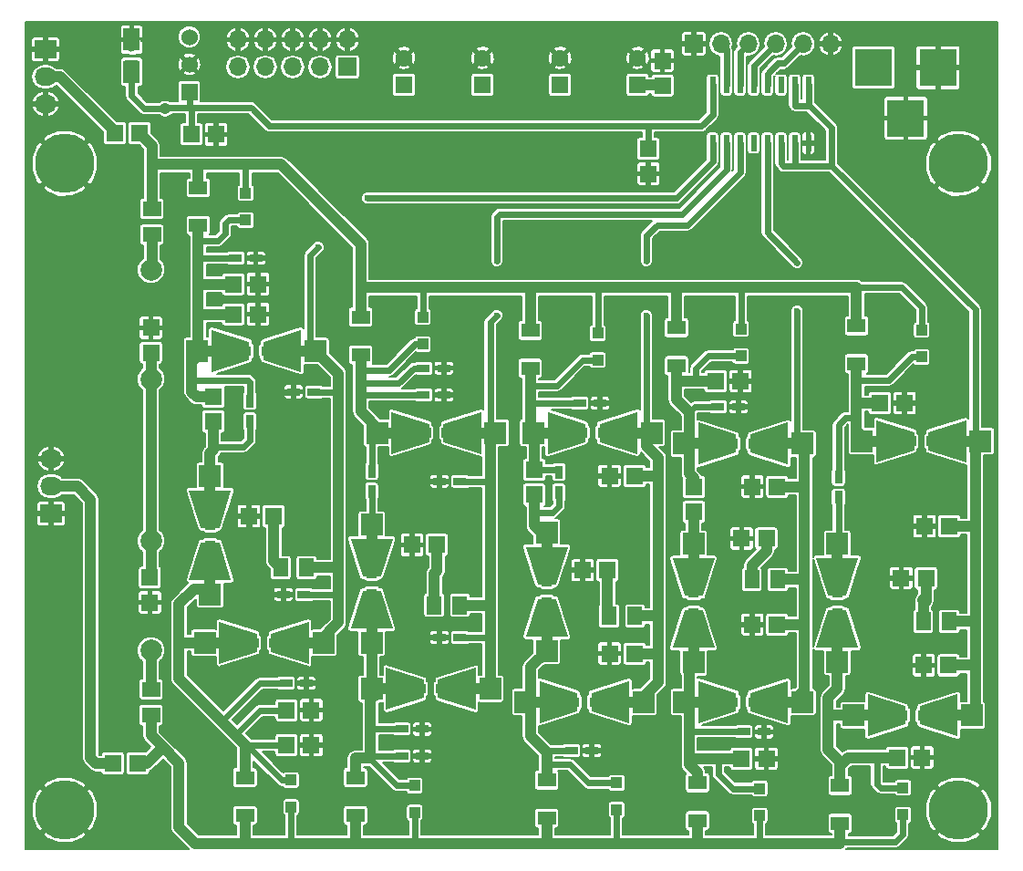
<source format=gtl>
G04 #@! TF.FileFunction,Copper,L1,Top,Signal*
%FSLAX46Y46*%
G04 Gerber Fmt 4.6, Leading zero omitted, Abs format (unit mm)*
G04 Created by KiCad (PCBNEW 4.0.3+e1-6302~38~ubuntu14.04.1-stable) date Mon Jan 30 16:46:43 2017*
%MOMM*%
%LPD*%
G01*
G04 APERTURE LIST*
%ADD10C,0.100000*%
%ADD11R,3.500120X3.500120*%
%ADD12R,2.032000X1.727200*%
%ADD13O,2.032000X1.727200*%
%ADD14C,5.500000*%
%ADD15R,1.699260X1.300480*%
%ADD16R,1.600000X1.600000*%
%ADD17R,1.200000X0.750000*%
%ADD18R,1.998980X1.998980*%
%ADD19R,1.400000X1.700000*%
%ADD20R,0.750000X1.200000*%
%ADD21R,1.700000X1.700000*%
%ADD22O,1.700000X1.700000*%
%ADD23R,0.600000X1.500000*%
%ADD24C,1.998980*%
%ADD25R,1.700000X1.400000*%
%ADD26C,1.524000*%
%ADD27R,1.524000X1.524000*%
%ADD28R,1.300000X1.300000*%
%ADD29C,1.300000*%
%ADD30R,1.501140X2.148840*%
%ADD31R,1.000000X1.000000*%
%ADD32C,1.600000*%
%ADD33C,0.600000*%
%ADD34C,0.600000*%
%ADD35C,0.400000*%
%ADD36C,1.000000*%
%ADD37C,0.150000*%
%ADD38C,0.200000*%
G04 APERTURE END LIST*
D10*
D11*
X133099860Y-25100000D03*
X139099340Y-25100000D03*
X136099600Y-29799000D03*
D12*
X56220000Y-23410000D03*
D13*
X56220000Y-25950000D03*
X56220000Y-28490000D03*
D14*
X141000000Y-34000000D03*
X58000000Y-34000000D03*
X58000000Y-94000000D03*
X141000000Y-94000000D03*
D15*
X74750000Y-90999940D03*
X74750000Y-94500060D03*
X70400000Y-39750060D03*
X70400000Y-36249940D03*
X85000000Y-90999940D03*
X85000000Y-94500060D03*
X85500000Y-51750060D03*
X85500000Y-48249940D03*
X102750000Y-91249940D03*
X102750000Y-94750060D03*
X101250000Y-53000060D03*
X101250000Y-49499940D03*
X116750000Y-91499940D03*
X116750000Y-95000060D03*
X114800000Y-52750060D03*
X114800000Y-49249940D03*
X130000000Y-91749940D03*
X130000000Y-95250060D03*
X131520000Y-52580060D03*
X131520000Y-49079940D03*
D16*
X71800000Y-57950000D03*
X71800000Y-55650000D03*
X80900000Y-88000000D03*
X78600000Y-88000000D03*
X80900000Y-84750000D03*
X78600000Y-84750000D03*
D17*
X78550000Y-82250000D03*
X80450000Y-82250000D03*
D16*
X75950000Y-48000000D03*
X73650000Y-48000000D03*
X75950000Y-45200000D03*
X73650000Y-45200000D03*
D17*
X73850000Y-42800000D03*
X75750000Y-42800000D03*
X80200000Y-74000000D03*
X78300000Y-74000000D03*
X81150000Y-55200000D03*
X79250000Y-55200000D03*
D10*
G36*
X73449450Y-72663060D02*
X69550550Y-72663060D01*
X70650370Y-69162940D01*
X72349630Y-69162940D01*
X73449450Y-72663060D01*
X73449450Y-72663060D01*
G37*
G36*
X69550550Y-64336940D02*
X73449450Y-64336940D01*
X72349630Y-67837060D01*
X70650370Y-67837060D01*
X69550550Y-64336940D01*
X69550550Y-64336940D01*
G37*
D18*
X71500000Y-74001640D03*
X71500000Y-62998360D03*
D10*
G36*
X71950000Y-68007500D02*
X71050000Y-68007500D01*
X71050000Y-67832500D01*
X71950000Y-67832500D01*
X71950000Y-68007500D01*
X71950000Y-68007500D01*
G37*
G36*
X71950000Y-69167500D02*
X71050000Y-69167500D01*
X71050000Y-68992500D01*
X71950000Y-68992500D01*
X71950000Y-69167500D01*
X71950000Y-69167500D01*
G37*
G36*
X80663060Y-76550550D02*
X80663060Y-80449450D01*
X77162940Y-79349630D01*
X77162940Y-77650370D01*
X80663060Y-76550550D01*
X80663060Y-76550550D01*
G37*
G36*
X72336940Y-80449450D02*
X72336940Y-76550550D01*
X75837060Y-77650370D01*
X75837060Y-79349630D01*
X72336940Y-80449450D01*
X72336940Y-80449450D01*
G37*
D18*
X82001640Y-78500000D03*
X70998360Y-78500000D03*
D10*
G36*
X76007500Y-78050000D02*
X76007500Y-78950000D01*
X75832500Y-78950000D01*
X75832500Y-78050000D01*
X76007500Y-78050000D01*
X76007500Y-78050000D01*
G37*
G36*
X77167500Y-78050000D02*
X77167500Y-78950000D01*
X76992500Y-78950000D01*
X76992500Y-78050000D01*
X77167500Y-78050000D01*
X77167500Y-78050000D01*
G37*
G36*
X79963060Y-49450550D02*
X79963060Y-53349450D01*
X76462940Y-52249630D01*
X76462940Y-50550370D01*
X79963060Y-49450550D01*
X79963060Y-49450550D01*
G37*
G36*
X71636940Y-53349450D02*
X71636940Y-49450550D01*
X75137060Y-50550370D01*
X75137060Y-52249630D01*
X71636940Y-53349450D01*
X71636940Y-53349450D01*
G37*
D18*
X81301640Y-51400000D03*
X70298360Y-51400000D03*
D10*
G36*
X75307500Y-50950000D02*
X75307500Y-51850000D01*
X75132500Y-51850000D01*
X75132500Y-50950000D01*
X75307500Y-50950000D01*
X75307500Y-50950000D01*
G37*
G36*
X76467500Y-50950000D02*
X76467500Y-51850000D01*
X76292500Y-51850000D01*
X76292500Y-50950000D01*
X76467500Y-50950000D01*
X76467500Y-50950000D01*
G37*
D19*
X78050000Y-71500000D03*
X80450000Y-71500000D03*
D20*
X75200000Y-56050000D03*
X75200000Y-57950000D03*
X86500000Y-62550000D03*
X86500000Y-64450000D03*
D17*
X89300000Y-86500000D03*
X91200000Y-86500000D03*
X89300000Y-89000000D03*
X91200000Y-89000000D03*
X91300000Y-55500000D03*
X93200000Y-55500000D03*
X91300000Y-53000000D03*
X93200000Y-53000000D03*
X94700000Y-78000000D03*
X92800000Y-78000000D03*
X94700000Y-63500000D03*
X92800000Y-63500000D03*
D10*
G36*
X88449450Y-77163060D02*
X84550550Y-77163060D01*
X85650370Y-73662940D01*
X87349630Y-73662940D01*
X88449450Y-77163060D01*
X88449450Y-77163060D01*
G37*
G36*
X84550550Y-68836940D02*
X88449450Y-68836940D01*
X87349630Y-72337060D01*
X85650370Y-72337060D01*
X84550550Y-68836940D01*
X84550550Y-68836940D01*
G37*
D18*
X86500000Y-78501640D03*
X86500000Y-67498360D03*
D10*
G36*
X86950000Y-72507500D02*
X86050000Y-72507500D01*
X86050000Y-72332500D01*
X86950000Y-72332500D01*
X86950000Y-72507500D01*
X86950000Y-72507500D01*
G37*
G36*
X86950000Y-73667500D02*
X86050000Y-73667500D01*
X86050000Y-73492500D01*
X86950000Y-73492500D01*
X86950000Y-73667500D01*
X86950000Y-73667500D01*
G37*
G36*
X96163060Y-80800550D02*
X96163060Y-84699450D01*
X92662940Y-83599630D01*
X92662940Y-81900370D01*
X96163060Y-80800550D01*
X96163060Y-80800550D01*
G37*
G36*
X87836940Y-84699450D02*
X87836940Y-80800550D01*
X91337060Y-81900370D01*
X91337060Y-83599630D01*
X87836940Y-84699450D01*
X87836940Y-84699450D01*
G37*
D18*
X97501640Y-82750000D03*
X86498360Y-82750000D03*
D10*
G36*
X91507500Y-82300000D02*
X91507500Y-83200000D01*
X91332500Y-83200000D01*
X91332500Y-82300000D01*
X91507500Y-82300000D01*
X91507500Y-82300000D01*
G37*
G36*
X92667500Y-82300000D02*
X92667500Y-83200000D01*
X92492500Y-83200000D01*
X92492500Y-82300000D01*
X92667500Y-82300000D01*
X92667500Y-82300000D01*
G37*
G36*
X96663060Y-57050550D02*
X96663060Y-60949450D01*
X93162940Y-59849630D01*
X93162940Y-58150370D01*
X96663060Y-57050550D01*
X96663060Y-57050550D01*
G37*
G36*
X88336940Y-60949450D02*
X88336940Y-57050550D01*
X91837060Y-58150370D01*
X91837060Y-59849630D01*
X88336940Y-60949450D01*
X88336940Y-60949450D01*
G37*
D18*
X98001640Y-59000000D03*
X86998360Y-59000000D03*
D10*
G36*
X92007500Y-58550000D02*
X92007500Y-59450000D01*
X91832500Y-59450000D01*
X91832500Y-58550000D01*
X92007500Y-58550000D01*
X92007500Y-58550000D01*
G37*
G36*
X93167500Y-58550000D02*
X93167500Y-59450000D01*
X92992500Y-59450000D01*
X92992500Y-58550000D01*
X93167500Y-58550000D01*
X93167500Y-58550000D01*
G37*
D19*
X92300000Y-75000000D03*
X94700000Y-75000000D03*
D20*
X103900000Y-62650000D03*
X103900000Y-64550000D03*
D17*
X105050000Y-88500000D03*
X106950000Y-88500000D03*
X105800000Y-56250000D03*
X107700000Y-56250000D03*
D16*
X101600000Y-64750000D03*
X101600000Y-62450000D03*
X108600000Y-79500000D03*
X110900000Y-79500000D03*
X108600000Y-63000000D03*
X110900000Y-63000000D03*
D10*
G36*
X104699450Y-77913060D02*
X100800550Y-77913060D01*
X101900370Y-74412940D01*
X103599630Y-74412940D01*
X104699450Y-77913060D01*
X104699450Y-77913060D01*
G37*
G36*
X100800550Y-69586940D02*
X104699450Y-69586940D01*
X103599630Y-73087060D01*
X101900370Y-73087060D01*
X100800550Y-69586940D01*
X100800550Y-69586940D01*
G37*
D18*
X102750000Y-79251640D03*
X102750000Y-68248360D03*
D10*
G36*
X103200000Y-73257500D02*
X102300000Y-73257500D01*
X102300000Y-73082500D01*
X103200000Y-73082500D01*
X103200000Y-73257500D01*
X103200000Y-73257500D01*
G37*
G36*
X103200000Y-74417500D02*
X102300000Y-74417500D01*
X102300000Y-74242500D01*
X103200000Y-74242500D01*
X103200000Y-74417500D01*
X103200000Y-74417500D01*
G37*
G36*
X110413060Y-82050550D02*
X110413060Y-85949450D01*
X106912940Y-84849630D01*
X106912940Y-83150370D01*
X110413060Y-82050550D01*
X110413060Y-82050550D01*
G37*
G36*
X102086940Y-85949450D02*
X102086940Y-82050550D01*
X105587060Y-83150370D01*
X105587060Y-84849630D01*
X102086940Y-85949450D01*
X102086940Y-85949450D01*
G37*
D18*
X111751640Y-84000000D03*
X100748360Y-84000000D03*
D10*
G36*
X105757500Y-83550000D02*
X105757500Y-84450000D01*
X105582500Y-84450000D01*
X105582500Y-83550000D01*
X105757500Y-83550000D01*
X105757500Y-83550000D01*
G37*
G36*
X106917500Y-83550000D02*
X106917500Y-84450000D01*
X106742500Y-84450000D01*
X106742500Y-83550000D01*
X106917500Y-83550000D01*
X106917500Y-83550000D01*
G37*
G36*
X111163060Y-57050550D02*
X111163060Y-60949450D01*
X107662940Y-59849630D01*
X107662940Y-58150370D01*
X111163060Y-57050550D01*
X111163060Y-57050550D01*
G37*
G36*
X102836940Y-60949450D02*
X102836940Y-57050550D01*
X106337060Y-58150370D01*
X106337060Y-59849630D01*
X102836940Y-60949450D01*
X102836940Y-60949450D01*
G37*
D18*
X112501640Y-59000000D03*
X101498360Y-59000000D03*
D10*
G36*
X106507500Y-58550000D02*
X106507500Y-59450000D01*
X106332500Y-59450000D01*
X106332500Y-58550000D01*
X106507500Y-58550000D01*
X106507500Y-58550000D01*
G37*
G36*
X107667500Y-58550000D02*
X107667500Y-59450000D01*
X107492500Y-59450000D01*
X107492500Y-58550000D01*
X107667500Y-58550000D01*
X107667500Y-58550000D01*
G37*
D19*
X108550000Y-76000000D03*
X110950000Y-76000000D03*
D16*
X116400000Y-66350000D03*
X116400000Y-64050000D03*
X123150000Y-89250000D03*
X120850000Y-89250000D03*
D17*
X121050000Y-86750000D03*
X122950000Y-86750000D03*
D16*
X120750000Y-54200000D03*
X118450000Y-54200000D03*
D17*
X118650000Y-56600000D03*
X120550000Y-56600000D03*
D16*
X121850000Y-76800000D03*
X124150000Y-76800000D03*
X121850000Y-64000000D03*
X124150000Y-64000000D03*
D10*
G36*
X118349450Y-78963060D02*
X114450550Y-78963060D01*
X115550370Y-75462940D01*
X117249630Y-75462940D01*
X118349450Y-78963060D01*
X118349450Y-78963060D01*
G37*
G36*
X114450550Y-70636940D02*
X118349450Y-70636940D01*
X117249630Y-74137060D01*
X115550370Y-74137060D01*
X114450550Y-70636940D01*
X114450550Y-70636940D01*
G37*
D18*
X116400000Y-80301640D03*
X116400000Y-69298360D03*
D10*
G36*
X116850000Y-74307500D02*
X115950000Y-74307500D01*
X115950000Y-74132500D01*
X116850000Y-74132500D01*
X116850000Y-74307500D01*
X116850000Y-74307500D01*
G37*
G36*
X116850000Y-75467500D02*
X115950000Y-75467500D01*
X115950000Y-75292500D01*
X116850000Y-75292500D01*
X116850000Y-75467500D01*
X116850000Y-75467500D01*
G37*
G36*
X125163060Y-82050550D02*
X125163060Y-85949450D01*
X121662940Y-84849630D01*
X121662940Y-83150370D01*
X125163060Y-82050550D01*
X125163060Y-82050550D01*
G37*
G36*
X116836940Y-85949450D02*
X116836940Y-82050550D01*
X120337060Y-83150370D01*
X120337060Y-84849630D01*
X116836940Y-85949450D01*
X116836940Y-85949450D01*
G37*
D18*
X126501640Y-84000000D03*
X115498360Y-84000000D03*
D10*
G36*
X120507500Y-83550000D02*
X120507500Y-84450000D01*
X120332500Y-84450000D01*
X120332500Y-83550000D01*
X120507500Y-83550000D01*
X120507500Y-83550000D01*
G37*
G36*
X121667500Y-83550000D02*
X121667500Y-84450000D01*
X121492500Y-84450000D01*
X121492500Y-83550000D01*
X121667500Y-83550000D01*
X121667500Y-83550000D01*
G37*
G36*
X125163060Y-58050550D02*
X125163060Y-61949450D01*
X121662940Y-60849630D01*
X121662940Y-59150370D01*
X125163060Y-58050550D01*
X125163060Y-58050550D01*
G37*
G36*
X116836940Y-61949450D02*
X116836940Y-58050550D01*
X120337060Y-59150370D01*
X120337060Y-60849630D01*
X116836940Y-61949450D01*
X116836940Y-61949450D01*
G37*
D18*
X126501640Y-60000000D03*
X115498360Y-60000000D03*
D10*
G36*
X120507500Y-59550000D02*
X120507500Y-60450000D01*
X120332500Y-60450000D01*
X120332500Y-59550000D01*
X120507500Y-59550000D01*
X120507500Y-59550000D01*
G37*
G36*
X121667500Y-59550000D02*
X121667500Y-60450000D01*
X121492500Y-60450000D01*
X121492500Y-59550000D01*
X121667500Y-59550000D01*
X121667500Y-59550000D01*
G37*
D19*
X121800000Y-72600000D03*
X124200000Y-72600000D03*
D20*
X129840000Y-63100000D03*
X129840000Y-65000000D03*
D16*
X137620000Y-89150000D03*
X135320000Y-89150000D03*
X135990000Y-56240000D03*
X133690000Y-56240000D03*
X62650000Y-31200000D03*
X64950000Y-31200000D03*
X137770000Y-80580000D03*
X140070000Y-80580000D03*
X137840000Y-67670000D03*
X140140000Y-67670000D03*
X137970000Y-72480000D03*
X135670000Y-72480000D03*
D10*
G36*
X131679450Y-78953060D02*
X127780550Y-78953060D01*
X128880370Y-75452940D01*
X130579630Y-75452940D01*
X131679450Y-78953060D01*
X131679450Y-78953060D01*
G37*
G36*
X127780550Y-70626940D02*
X131679450Y-70626940D01*
X130579630Y-74127060D01*
X128880370Y-74127060D01*
X127780550Y-70626940D01*
X127780550Y-70626940D01*
G37*
D18*
X129730000Y-80291640D03*
X129730000Y-69288360D03*
D10*
G36*
X130180000Y-74297500D02*
X129280000Y-74297500D01*
X129280000Y-74122500D01*
X130180000Y-74122500D01*
X130180000Y-74297500D01*
X130180000Y-74297500D01*
G37*
G36*
X130180000Y-75457500D02*
X129280000Y-75457500D01*
X129280000Y-75282500D01*
X130180000Y-75282500D01*
X130180000Y-75457500D01*
X130180000Y-75457500D01*
G37*
G36*
X140903060Y-83270550D02*
X140903060Y-87169450D01*
X137402940Y-86069630D01*
X137402940Y-84370370D01*
X140903060Y-83270550D01*
X140903060Y-83270550D01*
G37*
G36*
X132576940Y-87169450D02*
X132576940Y-83270550D01*
X136077060Y-84370370D01*
X136077060Y-86069630D01*
X132576940Y-87169450D01*
X132576940Y-87169450D01*
G37*
D18*
X142241640Y-85220000D03*
X131238360Y-85220000D03*
D10*
G36*
X136247500Y-84770000D02*
X136247500Y-85670000D01*
X136072500Y-85670000D01*
X136072500Y-84770000D01*
X136247500Y-84770000D01*
X136247500Y-84770000D01*
G37*
G36*
X137407500Y-84770000D02*
X137407500Y-85670000D01*
X137232500Y-85670000D01*
X137232500Y-84770000D01*
X137407500Y-84770000D01*
X137407500Y-84770000D01*
G37*
G36*
X141703060Y-57830550D02*
X141703060Y-61729450D01*
X138202940Y-60629630D01*
X138202940Y-58930370D01*
X141703060Y-57830550D01*
X141703060Y-57830550D01*
G37*
G36*
X133376940Y-61729450D02*
X133376940Y-57830550D01*
X136877060Y-58930370D01*
X136877060Y-60629630D01*
X133376940Y-61729450D01*
X133376940Y-61729450D01*
G37*
D18*
X143041640Y-59780000D03*
X132038360Y-59780000D03*
D10*
G36*
X137047500Y-59330000D02*
X137047500Y-60230000D01*
X136872500Y-60230000D01*
X136872500Y-59330000D01*
X137047500Y-59330000D01*
X137047500Y-59330000D01*
G37*
G36*
X138207500Y-59330000D02*
X138207500Y-60230000D01*
X138032500Y-60230000D01*
X138032500Y-59330000D01*
X138207500Y-59330000D01*
X138207500Y-59330000D01*
G37*
D21*
X116400000Y-22900000D03*
D22*
X118940000Y-22900000D03*
X121480000Y-22900000D03*
X124020000Y-22900000D03*
X126560000Y-22900000D03*
X129100000Y-22900000D03*
D19*
X137720000Y-76500000D03*
X140120000Y-76500000D03*
D23*
X118155000Y-32100000D03*
X119425000Y-32100000D03*
X120695000Y-32100000D03*
X121965000Y-32100000D03*
X123235000Y-32100000D03*
X124505000Y-32100000D03*
X125775000Y-32100000D03*
X127045000Y-32100000D03*
X127045000Y-26700000D03*
X125775000Y-26700000D03*
X124505000Y-26700000D03*
X123235000Y-26700000D03*
X121965000Y-26700000D03*
X120695000Y-26700000D03*
X119425000Y-26700000D03*
X118155000Y-26700000D03*
D16*
X65900000Y-72450000D03*
X65900000Y-74750000D03*
X66000000Y-51550000D03*
X66000000Y-49250000D03*
X77400000Y-66750000D03*
X75100000Y-66750000D03*
X92550000Y-69400000D03*
X90250000Y-69400000D03*
X108400000Y-71750000D03*
X106100000Y-71750000D03*
X123150000Y-68800000D03*
X120850000Y-68800000D03*
D24*
X66000000Y-79200000D03*
X66000000Y-69040000D03*
X66000000Y-54000000D03*
X66000000Y-43840000D03*
D25*
X66000000Y-82800000D03*
X66000000Y-85200000D03*
X66100000Y-40600000D03*
X66100000Y-38200000D03*
D16*
X113500000Y-24450000D03*
X113500000Y-26750000D03*
X72050000Y-31300000D03*
X69750000Y-31300000D03*
D26*
X69570000Y-24790000D03*
X69570000Y-22250000D03*
D27*
X69570000Y-27330000D03*
D28*
X64220000Y-25000000D03*
D29*
X64220000Y-23000000D03*
D30*
X64220000Y-25501140D03*
X64220000Y-22498860D03*
D31*
X79000000Y-91250000D03*
X79000000Y-93750000D03*
X74800000Y-39250000D03*
X74800000Y-36750000D03*
X90500000Y-91750000D03*
X90500000Y-94250000D03*
X91250000Y-50750000D03*
X91250000Y-48250000D03*
X109250000Y-91500000D03*
X109250000Y-94000000D03*
X107500000Y-52250000D03*
X107500000Y-49750000D03*
X122530000Y-92020000D03*
X122530000Y-94520000D03*
X120800000Y-51850000D03*
X120800000Y-49350000D03*
X135840000Y-91960000D03*
X135840000Y-94460000D03*
X137580000Y-51960000D03*
X137580000Y-49460000D03*
D16*
X96800000Y-26700000D03*
D32*
X96800000Y-24200000D03*
D16*
X89500000Y-26700000D03*
D32*
X89500000Y-24200000D03*
D16*
X111200000Y-26700000D03*
D32*
X111200000Y-24200000D03*
D16*
X104000000Y-26700000D03*
D32*
X104000000Y-24200000D03*
D21*
X84240000Y-25030000D03*
D22*
X84240000Y-22490000D03*
X81700000Y-25030000D03*
X81700000Y-22490000D03*
X79160000Y-25030000D03*
X79160000Y-22490000D03*
X76620000Y-25030000D03*
X76620000Y-22490000D03*
X74080000Y-25030000D03*
X74080000Y-22490000D03*
D16*
X62450000Y-89700000D03*
X64750000Y-89700000D03*
D12*
X56750000Y-66500000D03*
D13*
X56750000Y-63960000D03*
X56750000Y-61420000D03*
D16*
X112200000Y-34950000D03*
X112200000Y-32650000D03*
D33*
X63300000Y-46500000D03*
X68300000Y-48050000D03*
X68350000Y-43700000D03*
X68300000Y-39650000D03*
X72650000Y-37900000D03*
X86600000Y-39400000D03*
X84100000Y-36950000D03*
X81900000Y-34500000D03*
X78550000Y-37900000D03*
X78550000Y-41250000D03*
X78550000Y-44050000D03*
X78950000Y-46600000D03*
X134400000Y-50600000D03*
X139850000Y-47150000D03*
X137450000Y-45200000D03*
X133750000Y-43300000D03*
X128400000Y-43300000D03*
X128250000Y-50900000D03*
X128300000Y-54800000D03*
X143850000Y-48850000D03*
X143850000Y-57350000D03*
X143850000Y-53550000D03*
X140300000Y-49950000D03*
X136800000Y-54050000D03*
X140300000Y-53550000D03*
X140250000Y-56850000D03*
X135050000Y-62800000D03*
X140150000Y-65200000D03*
X135600000Y-66550000D03*
X133300000Y-72250000D03*
X133450000Y-68800000D03*
X138900000Y-70600000D03*
X140750000Y-74250000D03*
X144100000Y-65100000D03*
X144050000Y-70450000D03*
X144000000Y-74250000D03*
X133450000Y-78700000D03*
X132050000Y-82450000D03*
X136050000Y-82450000D03*
X140150000Y-82450000D03*
X136050000Y-78600000D03*
X140150000Y-78600000D03*
X144050000Y-78600000D03*
X144050000Y-82100000D03*
X142750000Y-89900000D03*
X139250000Y-87600000D03*
X125350000Y-93300000D03*
X132950000Y-93400000D03*
X131000000Y-87550000D03*
X137600000Y-91200000D03*
X126850000Y-87850000D03*
X127150000Y-90550000D03*
X119700000Y-93600000D03*
X124700000Y-56500000D03*
X118650000Y-62650000D03*
X121150000Y-58100000D03*
X123100000Y-50500000D03*
X124700000Y-52850000D03*
X131700000Y-66650000D03*
X131850000Y-63350000D03*
X128250000Y-61600000D03*
X128350000Y-66600000D03*
X124650000Y-66750000D03*
X121350000Y-66000000D03*
X105950000Y-93050000D03*
X106100000Y-86450000D03*
X110850000Y-90400000D03*
X113600000Y-93800000D03*
X113600000Y-90300000D03*
X113600000Y-87050000D03*
X109500000Y-87050000D03*
X118650000Y-66000000D03*
X118750000Y-69250000D03*
X124600000Y-78900000D03*
X123100000Y-81000000D03*
X119600000Y-80450000D03*
X119600000Y-76500000D03*
X119600000Y-72700000D03*
X122800000Y-47400000D03*
X116150000Y-43450000D03*
X119500000Y-43450000D03*
X122800000Y-43450000D03*
X117700000Y-50400000D03*
X116500000Y-47400000D03*
X114600000Y-62150000D03*
X96400000Y-86050000D03*
X96400000Y-88900000D03*
X89050000Y-85200000D03*
X98400000Y-85200000D03*
X99700000Y-90000000D03*
X97300000Y-93700000D03*
X92500000Y-93750000D03*
X93950000Y-90200000D03*
X93950000Y-85200000D03*
X89050000Y-87750000D03*
X77700000Y-92550000D03*
X81900000Y-93800000D03*
X81900000Y-90050000D03*
X83650000Y-85950000D03*
X82300000Y-80850000D03*
X106050000Y-77350000D03*
X106100000Y-80600000D03*
X103300000Y-81150000D03*
X95200000Y-69700000D03*
X89350000Y-73850000D03*
X93850000Y-76650000D03*
X89900000Y-76750000D03*
X89800000Y-80550000D03*
X93550000Y-80650000D03*
X99550000Y-79850000D03*
X99550000Y-74950000D03*
X99550000Y-70350000D03*
X99550000Y-61350000D03*
X99550000Y-66600000D03*
X93400000Y-66600000D03*
X89950000Y-63500000D03*
X109850000Y-55600000D03*
X105850000Y-69050000D03*
X109800000Y-68800000D03*
X109800000Y-66000000D03*
X106000000Y-65650000D03*
X105150000Y-61150000D03*
X109200000Y-61150000D03*
X109650000Y-52000000D03*
X108550000Y-43000000D03*
X109650000Y-47350000D03*
X106150000Y-54450000D03*
X104200000Y-47550000D03*
X104200000Y-52150000D03*
X93050000Y-43000000D03*
X83400000Y-47350000D03*
X83400000Y-43000000D03*
X88350000Y-43000000D03*
X104200000Y-43000000D03*
X100400000Y-43000000D03*
X99200000Y-57000000D03*
X99150000Y-53750000D03*
X99550000Y-47400000D03*
X91150000Y-56950000D03*
X95400000Y-54200000D03*
X95350000Y-51150000D03*
X93050000Y-47350000D03*
X85000000Y-63250000D03*
X85000000Y-59150000D03*
X88500000Y-47350000D03*
X88500000Y-50900000D03*
X85000000Y-65750000D03*
X81300000Y-67050000D03*
X81350000Y-59050000D03*
X81300000Y-63250000D03*
X77100000Y-63250000D03*
X77150000Y-59100000D03*
X77150000Y-54650000D03*
X62400000Y-58250000D03*
X63300000Y-52850000D03*
X68150000Y-52850000D03*
X68200000Y-56450000D03*
X69550000Y-59700000D03*
X75150000Y-80900000D03*
X72750000Y-82100000D03*
X70150000Y-80650000D03*
X68050000Y-71400000D03*
X68050000Y-67150000D03*
X68050000Y-62700000D03*
X62600000Y-62700000D03*
X62600000Y-68000000D03*
X62600000Y-73600000D03*
X62600000Y-78700000D03*
X62600000Y-83400000D03*
X64350000Y-87400000D03*
X62400000Y-93650000D03*
X66250000Y-93700000D03*
X70450000Y-93700000D03*
X70450000Y-89900000D03*
X71550000Y-87100000D03*
X68950000Y-84500000D03*
X78550000Y-76000000D03*
X75150000Y-74600000D03*
X75150000Y-71050000D03*
X67300000Y-28900000D03*
X137700000Y-74500000D03*
X122500000Y-70600000D03*
X108400000Y-73800000D03*
X92300000Y-72100000D03*
X66000000Y-65100000D03*
X77400000Y-69200000D03*
X81500000Y-41800000D03*
X86100000Y-37200000D03*
X98100000Y-48100000D03*
X98100000Y-43000000D03*
X112000000Y-43000000D03*
X112000000Y-48100000D03*
X126000000Y-43200000D03*
X126000000Y-47700000D03*
D34*
X78550000Y-37900000D02*
X72650000Y-37900000D01*
X66750000Y-46500000D02*
X63300000Y-46500000D01*
X68300000Y-48050000D02*
X66750000Y-46500000D01*
X68350000Y-39700000D02*
X68350000Y-43700000D01*
X68300000Y-39650000D02*
X68350000Y-39700000D01*
X86550000Y-39450000D02*
X86500000Y-39450000D01*
X86600000Y-39400000D02*
X86550000Y-39450000D01*
X84100000Y-36700000D02*
X84100000Y-36950000D01*
X81900000Y-34500000D02*
X84100000Y-36700000D01*
X78550000Y-41250000D02*
X78550000Y-37900000D01*
X78550000Y-46200000D02*
X78550000Y-44050000D01*
X78950000Y-46600000D02*
X78550000Y-46200000D01*
X139400000Y-47150000D02*
X139850000Y-47150000D01*
X137450000Y-45200000D02*
X139400000Y-47150000D01*
X128400000Y-43300000D02*
X133750000Y-43300000D01*
X143850000Y-53550000D02*
X143850000Y-57350000D01*
X140300000Y-53550000D02*
X140300000Y-49950000D01*
X140300000Y-56800000D02*
X140300000Y-53550000D01*
X140250000Y-56850000D02*
X140300000Y-56800000D01*
X133450000Y-68800000D02*
X133450000Y-68700000D01*
X139950000Y-62800000D02*
X135050000Y-62800000D01*
X140150000Y-62600000D02*
X139950000Y-62800000D01*
X140150000Y-65200000D02*
X140150000Y-62600000D01*
X133450000Y-68700000D02*
X135600000Y-66550000D01*
X133450000Y-72400000D02*
X133300000Y-72250000D01*
X133450000Y-68800000D02*
X135250000Y-70600000D01*
X135250000Y-70600000D02*
X138900000Y-70600000D01*
X133450000Y-78700000D02*
X133450000Y-72400000D01*
X144050000Y-74200000D02*
X144050000Y-70450000D01*
X144000000Y-74250000D02*
X144050000Y-74200000D01*
X133450000Y-81050000D02*
X133450000Y-78700000D01*
X132050000Y-82450000D02*
X133450000Y-81050000D01*
X140150000Y-82450000D02*
X136050000Y-82450000D01*
X140150000Y-78600000D02*
X136050000Y-78600000D01*
X144050000Y-82100000D02*
X144050000Y-78600000D01*
X141550000Y-89900000D02*
X142750000Y-89900000D01*
X139250000Y-87600000D02*
X141550000Y-89900000D01*
X132950000Y-93400000D02*
X133950000Y-93400000D01*
X137600000Y-92250000D02*
X137600000Y-91200000D01*
X136650000Y-93200000D02*
X137600000Y-92250000D01*
X134150000Y-93200000D02*
X136650000Y-93200000D01*
X133950000Y-93400000D02*
X134150000Y-93200000D01*
X125350000Y-93300000D02*
X125350000Y-92350000D01*
X127150000Y-87550000D02*
X127150000Y-87050000D01*
X126850000Y-87850000D02*
X127150000Y-87550000D01*
X125350000Y-92350000D02*
X127150000Y-90550000D01*
X125300000Y-93250000D02*
X125350000Y-93300000D01*
X120050000Y-93250000D02*
X125300000Y-93250000D01*
X119700000Y-93600000D02*
X120050000Y-93250000D01*
X123100000Y-51250000D02*
X123100000Y-50500000D01*
X124700000Y-52850000D02*
X123100000Y-51250000D01*
X131700000Y-63500000D02*
X131700000Y-66650000D01*
X131850000Y-63350000D02*
X131700000Y-63500000D01*
X128250000Y-66500000D02*
X128250000Y-61600000D01*
X128350000Y-66600000D02*
X128250000Y-66500000D01*
X122100000Y-66750000D02*
X124650000Y-66750000D01*
X121350000Y-66000000D02*
X122100000Y-66750000D01*
X97300000Y-93700000D02*
X99900000Y-93700000D01*
X100550000Y-93050000D02*
X105950000Y-93050000D01*
X99900000Y-93700000D02*
X100550000Y-93050000D01*
X110900000Y-90450000D02*
X110900000Y-90500000D01*
X110850000Y-90400000D02*
X110900000Y-90450000D01*
X113600000Y-90300000D02*
X113600000Y-93800000D01*
X109500000Y-87050000D02*
X113600000Y-87050000D01*
X118750000Y-69250000D02*
X118750000Y-69950000D01*
X118650000Y-66000000D02*
X118750000Y-66100000D01*
X118750000Y-66100000D02*
X118750000Y-69250000D01*
X124600000Y-79500000D02*
X124600000Y-78900000D01*
X123100000Y-81000000D02*
X124600000Y-79500000D01*
X119600000Y-76500000D02*
X119600000Y-80450000D01*
X119600000Y-70800000D02*
X119600000Y-72700000D01*
X118750000Y-69950000D02*
X119600000Y-70800000D01*
X116150000Y-43450000D02*
X116100000Y-43450000D01*
X122800000Y-43450000D02*
X119500000Y-43450000D01*
X116500000Y-47400000D02*
X116500000Y-49200000D01*
X116500000Y-49200000D02*
X117700000Y-50400000D01*
X116500000Y-47400000D02*
X116500000Y-47450000D01*
X96400000Y-88900000D02*
X96400000Y-86050000D01*
X98400000Y-88700000D02*
X98400000Y-85200000D01*
X99700000Y-90000000D02*
X98400000Y-88700000D01*
X92550000Y-93700000D02*
X97300000Y-93700000D01*
X92500000Y-93750000D02*
X92550000Y-93700000D01*
X93950000Y-85200000D02*
X93950000Y-90200000D01*
X75150000Y-80900000D02*
X78800000Y-80900000D01*
X81900000Y-93800000D02*
X81900000Y-93750000D01*
X82200000Y-90050000D02*
X81900000Y-90050000D01*
X83650000Y-88600000D02*
X82200000Y-90050000D01*
X83650000Y-85950000D02*
X83650000Y-88600000D01*
X82000000Y-81150000D02*
X82300000Y-80850000D01*
X79050000Y-81150000D02*
X82000000Y-81150000D01*
X78800000Y-80900000D02*
X79050000Y-81150000D01*
X106050000Y-77350000D02*
X106100000Y-77350000D01*
X105850000Y-80600000D02*
X106100000Y-80600000D01*
X105300000Y-81150000D02*
X105850000Y-80600000D01*
X103300000Y-81150000D02*
X105300000Y-81150000D01*
X93400000Y-66600000D02*
X93950000Y-66600000D01*
X95200000Y-67850000D02*
X95200000Y-69700000D01*
X93950000Y-66600000D02*
X95200000Y-67850000D01*
X89350000Y-73850000D02*
X89400000Y-73850000D01*
X90000000Y-76650000D02*
X93850000Y-76650000D01*
X89900000Y-76750000D02*
X90000000Y-76650000D01*
X93450000Y-80550000D02*
X89800000Y-80550000D01*
X93550000Y-80650000D02*
X93450000Y-80550000D01*
X99550000Y-70350000D02*
X99550000Y-74950000D01*
X99550000Y-79850000D02*
X99600000Y-79900000D01*
X99550000Y-70350000D02*
X99550000Y-70300000D01*
X99550000Y-66600000D02*
X99550000Y-61350000D01*
X93050000Y-66600000D02*
X93400000Y-66600000D01*
X89950000Y-63500000D02*
X93050000Y-66600000D01*
X109650000Y-55400000D02*
X109850000Y-55600000D01*
X109650000Y-52000000D02*
X109650000Y-55400000D01*
X109550000Y-69050000D02*
X105850000Y-69050000D01*
X109800000Y-68800000D02*
X109550000Y-69050000D01*
X106350000Y-66000000D02*
X109800000Y-66000000D01*
X106000000Y-65650000D02*
X106350000Y-66000000D01*
X109200000Y-61150000D02*
X105150000Y-61150000D01*
X109650000Y-52000000D02*
X109650000Y-47350000D01*
X106150000Y-54450000D02*
X106200000Y-54450000D01*
X88350000Y-43000000D02*
X93050000Y-43000000D01*
X83400000Y-47350000D02*
X83400000Y-43000000D01*
X100400000Y-43000000D02*
X104200000Y-43000000D01*
X99150000Y-47800000D02*
X99150000Y-53750000D01*
X99550000Y-47400000D02*
X99150000Y-47800000D01*
X94100000Y-56950000D02*
X91150000Y-56950000D01*
X95200000Y-55850000D02*
X94100000Y-56950000D01*
X95200000Y-54400000D02*
X95200000Y-55850000D01*
X95400000Y-54200000D02*
X95200000Y-54400000D01*
X95350000Y-49650000D02*
X95350000Y-51150000D01*
X93050000Y-47350000D02*
X95350000Y-49650000D01*
X85000000Y-63250000D02*
X85000000Y-59150000D01*
X88500000Y-50900000D02*
X88500000Y-47350000D01*
X81350000Y-67000000D02*
X81350000Y-66950000D01*
X81300000Y-67050000D02*
X81350000Y-67000000D01*
X79250000Y-55200000D02*
X77700000Y-55200000D01*
X81350000Y-63200000D02*
X81350000Y-59050000D01*
X81300000Y-63250000D02*
X81350000Y-63200000D01*
X77100000Y-59150000D02*
X77100000Y-63250000D01*
X77150000Y-59100000D02*
X77100000Y-59150000D01*
X77700000Y-55200000D02*
X77150000Y-54650000D01*
X68050000Y-62700000D02*
X68050000Y-61200000D01*
X62400000Y-53750000D02*
X62400000Y-58250000D01*
X63300000Y-52850000D02*
X62400000Y-53750000D01*
X68150000Y-56400000D02*
X68150000Y-52850000D01*
X68200000Y-56450000D02*
X68150000Y-56400000D01*
X68050000Y-61200000D02*
X69550000Y-59700000D01*
X75150000Y-80900000D02*
X73950000Y-82100000D01*
X73950000Y-82100000D02*
X72750000Y-82100000D01*
X68050000Y-71400000D02*
X68050000Y-71350000D01*
X68050000Y-62700000D02*
X68050000Y-67150000D01*
X62600000Y-68000000D02*
X62600000Y-62700000D01*
X62600000Y-78700000D02*
X62600000Y-73600000D01*
X62600000Y-85650000D02*
X62600000Y-83400000D01*
X64350000Y-87400000D02*
X62600000Y-85650000D01*
X66200000Y-93650000D02*
X62400000Y-93650000D01*
X66250000Y-93700000D02*
X66200000Y-93650000D01*
X70450000Y-89900000D02*
X70450000Y-93700000D01*
X68950000Y-84500000D02*
X71550000Y-87100000D01*
X75100000Y-66750000D02*
X75100000Y-71000000D01*
X76550000Y-76000000D02*
X78550000Y-76000000D01*
X75150000Y-74600000D02*
X76550000Y-76000000D01*
X75100000Y-71000000D02*
X75150000Y-71050000D01*
D35*
X58500000Y-34000000D02*
X58000000Y-34000000D01*
X58000000Y-94000000D02*
X58000000Y-92000000D01*
D36*
X111200000Y-26700000D02*
X113450000Y-26700000D01*
X113450000Y-26700000D02*
X113500000Y-26750000D01*
D34*
X69570000Y-27330000D02*
X69570000Y-28800000D01*
X69570000Y-28800000D02*
X69800000Y-28800000D01*
X67300000Y-28900000D02*
X65400000Y-28900000D01*
X65400000Y-28900000D02*
X64220000Y-27720000D01*
X64220000Y-27720000D02*
X64220000Y-25501140D01*
X64220000Y-25501140D02*
X64220000Y-25000000D01*
X68100000Y-28800000D02*
X67400000Y-28800000D01*
X67400000Y-28800000D02*
X67300000Y-28900000D01*
X69800000Y-28800000D02*
X69800000Y-28800000D01*
X69800000Y-28800000D02*
X69800000Y-31250000D01*
X69800000Y-31250000D02*
X69750000Y-31300000D01*
X68100000Y-28800000D02*
X69800000Y-28800000D01*
X69800000Y-28800000D02*
X75300000Y-28800000D01*
X75300000Y-28800000D02*
X75400000Y-28900000D01*
X112200000Y-32650000D02*
X112200000Y-30500000D01*
X112200000Y-30500000D02*
X112200000Y-30600000D01*
X112200000Y-30600000D02*
X112200000Y-30500000D01*
D36*
X67300000Y-28900000D02*
X67350000Y-28900000D01*
X137720000Y-74600000D02*
X137970000Y-74600000D01*
X137720000Y-74520000D02*
X137720000Y-74600000D01*
X137700000Y-74500000D02*
X137720000Y-74520000D01*
X92300000Y-72100000D02*
X92550000Y-71850000D01*
X123150000Y-68800000D02*
X123150000Y-69950000D01*
X123150000Y-69950000D02*
X122500000Y-70600000D01*
X121800000Y-71300000D02*
X121800000Y-72600000D01*
X122500000Y-70600000D02*
X121800000Y-71300000D01*
X137970000Y-72480000D02*
X137970000Y-74600000D01*
X137970000Y-74600000D02*
X137970000Y-74230000D01*
X137970000Y-74230000D02*
X137720000Y-74480000D01*
X137720000Y-74480000D02*
X137720000Y-76500000D01*
D34*
X118155000Y-27845000D02*
X118155000Y-29445000D01*
X117100000Y-30500000D02*
X115500000Y-30500000D01*
X118155000Y-29445000D02*
X117100000Y-30500000D01*
X118155000Y-27845000D02*
X118155000Y-26700000D01*
X77000000Y-30500000D02*
X112200000Y-30500000D01*
X75400000Y-28900000D02*
X77000000Y-30500000D01*
X112200000Y-30500000D02*
X115500000Y-30500000D01*
D36*
X67350000Y-28900000D02*
X67300000Y-28900000D01*
X66000000Y-54000000D02*
X66000000Y-51550000D01*
X66000000Y-69040000D02*
X66000000Y-72350000D01*
X66000000Y-72350000D02*
X65900000Y-72450000D01*
X66000000Y-69040000D02*
X66000000Y-65100000D01*
X66000000Y-65100000D02*
X66000000Y-54000000D01*
X77400000Y-66750000D02*
X77400000Y-69200000D01*
X77400000Y-69200000D02*
X77400000Y-70850000D01*
X77400000Y-70850000D02*
X78050000Y-71500000D01*
X92550000Y-69400000D02*
X92550000Y-71850000D01*
X92300000Y-72100000D02*
X92300000Y-75000000D01*
X92550000Y-71850000D02*
X92300000Y-72100000D01*
X108400000Y-71750000D02*
X108400000Y-73800000D01*
X108400000Y-73800000D02*
X108400000Y-75850000D01*
X108400000Y-75850000D02*
X108550000Y-76000000D01*
D34*
X119425000Y-26700000D02*
X119425000Y-23385000D01*
X119425000Y-23385000D02*
X118940000Y-22900000D01*
D36*
X66000000Y-82800000D02*
X66000000Y-79200000D01*
X66100000Y-40600000D02*
X66100000Y-43740000D01*
X66100000Y-43740000D02*
X66000000Y-43840000D01*
D37*
X71500000Y-69080000D02*
X71500000Y-70913000D01*
X75920000Y-78500000D02*
X74087000Y-78500000D01*
D34*
X79000000Y-91250000D02*
X78150000Y-91250000D01*
X78150000Y-91250000D02*
X74900000Y-88000000D01*
X78600000Y-88000000D02*
X74900000Y-88000000D01*
X74900000Y-88000000D02*
X74750000Y-88000000D01*
X78600000Y-84750000D02*
X76150000Y-84750000D01*
X76150000Y-84750000D02*
X73850000Y-87050000D01*
X78550000Y-82250000D02*
X76150000Y-82250000D01*
X76150000Y-82250000D02*
X72600000Y-85800000D01*
D36*
X71498740Y-78500000D02*
X74087000Y-78500000D01*
X71498740Y-78500000D02*
X68600000Y-78500000D01*
X68700000Y-78400000D02*
X68600000Y-78400000D01*
X68600000Y-78500000D02*
X68700000Y-78400000D01*
X71500000Y-73501260D02*
X71500000Y-70913000D01*
X71498740Y-84698740D02*
X68600000Y-81800000D01*
X68600000Y-81800000D02*
X68600000Y-78400000D01*
X69998740Y-73501260D02*
X71500000Y-73501260D01*
X68600000Y-78400000D02*
X68600000Y-74900000D01*
X68600000Y-74900000D02*
X69998740Y-73501260D01*
X74750000Y-87950000D02*
X74750000Y-88000000D01*
X74750000Y-88000000D02*
X74750000Y-90999940D01*
X71498740Y-84698740D02*
X72600000Y-85800000D01*
X72600000Y-85800000D02*
X73850000Y-87050000D01*
X73850000Y-87050000D02*
X74750000Y-87950000D01*
D37*
X78913000Y-78500000D02*
X77080000Y-78500000D01*
X76380000Y-51400000D02*
X78213000Y-51400000D01*
D34*
X118155000Y-32100000D02*
X118155000Y-33845000D01*
X80801260Y-42498740D02*
X80801260Y-51400000D01*
X81500000Y-41800000D02*
X80801260Y-42498740D01*
X114800000Y-37200000D02*
X86100000Y-37200000D01*
X118155000Y-33845000D02*
X114800000Y-37200000D01*
X80200000Y-74000000D02*
X83400000Y-74000000D01*
X81150000Y-55200000D02*
X83400000Y-55200000D01*
D36*
X80450000Y-71500000D02*
X83400000Y-71500000D01*
X81501260Y-78500000D02*
X78913000Y-78500000D01*
X80801260Y-51400000D02*
X81300000Y-51400000D01*
X81300000Y-51400000D02*
X83400000Y-53500000D01*
X83400000Y-76601260D02*
X81501260Y-78500000D01*
X83400000Y-53500000D02*
X83400000Y-55200000D01*
X83400000Y-55200000D02*
X83400000Y-71500000D01*
X83400000Y-71500000D02*
X83400000Y-74000000D01*
X83400000Y-74000000D02*
X83400000Y-76601260D01*
X78213000Y-51400000D02*
X80801260Y-51400000D01*
D37*
X71500000Y-67920000D02*
X71500000Y-66087000D01*
D34*
X75200000Y-57950000D02*
X75200000Y-59700000D01*
X74600000Y-60300000D02*
X71800000Y-60300000D01*
X75200000Y-59700000D02*
X74600000Y-60300000D01*
D36*
X71500000Y-63498740D02*
X71500000Y-60900000D01*
X71800000Y-60600000D02*
X71800000Y-60300000D01*
X71800000Y-60300000D02*
X71800000Y-57950000D01*
X71500000Y-60900000D02*
X71800000Y-60600000D01*
X71500000Y-66087000D02*
X71500000Y-63498740D01*
D37*
X75220000Y-51400000D02*
X73387000Y-51400000D01*
D34*
X75200000Y-56050000D02*
X75200000Y-54300000D01*
X75000000Y-54100000D02*
X69800000Y-54100000D01*
X75200000Y-54300000D02*
X75000000Y-54100000D01*
X73850000Y-42800000D02*
X70400000Y-42800000D01*
X74800000Y-39250000D02*
X73250000Y-39250000D01*
X72200000Y-41200000D02*
X70400000Y-41200000D01*
X72900000Y-40500000D02*
X72200000Y-41200000D01*
X72900000Y-39600000D02*
X72900000Y-40500000D01*
X73250000Y-39250000D02*
X72900000Y-39600000D01*
D36*
X73650000Y-45200000D02*
X70400000Y-45200000D01*
X73650000Y-48000000D02*
X70400000Y-48000000D01*
X70400000Y-43300000D02*
X70400000Y-45200000D01*
X70400000Y-45200000D02*
X70400000Y-48000000D01*
X70400000Y-48000000D02*
X70400000Y-51001260D01*
X70400000Y-51001260D02*
X70798740Y-51400000D01*
X70400000Y-43300000D02*
X70400000Y-42800000D01*
X70400000Y-42800000D02*
X70400000Y-41200000D01*
X70400000Y-41200000D02*
X70400000Y-39750060D01*
X70798740Y-51400000D02*
X73387000Y-51400000D01*
X71800000Y-55650000D02*
X70250000Y-55650000D01*
X69800000Y-55200000D02*
X69800000Y-54100000D01*
X69800000Y-54100000D02*
X69800000Y-52398740D01*
X70250000Y-55650000D02*
X69800000Y-55200000D01*
X69800000Y-52398740D02*
X70798740Y-51400000D01*
D37*
X91920000Y-59000000D02*
X90087000Y-59000000D01*
D34*
X91300000Y-55500000D02*
X85500000Y-55500000D01*
X91300000Y-53000000D02*
X90400000Y-53000000D01*
X89000000Y-54400000D02*
X85500000Y-54400000D01*
X90400000Y-53000000D02*
X89000000Y-54400000D01*
X91250000Y-50750000D02*
X90550000Y-50750000D01*
X88100000Y-53200000D02*
X85500000Y-53200000D01*
X90550000Y-50750000D02*
X88100000Y-53200000D01*
X86500000Y-62550000D02*
X86500000Y-59998740D01*
X86500000Y-59998740D02*
X87498740Y-59000000D01*
D36*
X87498740Y-59000000D02*
X90087000Y-59000000D01*
X85500000Y-51750060D02*
X85500000Y-53200000D01*
X85500000Y-53200000D02*
X85500000Y-54400000D01*
X85500000Y-54400000D02*
X85500000Y-55500000D01*
X85500000Y-55500000D02*
X85500000Y-57001260D01*
X85500000Y-57001260D02*
X87498740Y-59000000D01*
D37*
X86500000Y-70587000D02*
X86500000Y-72420000D01*
D36*
X86500000Y-67998740D02*
X86500000Y-70587000D01*
D34*
X86500000Y-64450000D02*
X86500000Y-67998740D01*
D36*
X86998740Y-82750000D02*
X89587000Y-82750000D01*
D37*
X91420000Y-82750000D02*
X89587000Y-82750000D01*
X86500000Y-73580000D02*
X86500000Y-75413000D01*
D34*
X89300000Y-86500000D02*
X86400000Y-86500000D01*
X86400000Y-89200000D02*
X86400000Y-89300000D01*
X88850000Y-91750000D02*
X90500000Y-91750000D01*
X86400000Y-89300000D02*
X88850000Y-91750000D01*
X89300000Y-89000000D02*
X86600000Y-89000000D01*
X86600000Y-89000000D02*
X86400000Y-89200000D01*
D36*
X86998740Y-82750000D02*
X86998740Y-83201260D01*
X86998740Y-83201260D02*
X86400000Y-83800000D01*
X85000000Y-89200000D02*
X85000000Y-90999940D01*
X86400000Y-89200000D02*
X85000000Y-89200000D01*
X86400000Y-83800000D02*
X86400000Y-86500000D01*
X86400000Y-86500000D02*
X86400000Y-89200000D01*
X86500000Y-78001260D02*
X86500000Y-82251260D01*
X86500000Y-82251260D02*
X86998740Y-82750000D01*
X86500000Y-82251260D02*
X86998740Y-82750000D01*
X86500000Y-78001260D02*
X86500000Y-75413000D01*
D37*
X94413000Y-82750000D02*
X92580000Y-82750000D01*
X94913000Y-59000000D02*
X93080000Y-59000000D01*
D36*
X97501260Y-59000000D02*
X94913000Y-59000000D01*
D34*
X94700000Y-78000000D02*
X97501260Y-78000000D01*
D36*
X94413000Y-82750000D02*
X97001260Y-82750000D01*
D34*
X119425000Y-32100000D02*
X119425000Y-34575000D01*
X97501260Y-48698740D02*
X97501260Y-59000000D01*
X98100000Y-48100000D02*
X97501260Y-48698740D01*
X98100000Y-39000000D02*
X98100000Y-43000000D01*
X98400000Y-38700000D02*
X98100000Y-39000000D01*
X115300000Y-38700000D02*
X98400000Y-38700000D01*
X119425000Y-34575000D02*
X115300000Y-38700000D01*
X94700000Y-63500000D02*
X97501260Y-63500000D01*
D36*
X94700000Y-75000000D02*
X97501260Y-75000000D01*
X97501260Y-59000000D02*
X97501260Y-63500000D01*
X97501260Y-63500000D02*
X97501260Y-75000000D01*
X97501260Y-75000000D02*
X97501260Y-78000000D01*
X97501260Y-78000000D02*
X97501260Y-82250000D01*
X97501260Y-82250000D02*
X97001260Y-82750000D01*
D37*
X106420000Y-59000000D02*
X104587000Y-59000000D01*
D34*
X101250000Y-54600000D02*
X103700000Y-54600000D01*
X106050000Y-52250000D02*
X107500000Y-52250000D01*
X103700000Y-54600000D02*
X106050000Y-52250000D01*
X105800000Y-56250000D02*
X101250000Y-56250000D01*
X101600000Y-62450000D02*
X103700000Y-62450000D01*
X103700000Y-62450000D02*
X103900000Y-62650000D01*
D36*
X101600000Y-62450000D02*
X101600000Y-59398740D01*
X101600000Y-59398740D02*
X101998740Y-59000000D01*
X101998740Y-59000000D02*
X104587000Y-59000000D01*
X101250000Y-53000060D02*
X101250000Y-54600000D01*
X101250000Y-54600000D02*
X101250000Y-56250000D01*
X101250000Y-56250000D02*
X101250000Y-58251260D01*
X101250000Y-58251260D02*
X101998740Y-59000000D01*
D37*
X102750000Y-71337000D02*
X102750000Y-73170000D01*
D34*
X103900000Y-64550000D02*
X103900000Y-65800000D01*
X103300000Y-66400000D02*
X101600000Y-66400000D01*
X103900000Y-65800000D02*
X103300000Y-66400000D01*
D36*
X102750000Y-68748740D02*
X102750000Y-71337000D01*
X101600000Y-64750000D02*
X101600000Y-66400000D01*
X101600000Y-66400000D02*
X101600000Y-67598740D01*
X101600000Y-67598740D02*
X102750000Y-68748740D01*
D37*
X105670000Y-84000000D02*
X103837000Y-84000000D01*
X102750000Y-74330000D02*
X102750000Y-76163000D01*
D34*
X102750000Y-89800000D02*
X104900000Y-89800000D01*
X106600000Y-91500000D02*
X109250000Y-91500000D01*
X104900000Y-89800000D02*
X106600000Y-91500000D01*
X105050000Y-88500000D02*
X102900000Y-88500000D01*
X102900000Y-88500000D02*
X102750000Y-88650000D01*
D36*
X101248740Y-84000000D02*
X101248740Y-87148740D01*
X102750000Y-88650000D02*
X102750000Y-89800000D01*
X102750000Y-89800000D02*
X102750000Y-91249940D01*
X101248740Y-87148740D02*
X102750000Y-88650000D01*
X101248740Y-84000000D02*
X103837000Y-84000000D01*
X102750000Y-78751260D02*
X102750000Y-79250000D01*
X102750000Y-79250000D02*
X101248740Y-80751260D01*
X101248740Y-80751260D02*
X101248740Y-84000000D01*
X102750000Y-76163000D02*
X102750000Y-78751260D01*
D37*
X106830000Y-84000000D02*
X108663000Y-84000000D01*
X107580000Y-59000000D02*
X109413000Y-59000000D01*
D36*
X112001260Y-59000000D02*
X109413000Y-59000000D01*
D34*
X115300000Y-39700000D02*
X113000000Y-39700000D01*
X112000000Y-40700000D02*
X112000000Y-43000000D01*
X113000000Y-39700000D02*
X112000000Y-40700000D01*
X112001260Y-59000000D02*
X112001260Y-48101260D01*
X120695000Y-34805000D02*
X120695000Y-32100000D01*
X115800000Y-39700000D02*
X120695000Y-34805000D01*
X115300000Y-39700000D02*
X115800000Y-39700000D01*
X112001260Y-48101260D02*
X112000000Y-48100000D01*
D36*
X110900000Y-79500000D02*
X113100000Y-79500000D01*
X110950000Y-76000000D02*
X113100000Y-76000000D01*
X110900000Y-63000000D02*
X113100000Y-63000000D01*
X111251260Y-84000000D02*
X108663000Y-84000000D01*
X112001260Y-59000000D02*
X112001260Y-60201260D01*
X113100000Y-82151260D02*
X111251260Y-84000000D01*
X113100000Y-61300000D02*
X113100000Y-63000000D01*
X113100000Y-63000000D02*
X113100000Y-76000000D01*
X113100000Y-76000000D02*
X113100000Y-79500000D01*
X113100000Y-79500000D02*
X113100000Y-82151260D01*
X112001260Y-60201260D02*
X113100000Y-61300000D01*
D37*
X116400000Y-74220000D02*
X116400000Y-72387000D01*
D36*
X116400000Y-69798740D02*
X116400000Y-72387000D01*
X116400000Y-66350000D02*
X116400000Y-69798740D01*
D37*
X120420000Y-60000000D02*
X118587000Y-60000000D01*
D34*
X118650000Y-56600000D02*
X116500000Y-56600000D01*
X116500000Y-56600000D02*
X115998740Y-57101260D01*
X116600000Y-54200000D02*
X116600000Y-53000000D01*
X117750000Y-51850000D02*
X120800000Y-51850000D01*
X116600000Y-53000000D02*
X117750000Y-51850000D01*
D36*
X118450000Y-54200000D02*
X116600000Y-54200000D01*
X116600000Y-54200000D02*
X114800000Y-54200000D01*
X114800000Y-54200000D02*
X114800000Y-54100000D01*
X115998740Y-60000000D02*
X115998740Y-57101260D01*
X115998740Y-57101260D02*
X115998740Y-57098740D01*
X114800000Y-55900000D02*
X114800000Y-54100000D01*
X114800000Y-54100000D02*
X114800000Y-52750060D01*
X115998740Y-57098740D02*
X114800000Y-55900000D01*
X115998740Y-60000000D02*
X118587000Y-60000000D01*
X116400000Y-64050000D02*
X116400000Y-63200000D01*
X115998740Y-62798740D02*
X115998740Y-60000000D01*
X116400000Y-63200000D02*
X115998740Y-62798740D01*
D37*
X120420000Y-84000000D02*
X118587000Y-84000000D01*
X116400000Y-75380000D02*
X116400000Y-77213000D01*
D34*
X121050000Y-86750000D02*
X115998740Y-86750000D01*
X122530000Y-92020000D02*
X120020000Y-92020000D01*
X118700000Y-90700000D02*
X118700000Y-89250000D01*
X120020000Y-92020000D02*
X118700000Y-90700000D01*
D36*
X116400000Y-79801260D02*
X116400000Y-77213000D01*
X115998740Y-84000000D02*
X115998740Y-80202520D01*
X115998740Y-80202520D02*
X116400000Y-79801260D01*
X115998740Y-84000000D02*
X118587000Y-84000000D01*
X120850000Y-89250000D02*
X118700000Y-89250000D01*
X118700000Y-89250000D02*
X115998740Y-89250000D01*
X116750000Y-91499940D02*
X116750000Y-90550000D01*
X115998740Y-89798740D02*
X115998740Y-89250000D01*
X115998740Y-89250000D02*
X115998740Y-86750000D01*
X115998740Y-86750000D02*
X115998740Y-84000000D01*
X116750000Y-90550000D02*
X115998740Y-89798740D01*
D37*
X123413000Y-84000000D02*
X121580000Y-84000000D01*
X123413000Y-60000000D02*
X121580000Y-60000000D01*
D34*
X126001260Y-60000000D02*
X126001260Y-47701260D01*
X123235000Y-40435000D02*
X123235000Y-32100000D01*
X126000000Y-43200000D02*
X123235000Y-40435000D01*
X126001260Y-47701260D02*
X126000000Y-47700000D01*
D36*
X124200000Y-72600000D02*
X126700000Y-72600000D01*
X124150000Y-76800000D02*
X126700000Y-76800000D01*
X124150000Y-64000000D02*
X126700000Y-64000000D01*
X126001260Y-84000000D02*
X126001260Y-83598740D01*
X126001260Y-83598740D02*
X126700000Y-82900000D01*
X126700000Y-82900000D02*
X126700000Y-76800000D01*
X126700000Y-76800000D02*
X126700000Y-72600000D01*
X126700000Y-72600000D02*
X126700000Y-64000000D01*
X126700000Y-64000000D02*
X126700000Y-60698740D01*
X126700000Y-60698740D02*
X126001260Y-60000000D01*
X126001260Y-60000000D02*
X123413000Y-60000000D01*
X123413000Y-84000000D02*
X126001260Y-84000000D01*
D37*
X136960000Y-59780000D02*
X135127000Y-59780000D01*
D34*
X137580000Y-51960000D02*
X136640000Y-51960000D01*
X134500000Y-54100000D02*
X131520000Y-54100000D01*
X136640000Y-51960000D02*
X134500000Y-54100000D01*
X129840000Y-63100000D02*
X129840000Y-58260000D01*
X130500000Y-57600000D02*
X131520000Y-57600000D01*
X129840000Y-58260000D02*
X130500000Y-57600000D01*
D36*
X132538740Y-59780000D02*
X135127000Y-59780000D01*
X133690000Y-56240000D02*
X131520000Y-56240000D01*
X131520000Y-52580060D02*
X131520000Y-54100000D01*
X131520000Y-54100000D02*
X131520000Y-56240000D01*
X131520000Y-56240000D02*
X131520000Y-57600000D01*
X131520000Y-57600000D02*
X131520000Y-58761260D01*
X131520000Y-58761260D02*
X132538740Y-59780000D01*
D37*
X129730000Y-72377000D02*
X129730000Y-74210000D01*
D36*
X129730000Y-69788740D02*
X129730000Y-72377000D01*
D34*
X129840000Y-65000000D02*
X129840000Y-69678740D01*
X129840000Y-69678740D02*
X129730000Y-69788740D01*
D37*
X136160000Y-85220000D02*
X134327000Y-85220000D01*
X129730000Y-75370000D02*
X129730000Y-77203000D01*
D36*
X129730000Y-79791260D02*
X129730000Y-77203000D01*
D34*
X135840000Y-91960000D02*
X133760000Y-91960000D01*
X133400000Y-91600000D02*
X133400000Y-89150000D01*
X133760000Y-91960000D02*
X133400000Y-91600000D01*
D36*
X131738740Y-85220000D02*
X134327000Y-85220000D01*
X135320000Y-89150000D02*
X133400000Y-89150000D01*
X133400000Y-89150000D02*
X130750000Y-89150000D01*
X130750000Y-89150000D02*
X130000000Y-89900000D01*
X131738740Y-85220000D02*
X128900000Y-85220000D01*
X128900000Y-85220000D02*
X128900000Y-85300000D01*
X130000000Y-91749940D02*
X130000000Y-89900000D01*
X130000000Y-89900000D02*
X130000000Y-89500000D01*
X129730000Y-82770000D02*
X129730000Y-79791260D01*
X128900000Y-83600000D02*
X129730000Y-82770000D01*
X128900000Y-88400000D02*
X128900000Y-85300000D01*
X128900000Y-85300000D02*
X128900000Y-83600000D01*
X130000000Y-89500000D02*
X128900000Y-88400000D01*
X62650000Y-31200000D02*
X62650000Y-31050000D01*
X62650000Y-31050000D02*
X57550000Y-25950000D01*
X57550000Y-25950000D02*
X56220000Y-25950000D01*
D34*
X137580000Y-49460000D02*
X137580000Y-47380000D01*
X135700000Y-45500000D02*
X131500000Y-45500000D01*
X137580000Y-47380000D02*
X135700000Y-45500000D01*
X120800000Y-49350000D02*
X120800000Y-45500000D01*
X91250000Y-48250000D02*
X91250000Y-45500000D01*
X107500000Y-49750000D02*
X107500000Y-45500000D01*
X74800000Y-36750000D02*
X74800000Y-34100000D01*
D36*
X114800000Y-49249940D02*
X114800000Y-45500000D01*
X101250000Y-49499940D02*
X101250000Y-45500000D01*
X101250000Y-45500000D02*
X101200000Y-45500000D01*
X85500000Y-45500000D02*
X91250000Y-45500000D01*
X91250000Y-45500000D02*
X101200000Y-45500000D01*
X101200000Y-45500000D02*
X107500000Y-45500000D01*
X107500000Y-45500000D02*
X114800000Y-45500000D01*
X114800000Y-45500000D02*
X120800000Y-45500000D01*
X120800000Y-45500000D02*
X131500000Y-45500000D01*
X131520000Y-45520000D02*
X131520000Y-49079940D01*
X131500000Y-45500000D02*
X131520000Y-45520000D01*
X70400000Y-34100000D02*
X74800000Y-34100000D01*
X74800000Y-34100000D02*
X78100000Y-34100000D01*
X85500000Y-41500000D02*
X85500000Y-45500000D01*
X85500000Y-45500000D02*
X85500000Y-48249940D01*
X78100000Y-34100000D02*
X85500000Y-41500000D01*
X66100000Y-34200000D02*
X66100000Y-32350000D01*
X66100000Y-32350000D02*
X64950000Y-31200000D01*
X70400000Y-36249940D02*
X70400000Y-34100000D01*
X66100000Y-34200000D02*
X66100000Y-38200000D01*
X66200000Y-34100000D02*
X66100000Y-34200000D01*
X70400000Y-34100000D02*
X66200000Y-34100000D01*
D34*
X135840000Y-94460000D02*
X135840000Y-96260000D01*
X135100000Y-97000000D02*
X130000000Y-97000000D01*
X135840000Y-96260000D02*
X135100000Y-97000000D01*
X122530000Y-94520000D02*
X122530000Y-97100000D01*
X109250000Y-94000000D02*
X109250000Y-97100000D01*
X90500000Y-94250000D02*
X90500000Y-97100000D01*
X79000000Y-93750000D02*
X79000000Y-97100000D01*
D36*
X64750000Y-89700000D02*
X65600000Y-89700000D01*
X65600000Y-89700000D02*
X67100000Y-88200000D01*
X130000000Y-95250060D02*
X130000000Y-97000000D01*
X130000000Y-97000000D02*
X130000000Y-97100000D01*
X129900000Y-97000000D02*
X129900000Y-97100000D01*
X130000000Y-97100000D02*
X129900000Y-97000000D01*
X116750000Y-95000060D02*
X116750000Y-97100000D01*
X116750000Y-97100000D02*
X116700000Y-97100000D01*
X102750000Y-94750060D02*
X102750000Y-97100000D01*
X102800000Y-97000000D02*
X102800000Y-97100000D01*
X102800000Y-97050000D02*
X102800000Y-97000000D01*
X102750000Y-97100000D02*
X102800000Y-97050000D01*
X85000000Y-94500060D02*
X85000000Y-97100000D01*
X74750000Y-94500060D02*
X74750000Y-97100000D01*
X74750000Y-97100000D02*
X74800000Y-97100000D01*
X68600000Y-91000000D02*
X68600000Y-95600000D01*
X70100000Y-97100000D02*
X74800000Y-97100000D01*
X74800000Y-97100000D02*
X79000000Y-97100000D01*
X79000000Y-97100000D02*
X85000000Y-97100000D01*
X85000000Y-97100000D02*
X90500000Y-97100000D01*
X90500000Y-97100000D02*
X102800000Y-97100000D01*
X102800000Y-97100000D02*
X109250000Y-97100000D01*
X109250000Y-97100000D02*
X116700000Y-97100000D01*
X116700000Y-97100000D02*
X122530000Y-97100000D01*
X122530000Y-97100000D02*
X129900000Y-97100000D01*
X68600000Y-95600000D02*
X70100000Y-97100000D01*
X66000000Y-85200000D02*
X66000000Y-87100000D01*
X68600000Y-89700000D02*
X68600000Y-91000000D01*
X66000000Y-87100000D02*
X67100000Y-88200000D01*
X67100000Y-88200000D02*
X68600000Y-89700000D01*
D37*
X137320000Y-85220000D02*
X139153000Y-85220000D01*
X138120000Y-59780000D02*
X139953000Y-59780000D01*
D34*
X127045000Y-28455000D02*
X127045000Y-28545000D01*
X129200000Y-30700000D02*
X129200000Y-34225000D01*
X127045000Y-28545000D02*
X129200000Y-30700000D01*
X125775000Y-26700000D02*
X125775000Y-28575000D01*
X127045000Y-28455000D02*
X127045000Y-26700000D01*
X126900000Y-28600000D02*
X127045000Y-28455000D01*
X125800000Y-28600000D02*
X126900000Y-28600000D01*
X125775000Y-28575000D02*
X125800000Y-28600000D01*
X125775000Y-34225000D02*
X124725000Y-34225000D01*
X124505000Y-34005000D02*
X124505000Y-32100000D01*
X124725000Y-34225000D02*
X124505000Y-34005000D01*
X125775000Y-34225000D02*
X129200000Y-34225000D01*
X129200000Y-34225000D02*
X129225000Y-34225000D01*
X129225000Y-34225000D02*
X142541260Y-47541260D01*
X142541260Y-47541260D02*
X142541260Y-59780000D01*
X125775000Y-34225000D02*
X125775000Y-32100000D01*
D36*
X140070000Y-80580000D02*
X142541260Y-80580000D01*
X140120000Y-76500000D02*
X142541260Y-76500000D01*
X140140000Y-67670000D02*
X142541260Y-67670000D01*
X142500000Y-67700000D02*
X142541260Y-67700000D01*
X142511260Y-67700000D02*
X142500000Y-67700000D01*
X142541260Y-67670000D02*
X142511260Y-67700000D01*
X141741260Y-85220000D02*
X139153000Y-85220000D01*
X142541260Y-59780000D02*
X139953000Y-59780000D01*
X142541260Y-59780000D02*
X142541260Y-67700000D01*
X142541260Y-67700000D02*
X142541260Y-76500000D01*
X142541260Y-76500000D02*
X142541260Y-80580000D01*
X142541260Y-80580000D02*
X142541260Y-84420000D01*
X142541260Y-84420000D02*
X141741260Y-85220000D01*
D34*
X120695000Y-26700000D02*
X120695000Y-23685000D01*
X120695000Y-23685000D02*
X121480000Y-22900000D01*
X121965000Y-26700000D02*
X121965000Y-24955000D01*
X121965000Y-24955000D02*
X124020000Y-22900000D01*
X123235000Y-26700000D02*
X123235000Y-25665000D01*
X124760000Y-24700000D02*
X126560000Y-22900000D01*
X124200000Y-24700000D02*
X124760000Y-24700000D01*
X123235000Y-25665000D02*
X124200000Y-24700000D01*
D36*
X62450000Y-89700000D02*
X60900000Y-89700000D01*
X59160000Y-63960000D02*
X56750000Y-63960000D01*
X60400000Y-65200000D02*
X59160000Y-63960000D01*
X60400000Y-89200000D02*
X60400000Y-65200000D01*
X60900000Y-89700000D02*
X60400000Y-89200000D01*
D38*
G36*
X144650000Y-97650000D02*
X130576165Y-97650000D01*
X130609575Y-97600000D01*
X135100000Y-97600000D01*
X135329610Y-97554328D01*
X135524264Y-97424264D01*
X136264264Y-96684264D01*
X136394328Y-96489610D01*
X136439886Y-96260571D01*
X138952268Y-96260571D01*
X139284031Y-96617873D01*
X140416469Y-97075272D01*
X141637742Y-97064489D01*
X142715969Y-96617873D01*
X143047732Y-96260571D01*
X141000000Y-94212839D01*
X138952268Y-96260571D01*
X136439886Y-96260571D01*
X136440000Y-96260000D01*
X136440000Y-95247060D01*
X136451173Y-95244958D01*
X136553279Y-95179255D01*
X136621778Y-95079003D01*
X136645877Y-94960000D01*
X136645877Y-93960000D01*
X136624958Y-93848827D01*
X136559255Y-93746721D01*
X136459003Y-93678222D01*
X136340000Y-93654123D01*
X135340000Y-93654123D01*
X135228827Y-93675042D01*
X135126721Y-93740745D01*
X135058222Y-93840997D01*
X135034123Y-93960000D01*
X135034123Y-94960000D01*
X135055042Y-95071173D01*
X135120745Y-95173279D01*
X135220997Y-95241778D01*
X135240000Y-95245626D01*
X135240000Y-96011472D01*
X134851472Y-96400000D01*
X130800000Y-96400000D01*
X130800000Y-96206177D01*
X130849630Y-96206177D01*
X130960803Y-96185258D01*
X131062909Y-96119555D01*
X131131408Y-96019303D01*
X131155507Y-95900300D01*
X131155507Y-94599820D01*
X131134588Y-94488647D01*
X131068885Y-94386541D01*
X130968633Y-94318042D01*
X130849630Y-94293943D01*
X129150370Y-94293943D01*
X129039197Y-94314862D01*
X128937091Y-94380565D01*
X128868592Y-94480817D01*
X128844493Y-94599820D01*
X128844493Y-95900300D01*
X128865412Y-96011473D01*
X128931115Y-96113579D01*
X129031367Y-96182078D01*
X129150370Y-96206177D01*
X129200000Y-96206177D01*
X129200000Y-96300000D01*
X123130000Y-96300000D01*
X123130000Y-95307060D01*
X123141173Y-95304958D01*
X123243279Y-95239255D01*
X123311778Y-95139003D01*
X123335877Y-95020000D01*
X123335877Y-94020000D01*
X123314958Y-93908827D01*
X123249255Y-93806721D01*
X123149003Y-93738222D01*
X123030000Y-93714123D01*
X122030000Y-93714123D01*
X121918827Y-93735042D01*
X121816721Y-93800745D01*
X121748222Y-93900997D01*
X121724123Y-94020000D01*
X121724123Y-95020000D01*
X121745042Y-95131173D01*
X121810745Y-95233279D01*
X121910997Y-95301778D01*
X121930000Y-95305626D01*
X121930000Y-96300000D01*
X117550000Y-96300000D01*
X117550000Y-95956177D01*
X117599630Y-95956177D01*
X117710803Y-95935258D01*
X117812909Y-95869555D01*
X117881408Y-95769303D01*
X117905507Y-95650300D01*
X117905507Y-94349820D01*
X117884588Y-94238647D01*
X117818885Y-94136541D01*
X117718633Y-94068042D01*
X117599630Y-94043943D01*
X115900370Y-94043943D01*
X115789197Y-94064862D01*
X115687091Y-94130565D01*
X115618592Y-94230817D01*
X115594493Y-94349820D01*
X115594493Y-95650300D01*
X115615412Y-95761473D01*
X115681115Y-95863579D01*
X115781367Y-95932078D01*
X115900370Y-95956177D01*
X115950000Y-95956177D01*
X115950000Y-96300000D01*
X109850000Y-96300000D01*
X109850000Y-94787060D01*
X109861173Y-94784958D01*
X109963279Y-94719255D01*
X110031778Y-94619003D01*
X110055877Y-94500000D01*
X110055877Y-93500000D01*
X110040160Y-93416469D01*
X137924728Y-93416469D01*
X137935511Y-94637742D01*
X138382127Y-95715969D01*
X138739429Y-96047732D01*
X140787161Y-94000000D01*
X141212839Y-94000000D01*
X143260571Y-96047732D01*
X143617873Y-95715969D01*
X144075272Y-94583531D01*
X144064489Y-93362258D01*
X143617873Y-92284031D01*
X143260571Y-91952268D01*
X141212839Y-94000000D01*
X140787161Y-94000000D01*
X138739429Y-91952268D01*
X138382127Y-92284031D01*
X137924728Y-93416469D01*
X110040160Y-93416469D01*
X110034958Y-93388827D01*
X109969255Y-93286721D01*
X109869003Y-93218222D01*
X109750000Y-93194123D01*
X108750000Y-93194123D01*
X108638827Y-93215042D01*
X108536721Y-93280745D01*
X108468222Y-93380997D01*
X108444123Y-93500000D01*
X108444123Y-94500000D01*
X108465042Y-94611173D01*
X108530745Y-94713279D01*
X108630997Y-94781778D01*
X108650000Y-94785626D01*
X108650000Y-96300000D01*
X103550000Y-96300000D01*
X103550000Y-95706177D01*
X103599630Y-95706177D01*
X103710803Y-95685258D01*
X103812909Y-95619555D01*
X103881408Y-95519303D01*
X103905507Y-95400300D01*
X103905507Y-94099820D01*
X103884588Y-93988647D01*
X103818885Y-93886541D01*
X103718633Y-93818042D01*
X103599630Y-93793943D01*
X101900370Y-93793943D01*
X101789197Y-93814862D01*
X101687091Y-93880565D01*
X101618592Y-93980817D01*
X101594493Y-94099820D01*
X101594493Y-95400300D01*
X101615412Y-95511473D01*
X101681115Y-95613579D01*
X101781367Y-95682078D01*
X101900370Y-95706177D01*
X101950000Y-95706177D01*
X101950000Y-96300000D01*
X91100000Y-96300000D01*
X91100000Y-95037060D01*
X91111173Y-95034958D01*
X91213279Y-94969255D01*
X91281778Y-94869003D01*
X91305877Y-94750000D01*
X91305877Y-93750000D01*
X91284958Y-93638827D01*
X91219255Y-93536721D01*
X91119003Y-93468222D01*
X91000000Y-93444123D01*
X90000000Y-93444123D01*
X89888827Y-93465042D01*
X89786721Y-93530745D01*
X89718222Y-93630997D01*
X89694123Y-93750000D01*
X89694123Y-94750000D01*
X89715042Y-94861173D01*
X89780745Y-94963279D01*
X89880997Y-95031778D01*
X89900000Y-95035626D01*
X89900000Y-96300000D01*
X85800000Y-96300000D01*
X85800000Y-95456177D01*
X85849630Y-95456177D01*
X85960803Y-95435258D01*
X86062909Y-95369555D01*
X86131408Y-95269303D01*
X86155507Y-95150300D01*
X86155507Y-93849820D01*
X86134588Y-93738647D01*
X86068885Y-93636541D01*
X85968633Y-93568042D01*
X85849630Y-93543943D01*
X84150370Y-93543943D01*
X84039197Y-93564862D01*
X83937091Y-93630565D01*
X83868592Y-93730817D01*
X83844493Y-93849820D01*
X83844493Y-95150300D01*
X83865412Y-95261473D01*
X83931115Y-95363579D01*
X84031367Y-95432078D01*
X84150370Y-95456177D01*
X84200000Y-95456177D01*
X84200000Y-96300000D01*
X79600000Y-96300000D01*
X79600000Y-94537060D01*
X79611173Y-94534958D01*
X79713279Y-94469255D01*
X79781778Y-94369003D01*
X79805877Y-94250000D01*
X79805877Y-93250000D01*
X79784958Y-93138827D01*
X79719255Y-93036721D01*
X79619003Y-92968222D01*
X79500000Y-92944123D01*
X78500000Y-92944123D01*
X78388827Y-92965042D01*
X78286721Y-93030745D01*
X78218222Y-93130997D01*
X78194123Y-93250000D01*
X78194123Y-94250000D01*
X78215042Y-94361173D01*
X78280745Y-94463279D01*
X78380997Y-94531778D01*
X78400000Y-94535626D01*
X78400000Y-96300000D01*
X75550000Y-96300000D01*
X75550000Y-95456177D01*
X75599630Y-95456177D01*
X75710803Y-95435258D01*
X75812909Y-95369555D01*
X75881408Y-95269303D01*
X75905507Y-95150300D01*
X75905507Y-93849820D01*
X75884588Y-93738647D01*
X75818885Y-93636541D01*
X75718633Y-93568042D01*
X75599630Y-93543943D01*
X73900370Y-93543943D01*
X73789197Y-93564862D01*
X73687091Y-93630565D01*
X73618592Y-93730817D01*
X73594493Y-93849820D01*
X73594493Y-95150300D01*
X73615412Y-95261473D01*
X73681115Y-95363579D01*
X73781367Y-95432078D01*
X73900370Y-95456177D01*
X73950000Y-95456177D01*
X73950000Y-96300000D01*
X70431371Y-96300000D01*
X69400000Y-95268630D01*
X69400000Y-89700000D01*
X69339104Y-89393853D01*
X69240092Y-89245672D01*
X69165685Y-89134314D01*
X67665685Y-87634315D01*
X66800000Y-86768630D01*
X66800000Y-86205877D01*
X66850000Y-86205877D01*
X66961173Y-86184958D01*
X67063279Y-86119255D01*
X67131778Y-86019003D01*
X67155877Y-85900000D01*
X67155877Y-84500000D01*
X67134958Y-84388827D01*
X67069255Y-84286721D01*
X66969003Y-84218222D01*
X66850000Y-84194123D01*
X65150000Y-84194123D01*
X65038827Y-84215042D01*
X64936721Y-84280745D01*
X64868222Y-84380997D01*
X64844123Y-84500000D01*
X64844123Y-85900000D01*
X64865042Y-86011173D01*
X64930745Y-86113279D01*
X65030997Y-86181778D01*
X65150000Y-86205877D01*
X65200000Y-86205877D01*
X65200000Y-87100000D01*
X65260896Y-87406147D01*
X65434315Y-87665685D01*
X65968630Y-88200000D01*
X65570380Y-88598250D01*
X65550000Y-88594123D01*
X63950000Y-88594123D01*
X63838827Y-88615042D01*
X63736721Y-88680745D01*
X63668222Y-88780997D01*
X63644123Y-88900000D01*
X63644123Y-90500000D01*
X63665042Y-90611173D01*
X63730745Y-90713279D01*
X63830997Y-90781778D01*
X63950000Y-90805877D01*
X65550000Y-90805877D01*
X65661173Y-90784958D01*
X65763279Y-90719255D01*
X65831778Y-90619003D01*
X65855877Y-90500000D01*
X65855877Y-90449103D01*
X65906147Y-90439104D01*
X66165685Y-90265685D01*
X67100000Y-89331371D01*
X67800000Y-90031371D01*
X67800000Y-95600000D01*
X67859733Y-95900300D01*
X67860896Y-95906147D01*
X68034315Y-96165685D01*
X69518629Y-97650000D01*
X54350000Y-97650000D01*
X54350000Y-96260571D01*
X55952268Y-96260571D01*
X56284031Y-96617873D01*
X57416469Y-97075272D01*
X58637742Y-97064489D01*
X59715969Y-96617873D01*
X60047732Y-96260571D01*
X58000000Y-94212839D01*
X55952268Y-96260571D01*
X54350000Y-96260571D01*
X54350000Y-93416469D01*
X54924728Y-93416469D01*
X54935511Y-94637742D01*
X55382127Y-95715969D01*
X55739429Y-96047732D01*
X57787161Y-94000000D01*
X58212839Y-94000000D01*
X60260571Y-96047732D01*
X60617873Y-95715969D01*
X61075272Y-94583531D01*
X61064489Y-93362258D01*
X60617873Y-92284031D01*
X60260571Y-91952268D01*
X58212839Y-94000000D01*
X57787161Y-94000000D01*
X55739429Y-91952268D01*
X55382127Y-92284031D01*
X54924728Y-93416469D01*
X54350000Y-93416469D01*
X54350000Y-91739429D01*
X55952268Y-91739429D01*
X58000000Y-93787161D01*
X60047732Y-91739429D01*
X59715969Y-91382127D01*
X58583531Y-90924728D01*
X57362258Y-90935511D01*
X56284031Y-91382127D01*
X55952268Y-91739429D01*
X54350000Y-91739429D01*
X54350000Y-66730500D01*
X55414000Y-66730500D01*
X55414000Y-67427252D01*
X55462717Y-67544865D01*
X55552735Y-67634883D01*
X55670348Y-67683600D01*
X56519500Y-67683600D01*
X56599500Y-67603600D01*
X56599500Y-66650500D01*
X56900500Y-66650500D01*
X56900500Y-67603600D01*
X56980500Y-67683600D01*
X57829652Y-67683600D01*
X57947265Y-67634883D01*
X58037283Y-67544865D01*
X58086000Y-67427252D01*
X58086000Y-66730500D01*
X58006000Y-66650500D01*
X56900500Y-66650500D01*
X56599500Y-66650500D01*
X55494000Y-66650500D01*
X55414000Y-66730500D01*
X54350000Y-66730500D01*
X54350000Y-65572748D01*
X55414000Y-65572748D01*
X55414000Y-66269500D01*
X55494000Y-66349500D01*
X56599500Y-66349500D01*
X56599500Y-65396400D01*
X56900500Y-65396400D01*
X56900500Y-66349500D01*
X58006000Y-66349500D01*
X58086000Y-66269500D01*
X58086000Y-65572748D01*
X58037283Y-65455135D01*
X57947265Y-65365117D01*
X57829652Y-65316400D01*
X56980500Y-65316400D01*
X56900500Y-65396400D01*
X56599500Y-65396400D01*
X56519500Y-65316400D01*
X55670348Y-65316400D01*
X55552735Y-65365117D01*
X55462717Y-65455135D01*
X55414000Y-65572748D01*
X54350000Y-65572748D01*
X54350000Y-63960000D01*
X55408218Y-63960000D01*
X55496792Y-64405290D01*
X55749029Y-64782789D01*
X56126528Y-65035026D01*
X56571818Y-65123600D01*
X56928182Y-65123600D01*
X57373472Y-65035026D01*
X57750971Y-64782789D01*
X57766198Y-64760000D01*
X58828630Y-64760000D01*
X59600000Y-65531371D01*
X59600000Y-89200000D01*
X59655795Y-89480500D01*
X59660896Y-89506147D01*
X59834315Y-89765685D01*
X60334315Y-90265686D01*
X60593853Y-90439104D01*
X60900000Y-90500000D01*
X61344123Y-90500000D01*
X61365042Y-90611173D01*
X61430745Y-90713279D01*
X61530997Y-90781778D01*
X61650000Y-90805877D01*
X63250000Y-90805877D01*
X63361173Y-90784958D01*
X63463279Y-90719255D01*
X63531778Y-90619003D01*
X63555877Y-90500000D01*
X63555877Y-88900000D01*
X63534958Y-88788827D01*
X63469255Y-88686721D01*
X63369003Y-88618222D01*
X63250000Y-88594123D01*
X61650000Y-88594123D01*
X61538827Y-88615042D01*
X61436721Y-88680745D01*
X61368222Y-88780997D01*
X61344123Y-88900000D01*
X61231371Y-88900000D01*
X61200000Y-88868630D01*
X61200000Y-79457351D01*
X64700284Y-79457351D01*
X64897703Y-79935141D01*
X65200000Y-80237965D01*
X65200000Y-81794123D01*
X65150000Y-81794123D01*
X65038827Y-81815042D01*
X64936721Y-81880745D01*
X64868222Y-81980997D01*
X64844123Y-82100000D01*
X64844123Y-83500000D01*
X64865042Y-83611173D01*
X64930745Y-83713279D01*
X65030997Y-83781778D01*
X65150000Y-83805877D01*
X66850000Y-83805877D01*
X66961173Y-83784958D01*
X67063279Y-83719255D01*
X67131778Y-83619003D01*
X67155877Y-83500000D01*
X67155877Y-82100000D01*
X67134958Y-81988827D01*
X67069255Y-81886721D01*
X66969003Y-81818222D01*
X66850000Y-81794123D01*
X66800000Y-81794123D01*
X66800000Y-80237551D01*
X67101012Y-79937063D01*
X67299264Y-79459619D01*
X67299716Y-78942649D01*
X67102297Y-78464859D01*
X66737063Y-78098988D01*
X66259619Y-77900736D01*
X65742649Y-77900284D01*
X65264859Y-78097703D01*
X64898988Y-78462937D01*
X64700736Y-78940381D01*
X64700284Y-79457351D01*
X61200000Y-79457351D01*
X61200000Y-74980500D01*
X64780000Y-74980500D01*
X64780000Y-75613652D01*
X64828717Y-75731265D01*
X64918735Y-75821283D01*
X65036348Y-75870000D01*
X65669500Y-75870000D01*
X65749500Y-75790000D01*
X65749500Y-74900500D01*
X66050500Y-74900500D01*
X66050500Y-75790000D01*
X66130500Y-75870000D01*
X66763652Y-75870000D01*
X66881265Y-75821283D01*
X66971283Y-75731265D01*
X67020000Y-75613652D01*
X67020000Y-74980500D01*
X66940000Y-74900500D01*
X66050500Y-74900500D01*
X65749500Y-74900500D01*
X64860000Y-74900500D01*
X64780000Y-74980500D01*
X61200000Y-74980500D01*
X61200000Y-74900000D01*
X67800000Y-74900000D01*
X67800000Y-81800000D01*
X67843407Y-82018222D01*
X67860896Y-82106147D01*
X68034315Y-82365685D01*
X70933054Y-85264425D01*
X70933057Y-85264427D01*
X72034315Y-86365686D01*
X72034318Y-86365688D01*
X73284315Y-87615685D01*
X73950000Y-88281371D01*
X73950000Y-90043823D01*
X73900370Y-90043823D01*
X73789197Y-90064742D01*
X73687091Y-90130445D01*
X73618592Y-90230697D01*
X73594493Y-90349700D01*
X73594493Y-91650180D01*
X73615412Y-91761353D01*
X73681115Y-91863459D01*
X73781367Y-91931958D01*
X73900370Y-91956057D01*
X75599630Y-91956057D01*
X75710803Y-91935138D01*
X75812909Y-91869435D01*
X75881408Y-91769183D01*
X75905507Y-91650180D01*
X75905507Y-90349700D01*
X75884588Y-90238527D01*
X75818885Y-90136421D01*
X75718633Y-90067922D01*
X75599630Y-90043823D01*
X75550000Y-90043823D01*
X75550000Y-89498528D01*
X77725736Y-91674264D01*
X77920390Y-91804328D01*
X78150000Y-91850000D01*
X78212940Y-91850000D01*
X78215042Y-91861173D01*
X78280745Y-91963279D01*
X78380997Y-92031778D01*
X78500000Y-92055877D01*
X79500000Y-92055877D01*
X79611173Y-92034958D01*
X79713279Y-91969255D01*
X79781778Y-91869003D01*
X79805877Y-91750000D01*
X79805877Y-90750000D01*
X79784958Y-90638827D01*
X79719255Y-90536721D01*
X79619003Y-90468222D01*
X79500000Y-90444123D01*
X78500000Y-90444123D01*
X78388827Y-90465042D01*
X78286721Y-90530745D01*
X78283698Y-90535170D01*
X78098228Y-90349700D01*
X83844493Y-90349700D01*
X83844493Y-91650180D01*
X83865412Y-91761353D01*
X83931115Y-91863459D01*
X84031367Y-91931958D01*
X84150370Y-91956057D01*
X85849630Y-91956057D01*
X85960803Y-91935138D01*
X86062909Y-91869435D01*
X86131408Y-91769183D01*
X86155507Y-91650180D01*
X86155507Y-90349700D01*
X86134588Y-90238527D01*
X86068885Y-90136421D01*
X85968633Y-90067922D01*
X85849630Y-90043823D01*
X85800000Y-90043823D01*
X85800000Y-90000000D01*
X86251472Y-90000000D01*
X88425736Y-92174264D01*
X88620390Y-92304328D01*
X88850000Y-92350000D01*
X89712940Y-92350000D01*
X89715042Y-92361173D01*
X89780745Y-92463279D01*
X89880997Y-92531778D01*
X90000000Y-92555877D01*
X91000000Y-92555877D01*
X91111173Y-92534958D01*
X91213279Y-92469255D01*
X91281778Y-92369003D01*
X91305877Y-92250000D01*
X91305877Y-91250000D01*
X91284958Y-91138827D01*
X91219255Y-91036721D01*
X91119003Y-90968222D01*
X91000000Y-90944123D01*
X90000000Y-90944123D01*
X89888827Y-90965042D01*
X89786721Y-91030745D01*
X89718222Y-91130997D01*
X89714374Y-91150000D01*
X89098528Y-91150000D01*
X87548528Y-89600000D01*
X88497899Y-89600000D01*
X88580997Y-89656778D01*
X88700000Y-89680877D01*
X89900000Y-89680877D01*
X90011173Y-89659958D01*
X90113279Y-89594255D01*
X90181778Y-89494003D01*
X90205877Y-89375000D01*
X90205877Y-89230500D01*
X90280000Y-89230500D01*
X90280000Y-89438652D01*
X90328717Y-89556265D01*
X90418735Y-89646283D01*
X90536348Y-89695000D01*
X90969500Y-89695000D01*
X91049500Y-89615000D01*
X91049500Y-89150500D01*
X91350500Y-89150500D01*
X91350500Y-89615000D01*
X91430500Y-89695000D01*
X91863652Y-89695000D01*
X91981265Y-89646283D01*
X92071283Y-89556265D01*
X92120000Y-89438652D01*
X92120000Y-89230500D01*
X92040000Y-89150500D01*
X91350500Y-89150500D01*
X91049500Y-89150500D01*
X90360000Y-89150500D01*
X90280000Y-89230500D01*
X90205877Y-89230500D01*
X90205877Y-88625000D01*
X90193900Y-88561348D01*
X90280000Y-88561348D01*
X90280000Y-88769500D01*
X90360000Y-88849500D01*
X91049500Y-88849500D01*
X91049500Y-88385000D01*
X91350500Y-88385000D01*
X91350500Y-88849500D01*
X92040000Y-88849500D01*
X92120000Y-88769500D01*
X92120000Y-88561348D01*
X92071283Y-88443735D01*
X91981265Y-88353717D01*
X91863652Y-88305000D01*
X91430500Y-88305000D01*
X91350500Y-88385000D01*
X91049500Y-88385000D01*
X90969500Y-88305000D01*
X90536348Y-88305000D01*
X90418735Y-88353717D01*
X90328717Y-88443735D01*
X90280000Y-88561348D01*
X90193900Y-88561348D01*
X90184958Y-88513827D01*
X90119255Y-88411721D01*
X90019003Y-88343222D01*
X89900000Y-88319123D01*
X88700000Y-88319123D01*
X88588827Y-88340042D01*
X88495649Y-88400000D01*
X87200000Y-88400000D01*
X87200000Y-87100000D01*
X88497899Y-87100000D01*
X88580997Y-87156778D01*
X88700000Y-87180877D01*
X89900000Y-87180877D01*
X90011173Y-87159958D01*
X90113279Y-87094255D01*
X90181778Y-86994003D01*
X90205877Y-86875000D01*
X90205877Y-86730500D01*
X90280000Y-86730500D01*
X90280000Y-86938652D01*
X90328717Y-87056265D01*
X90418735Y-87146283D01*
X90536348Y-87195000D01*
X90969500Y-87195000D01*
X91049500Y-87115000D01*
X91049500Y-86650500D01*
X91350500Y-86650500D01*
X91350500Y-87115000D01*
X91430500Y-87195000D01*
X91863652Y-87195000D01*
X91981265Y-87146283D01*
X92071283Y-87056265D01*
X92120000Y-86938652D01*
X92120000Y-86730500D01*
X92040000Y-86650500D01*
X91350500Y-86650500D01*
X91049500Y-86650500D01*
X90360000Y-86650500D01*
X90280000Y-86730500D01*
X90205877Y-86730500D01*
X90205877Y-86125000D01*
X90193900Y-86061348D01*
X90280000Y-86061348D01*
X90280000Y-86269500D01*
X90360000Y-86349500D01*
X91049500Y-86349500D01*
X91049500Y-85885000D01*
X91350500Y-85885000D01*
X91350500Y-86349500D01*
X92040000Y-86349500D01*
X92120000Y-86269500D01*
X92120000Y-86061348D01*
X92071283Y-85943735D01*
X91981265Y-85853717D01*
X91863652Y-85805000D01*
X91430500Y-85805000D01*
X91350500Y-85885000D01*
X91049500Y-85885000D01*
X90969500Y-85805000D01*
X90536348Y-85805000D01*
X90418735Y-85853717D01*
X90328717Y-85943735D01*
X90280000Y-86061348D01*
X90193900Y-86061348D01*
X90184958Y-86013827D01*
X90119255Y-85911721D01*
X90019003Y-85843222D01*
X89900000Y-85819123D01*
X88700000Y-85819123D01*
X88588827Y-85840042D01*
X88495649Y-85900000D01*
X87200000Y-85900000D01*
X87200000Y-84131370D01*
X87276004Y-84055367D01*
X87497850Y-84055367D01*
X87531063Y-84049117D01*
X87531063Y-84699450D01*
X87542708Y-84783047D01*
X87598413Y-84890933D01*
X87691704Y-84968647D01*
X87807879Y-85003943D01*
X87928634Y-84991260D01*
X91428754Y-83891440D01*
X91550339Y-83818885D01*
X91618838Y-83718633D01*
X91642937Y-83599630D01*
X91642937Y-83469345D01*
X91720779Y-83419255D01*
X91789278Y-83319003D01*
X91813377Y-83200000D01*
X91813377Y-82300000D01*
X92186623Y-82300000D01*
X92186623Y-83200000D01*
X92207542Y-83311173D01*
X92273245Y-83413279D01*
X92357063Y-83470549D01*
X92357063Y-83599630D01*
X92389833Y-83737374D01*
X92464940Y-83832775D01*
X92571246Y-83891440D01*
X96071366Y-84991260D01*
X96154610Y-85005210D01*
X96274233Y-84984408D01*
X96376339Y-84918705D01*
X96444838Y-84818453D01*
X96468937Y-84699450D01*
X96468937Y-84048641D01*
X96502150Y-84055367D01*
X98501130Y-84055367D01*
X98612303Y-84034448D01*
X98714409Y-83968745D01*
X98782908Y-83868493D01*
X98807007Y-83749490D01*
X98807007Y-83000510D01*
X99442993Y-83000510D01*
X99442993Y-84999490D01*
X99463912Y-85110663D01*
X99529615Y-85212769D01*
X99629867Y-85281268D01*
X99748870Y-85305367D01*
X100448740Y-85305367D01*
X100448740Y-87148740D01*
X100498719Y-87400001D01*
X100509636Y-87454887D01*
X100683055Y-87714425D01*
X101950000Y-88981371D01*
X101950000Y-90293823D01*
X101900370Y-90293823D01*
X101789197Y-90314742D01*
X101687091Y-90380445D01*
X101618592Y-90480697D01*
X101594493Y-90599700D01*
X101594493Y-91900180D01*
X101615412Y-92011353D01*
X101681115Y-92113459D01*
X101781367Y-92181958D01*
X101900370Y-92206057D01*
X103599630Y-92206057D01*
X103710803Y-92185138D01*
X103812909Y-92119435D01*
X103881408Y-92019183D01*
X103905507Y-91900180D01*
X103905507Y-90599700D01*
X103884588Y-90488527D01*
X103827623Y-90400000D01*
X104651472Y-90400000D01*
X106175736Y-91924264D01*
X106370390Y-92054328D01*
X106600000Y-92100000D01*
X108462940Y-92100000D01*
X108465042Y-92111173D01*
X108530745Y-92213279D01*
X108630997Y-92281778D01*
X108750000Y-92305877D01*
X109750000Y-92305877D01*
X109861173Y-92284958D01*
X109963279Y-92219255D01*
X110031778Y-92119003D01*
X110055877Y-92000000D01*
X110055877Y-91000000D01*
X110034958Y-90888827D01*
X109969255Y-90786721D01*
X109869003Y-90718222D01*
X109750000Y-90694123D01*
X108750000Y-90694123D01*
X108638827Y-90715042D01*
X108536721Y-90780745D01*
X108468222Y-90880997D01*
X108464374Y-90900000D01*
X106848528Y-90900000D01*
X105324264Y-89375736D01*
X105129610Y-89245672D01*
X104900000Y-89200000D01*
X103550000Y-89200000D01*
X103550000Y-89100000D01*
X104247899Y-89100000D01*
X104330997Y-89156778D01*
X104450000Y-89180877D01*
X105650000Y-89180877D01*
X105761173Y-89159958D01*
X105863279Y-89094255D01*
X105931778Y-88994003D01*
X105955877Y-88875000D01*
X105955877Y-88730500D01*
X106030000Y-88730500D01*
X106030000Y-88938652D01*
X106078717Y-89056265D01*
X106168735Y-89146283D01*
X106286348Y-89195000D01*
X106719500Y-89195000D01*
X106799500Y-89115000D01*
X106799500Y-88650500D01*
X107100500Y-88650500D01*
X107100500Y-89115000D01*
X107180500Y-89195000D01*
X107613652Y-89195000D01*
X107731265Y-89146283D01*
X107821283Y-89056265D01*
X107870000Y-88938652D01*
X107870000Y-88730500D01*
X107790000Y-88650500D01*
X107100500Y-88650500D01*
X106799500Y-88650500D01*
X106110000Y-88650500D01*
X106030000Y-88730500D01*
X105955877Y-88730500D01*
X105955877Y-88125000D01*
X105943900Y-88061348D01*
X106030000Y-88061348D01*
X106030000Y-88269500D01*
X106110000Y-88349500D01*
X106799500Y-88349500D01*
X106799500Y-87885000D01*
X107100500Y-87885000D01*
X107100500Y-88349500D01*
X107790000Y-88349500D01*
X107870000Y-88269500D01*
X107870000Y-88061348D01*
X107821283Y-87943735D01*
X107731265Y-87853717D01*
X107613652Y-87805000D01*
X107180500Y-87805000D01*
X107100500Y-87885000D01*
X106799500Y-87885000D01*
X106719500Y-87805000D01*
X106286348Y-87805000D01*
X106168735Y-87853717D01*
X106078717Y-87943735D01*
X106030000Y-88061348D01*
X105943900Y-88061348D01*
X105934958Y-88013827D01*
X105869255Y-87911721D01*
X105769003Y-87843222D01*
X105650000Y-87819123D01*
X104450000Y-87819123D01*
X104338827Y-87840042D01*
X104245649Y-87900000D01*
X103131371Y-87900000D01*
X102048740Y-86817370D01*
X102048740Y-86251166D01*
X102057879Y-86253943D01*
X102178634Y-86241260D01*
X105678754Y-85141440D01*
X105800339Y-85068885D01*
X105868838Y-84968633D01*
X105892937Y-84849630D01*
X105892937Y-84719345D01*
X105970779Y-84669255D01*
X106039278Y-84569003D01*
X106063377Y-84450000D01*
X106063377Y-83550000D01*
X106436623Y-83550000D01*
X106436623Y-84450000D01*
X106457542Y-84561173D01*
X106523245Y-84663279D01*
X106607063Y-84720549D01*
X106607063Y-84849630D01*
X106639833Y-84987374D01*
X106714940Y-85082775D01*
X106821246Y-85141440D01*
X110321366Y-86241260D01*
X110404610Y-86255210D01*
X110524233Y-86234408D01*
X110626339Y-86168705D01*
X110694838Y-86068453D01*
X110718937Y-85949450D01*
X110718937Y-85298641D01*
X110752150Y-85305367D01*
X112751130Y-85305367D01*
X112862303Y-85284448D01*
X112964409Y-85218745D01*
X113032908Y-85118493D01*
X113057007Y-84999490D01*
X113057007Y-83325624D01*
X113665685Y-82716946D01*
X113839104Y-82457407D01*
X113850423Y-82400500D01*
X113900000Y-82151260D01*
X113900000Y-78954610D01*
X114144790Y-78954610D01*
X114165592Y-79074233D01*
X114231295Y-79176339D01*
X114331547Y-79244838D01*
X114450550Y-79268937D01*
X115101359Y-79268937D01*
X115094633Y-79302150D01*
X115094633Y-81301130D01*
X115115552Y-81412303D01*
X115181255Y-81514409D01*
X115198740Y-81526356D01*
X115198740Y-82694633D01*
X114498870Y-82694633D01*
X114387697Y-82715552D01*
X114285591Y-82781255D01*
X114217092Y-82881507D01*
X114192993Y-83000510D01*
X114192993Y-84999490D01*
X114213912Y-85110663D01*
X114279615Y-85212769D01*
X114379867Y-85281268D01*
X114498870Y-85305367D01*
X115198740Y-85305367D01*
X115198740Y-89798740D01*
X115250941Y-90061173D01*
X115259636Y-90104887D01*
X115433055Y-90364425D01*
X115694383Y-90625753D01*
X115687091Y-90630445D01*
X115618592Y-90730697D01*
X115594493Y-90849700D01*
X115594493Y-92150180D01*
X115615412Y-92261353D01*
X115681115Y-92363459D01*
X115781367Y-92431958D01*
X115900370Y-92456057D01*
X117599630Y-92456057D01*
X117710803Y-92435138D01*
X117812909Y-92369435D01*
X117881408Y-92269183D01*
X117905507Y-92150180D01*
X117905507Y-90849700D01*
X117884588Y-90738527D01*
X117818885Y-90636421D01*
X117718633Y-90567922D01*
X117599630Y-90543823D01*
X117548771Y-90543823D01*
X117489104Y-90243853D01*
X117359575Y-90050000D01*
X118100000Y-90050000D01*
X118100000Y-90700000D01*
X118145672Y-90929610D01*
X118275736Y-91124264D01*
X119595736Y-92444264D01*
X119790390Y-92574328D01*
X120020000Y-92620000D01*
X121742940Y-92620000D01*
X121745042Y-92631173D01*
X121810745Y-92733279D01*
X121910997Y-92801778D01*
X122030000Y-92825877D01*
X123030000Y-92825877D01*
X123141173Y-92804958D01*
X123243279Y-92739255D01*
X123311778Y-92639003D01*
X123335877Y-92520000D01*
X123335877Y-91520000D01*
X123314958Y-91408827D01*
X123249255Y-91306721D01*
X123149003Y-91238222D01*
X123030000Y-91214123D01*
X122030000Y-91214123D01*
X121918827Y-91235042D01*
X121816721Y-91300745D01*
X121748222Y-91400997D01*
X121744374Y-91420000D01*
X120268528Y-91420000D01*
X119300000Y-90451472D01*
X119300000Y-90050000D01*
X119744123Y-90050000D01*
X119765042Y-90161173D01*
X119830745Y-90263279D01*
X119930997Y-90331778D01*
X120050000Y-90355877D01*
X121650000Y-90355877D01*
X121761173Y-90334958D01*
X121863279Y-90269255D01*
X121931778Y-90169003D01*
X121955877Y-90050000D01*
X121955877Y-89480500D01*
X122030000Y-89480500D01*
X122030000Y-90113652D01*
X122078717Y-90231265D01*
X122168735Y-90321283D01*
X122286348Y-90370000D01*
X122919500Y-90370000D01*
X122999500Y-90290000D01*
X122999500Y-89400500D01*
X123300500Y-89400500D01*
X123300500Y-90290000D01*
X123380500Y-90370000D01*
X124013652Y-90370000D01*
X124131265Y-90321283D01*
X124221283Y-90231265D01*
X124270000Y-90113652D01*
X124270000Y-89480500D01*
X124190000Y-89400500D01*
X123300500Y-89400500D01*
X122999500Y-89400500D01*
X122110000Y-89400500D01*
X122030000Y-89480500D01*
X121955877Y-89480500D01*
X121955877Y-88450000D01*
X121943900Y-88386348D01*
X122030000Y-88386348D01*
X122030000Y-89019500D01*
X122110000Y-89099500D01*
X122999500Y-89099500D01*
X122999500Y-88210000D01*
X123300500Y-88210000D01*
X123300500Y-89099500D01*
X124190000Y-89099500D01*
X124270000Y-89019500D01*
X124270000Y-88386348D01*
X124221283Y-88268735D01*
X124131265Y-88178717D01*
X124013652Y-88130000D01*
X123380500Y-88130000D01*
X123300500Y-88210000D01*
X122999500Y-88210000D01*
X122919500Y-88130000D01*
X122286348Y-88130000D01*
X122168735Y-88178717D01*
X122078717Y-88268735D01*
X122030000Y-88386348D01*
X121943900Y-88386348D01*
X121934958Y-88338827D01*
X121869255Y-88236721D01*
X121769003Y-88168222D01*
X121650000Y-88144123D01*
X120050000Y-88144123D01*
X119938827Y-88165042D01*
X119836721Y-88230745D01*
X119768222Y-88330997D01*
X119744123Y-88450000D01*
X116798740Y-88450000D01*
X116798740Y-87350000D01*
X120247899Y-87350000D01*
X120330997Y-87406778D01*
X120450000Y-87430877D01*
X121650000Y-87430877D01*
X121761173Y-87409958D01*
X121863279Y-87344255D01*
X121931778Y-87244003D01*
X121955877Y-87125000D01*
X121955877Y-86980500D01*
X122030000Y-86980500D01*
X122030000Y-87188652D01*
X122078717Y-87306265D01*
X122168735Y-87396283D01*
X122286348Y-87445000D01*
X122719500Y-87445000D01*
X122799500Y-87365000D01*
X122799500Y-86900500D01*
X123100500Y-86900500D01*
X123100500Y-87365000D01*
X123180500Y-87445000D01*
X123613652Y-87445000D01*
X123731265Y-87396283D01*
X123821283Y-87306265D01*
X123870000Y-87188652D01*
X123870000Y-86980500D01*
X123790000Y-86900500D01*
X123100500Y-86900500D01*
X122799500Y-86900500D01*
X122110000Y-86900500D01*
X122030000Y-86980500D01*
X121955877Y-86980500D01*
X121955877Y-86375000D01*
X121943900Y-86311348D01*
X122030000Y-86311348D01*
X122030000Y-86519500D01*
X122110000Y-86599500D01*
X122799500Y-86599500D01*
X122799500Y-86135000D01*
X123100500Y-86135000D01*
X123100500Y-86599500D01*
X123790000Y-86599500D01*
X123870000Y-86519500D01*
X123870000Y-86311348D01*
X123821283Y-86193735D01*
X123731265Y-86103717D01*
X123613652Y-86055000D01*
X123180500Y-86055000D01*
X123100500Y-86135000D01*
X122799500Y-86135000D01*
X122719500Y-86055000D01*
X122286348Y-86055000D01*
X122168735Y-86103717D01*
X122078717Y-86193735D01*
X122030000Y-86311348D01*
X121943900Y-86311348D01*
X121934958Y-86263827D01*
X121869255Y-86161721D01*
X121769003Y-86093222D01*
X121650000Y-86069123D01*
X120450000Y-86069123D01*
X120338827Y-86090042D01*
X120245649Y-86150000D01*
X117219064Y-86150000D01*
X120428754Y-85141440D01*
X120550339Y-85068885D01*
X120618838Y-84968633D01*
X120642937Y-84849630D01*
X120642937Y-84719345D01*
X120720779Y-84669255D01*
X120789278Y-84569003D01*
X120813377Y-84450000D01*
X120813377Y-83550000D01*
X120792458Y-83438827D01*
X120726755Y-83336721D01*
X120642937Y-83279451D01*
X120642937Y-83150370D01*
X120610167Y-83012626D01*
X120535060Y-82917225D01*
X120428754Y-82858560D01*
X116928634Y-81758740D01*
X116845390Y-81744790D01*
X116798740Y-81752902D01*
X116798740Y-81607007D01*
X117399490Y-81607007D01*
X117510663Y-81586088D01*
X117612769Y-81520385D01*
X117681268Y-81420133D01*
X117705367Y-81301130D01*
X117705367Y-79302150D01*
X117699117Y-79268937D01*
X118349450Y-79268937D01*
X118433047Y-79257292D01*
X118540933Y-79201587D01*
X118618647Y-79108296D01*
X118653943Y-78992121D01*
X118641260Y-78871366D01*
X118062817Y-77030500D01*
X120730000Y-77030500D01*
X120730000Y-77663652D01*
X120778717Y-77781265D01*
X120868735Y-77871283D01*
X120986348Y-77920000D01*
X121619500Y-77920000D01*
X121699500Y-77840000D01*
X121699500Y-76950500D01*
X122000500Y-76950500D01*
X122000500Y-77840000D01*
X122080500Y-77920000D01*
X122713652Y-77920000D01*
X122831265Y-77871283D01*
X122921283Y-77781265D01*
X122970000Y-77663652D01*
X122970000Y-77030500D01*
X122890000Y-76950500D01*
X122000500Y-76950500D01*
X121699500Y-76950500D01*
X120810000Y-76950500D01*
X120730000Y-77030500D01*
X118062817Y-77030500D01*
X117719009Y-75936348D01*
X120730000Y-75936348D01*
X120730000Y-76569500D01*
X120810000Y-76649500D01*
X121699500Y-76649500D01*
X121699500Y-75760000D01*
X122000500Y-75760000D01*
X122000500Y-76649500D01*
X122890000Y-76649500D01*
X122970000Y-76569500D01*
X122970000Y-75936348D01*
X122921283Y-75818735D01*
X122831265Y-75728717D01*
X122713652Y-75680000D01*
X122080500Y-75680000D01*
X122000500Y-75760000D01*
X121699500Y-75760000D01*
X121619500Y-75680000D01*
X120986348Y-75680000D01*
X120868735Y-75728717D01*
X120778717Y-75818735D01*
X120730000Y-75936348D01*
X117719009Y-75936348D01*
X117541440Y-75371246D01*
X117468885Y-75249661D01*
X117368633Y-75181162D01*
X117249630Y-75157063D01*
X117119345Y-75157063D01*
X117069255Y-75079221D01*
X116969003Y-75010722D01*
X116850000Y-74986623D01*
X115950000Y-74986623D01*
X115838827Y-75007542D01*
X115736721Y-75073245D01*
X115679451Y-75157063D01*
X115550370Y-75157063D01*
X115412626Y-75189833D01*
X115317225Y-75264940D01*
X115258560Y-75371246D01*
X114158740Y-78871366D01*
X114144790Y-78954610D01*
X113900000Y-78954610D01*
X113900000Y-70607879D01*
X114146057Y-70607879D01*
X114158740Y-70728634D01*
X115258560Y-74228754D01*
X115331115Y-74350339D01*
X115431367Y-74418838D01*
X115550370Y-74442937D01*
X115680655Y-74442937D01*
X115730745Y-74520779D01*
X115830997Y-74589278D01*
X115950000Y-74613377D01*
X116850000Y-74613377D01*
X116961173Y-74592458D01*
X117063279Y-74526755D01*
X117120549Y-74442937D01*
X117249630Y-74442937D01*
X117387374Y-74410167D01*
X117482775Y-74335060D01*
X117541440Y-74228754D01*
X118320322Y-71750000D01*
X120794123Y-71750000D01*
X120794123Y-73450000D01*
X120815042Y-73561173D01*
X120880745Y-73663279D01*
X120980997Y-73731778D01*
X121100000Y-73755877D01*
X122500000Y-73755877D01*
X122611173Y-73734958D01*
X122713279Y-73669255D01*
X122781778Y-73569003D01*
X122805877Y-73450000D01*
X122805877Y-71750000D01*
X122784958Y-71638827D01*
X122719255Y-71536721D01*
X122704637Y-71526733D01*
X123065685Y-71165686D01*
X123065687Y-71165683D01*
X123715686Y-70515685D01*
X123889104Y-70256147D01*
X123950000Y-69950000D01*
X123950000Y-69905877D01*
X124061173Y-69884958D01*
X124163279Y-69819255D01*
X124231778Y-69719003D01*
X124255877Y-69600000D01*
X124255877Y-68000000D01*
X124234958Y-67888827D01*
X124169255Y-67786721D01*
X124069003Y-67718222D01*
X123950000Y-67694123D01*
X122350000Y-67694123D01*
X122238827Y-67715042D01*
X122136721Y-67780745D01*
X122068222Y-67880997D01*
X122044123Y-68000000D01*
X122044123Y-69600000D01*
X122065042Y-69711173D01*
X122130745Y-69813279D01*
X122145363Y-69823267D01*
X121934317Y-70034313D01*
X121934314Y-70034315D01*
X121234315Y-70734315D01*
X121060896Y-70993853D01*
X121000000Y-71300000D01*
X121000000Y-71462940D01*
X120988827Y-71465042D01*
X120886721Y-71530745D01*
X120818222Y-71630997D01*
X120794123Y-71750000D01*
X118320322Y-71750000D01*
X118641260Y-70728634D01*
X118655210Y-70645390D01*
X118634408Y-70525767D01*
X118568705Y-70423661D01*
X118468453Y-70355162D01*
X118349450Y-70331063D01*
X117698641Y-70331063D01*
X117705367Y-70297850D01*
X117705367Y-69030500D01*
X119730000Y-69030500D01*
X119730000Y-69663652D01*
X119778717Y-69781265D01*
X119868735Y-69871283D01*
X119986348Y-69920000D01*
X120619500Y-69920000D01*
X120699500Y-69840000D01*
X120699500Y-68950500D01*
X121000500Y-68950500D01*
X121000500Y-69840000D01*
X121080500Y-69920000D01*
X121713652Y-69920000D01*
X121831265Y-69871283D01*
X121921283Y-69781265D01*
X121970000Y-69663652D01*
X121970000Y-69030500D01*
X121890000Y-68950500D01*
X121000500Y-68950500D01*
X120699500Y-68950500D01*
X119810000Y-68950500D01*
X119730000Y-69030500D01*
X117705367Y-69030500D01*
X117705367Y-68298870D01*
X117684448Y-68187697D01*
X117618745Y-68085591D01*
X117518493Y-68017092D01*
X117399490Y-67992993D01*
X117200000Y-67992993D01*
X117200000Y-67936348D01*
X119730000Y-67936348D01*
X119730000Y-68569500D01*
X119810000Y-68649500D01*
X120699500Y-68649500D01*
X120699500Y-67760000D01*
X121000500Y-67760000D01*
X121000500Y-68649500D01*
X121890000Y-68649500D01*
X121970000Y-68569500D01*
X121970000Y-67936348D01*
X121921283Y-67818735D01*
X121831265Y-67728717D01*
X121713652Y-67680000D01*
X121080500Y-67680000D01*
X121000500Y-67760000D01*
X120699500Y-67760000D01*
X120619500Y-67680000D01*
X119986348Y-67680000D01*
X119868735Y-67728717D01*
X119778717Y-67818735D01*
X119730000Y-67936348D01*
X117200000Y-67936348D01*
X117200000Y-67455877D01*
X117311173Y-67434958D01*
X117413279Y-67369255D01*
X117481778Y-67269003D01*
X117505877Y-67150000D01*
X117505877Y-65550000D01*
X117484958Y-65438827D01*
X117419255Y-65336721D01*
X117319003Y-65268222D01*
X117200000Y-65244123D01*
X115600000Y-65244123D01*
X115488827Y-65265042D01*
X115386721Y-65330745D01*
X115318222Y-65430997D01*
X115294123Y-65550000D01*
X115294123Y-67150000D01*
X115315042Y-67261173D01*
X115380745Y-67363279D01*
X115480997Y-67431778D01*
X115600000Y-67455877D01*
X115600000Y-67992993D01*
X115400510Y-67992993D01*
X115289337Y-68013912D01*
X115187231Y-68079615D01*
X115118732Y-68179867D01*
X115094633Y-68298870D01*
X115094633Y-70297850D01*
X115100883Y-70331063D01*
X114450550Y-70331063D01*
X114366953Y-70342708D01*
X114259067Y-70398413D01*
X114181353Y-70491704D01*
X114146057Y-70607879D01*
X113900000Y-70607879D01*
X113900000Y-61300000D01*
X113839104Y-60993853D01*
X113665685Y-60734315D01*
X113236737Y-60305367D01*
X113501130Y-60305367D01*
X113612303Y-60284448D01*
X113714409Y-60218745D01*
X113782908Y-60118493D01*
X113807007Y-59999490D01*
X113807007Y-58000510D01*
X113786088Y-57889337D01*
X113720385Y-57787231D01*
X113620133Y-57718732D01*
X113501130Y-57694633D01*
X112601260Y-57694633D01*
X112601260Y-52099820D01*
X113644493Y-52099820D01*
X113644493Y-53400300D01*
X113665412Y-53511473D01*
X113731115Y-53613579D01*
X113831367Y-53682078D01*
X113950370Y-53706177D01*
X114000000Y-53706177D01*
X114000000Y-55900000D01*
X114051076Y-56156778D01*
X114060896Y-56206147D01*
X114234315Y-56465685D01*
X115198740Y-57430111D01*
X115198740Y-58694633D01*
X114498870Y-58694633D01*
X114387697Y-58715552D01*
X114285591Y-58781255D01*
X114217092Y-58881507D01*
X114192993Y-59000510D01*
X114192993Y-60999490D01*
X114213912Y-61110663D01*
X114279615Y-61212769D01*
X114379867Y-61281268D01*
X114498870Y-61305367D01*
X115198740Y-61305367D01*
X115198740Y-62798740D01*
X115258664Y-63100000D01*
X115259636Y-63104887D01*
X115308654Y-63178247D01*
X115294123Y-63250000D01*
X115294123Y-64850000D01*
X115315042Y-64961173D01*
X115380745Y-65063279D01*
X115480997Y-65131778D01*
X115600000Y-65155877D01*
X117200000Y-65155877D01*
X117311173Y-65134958D01*
X117413279Y-65069255D01*
X117481778Y-64969003D01*
X117505877Y-64850000D01*
X117505877Y-64230500D01*
X120730000Y-64230500D01*
X120730000Y-64863652D01*
X120778717Y-64981265D01*
X120868735Y-65071283D01*
X120986348Y-65120000D01*
X121619500Y-65120000D01*
X121699500Y-65040000D01*
X121699500Y-64150500D01*
X122000500Y-64150500D01*
X122000500Y-65040000D01*
X122080500Y-65120000D01*
X122713652Y-65120000D01*
X122831265Y-65071283D01*
X122921283Y-64981265D01*
X122970000Y-64863652D01*
X122970000Y-64230500D01*
X122890000Y-64150500D01*
X122000500Y-64150500D01*
X121699500Y-64150500D01*
X120810000Y-64150500D01*
X120730000Y-64230500D01*
X117505877Y-64230500D01*
X117505877Y-63250000D01*
X117484958Y-63138827D01*
X117483363Y-63136348D01*
X120730000Y-63136348D01*
X120730000Y-63769500D01*
X120810000Y-63849500D01*
X121699500Y-63849500D01*
X121699500Y-62960000D01*
X122000500Y-62960000D01*
X122000500Y-63849500D01*
X122890000Y-63849500D01*
X122970000Y-63769500D01*
X122970000Y-63136348D01*
X122921283Y-63018735D01*
X122831265Y-62928717D01*
X122713652Y-62880000D01*
X122080500Y-62880000D01*
X122000500Y-62960000D01*
X121699500Y-62960000D01*
X121619500Y-62880000D01*
X120986348Y-62880000D01*
X120868735Y-62928717D01*
X120778717Y-63018735D01*
X120730000Y-63136348D01*
X117483363Y-63136348D01*
X117419255Y-63036721D01*
X117319003Y-62968222D01*
X117200000Y-62944123D01*
X117149103Y-62944123D01*
X117139104Y-62893853D01*
X117105273Y-62843222D01*
X116965685Y-62634314D01*
X116798740Y-62467369D01*
X116798740Y-62251166D01*
X116807879Y-62253943D01*
X116928634Y-62241260D01*
X120428754Y-61141440D01*
X120550339Y-61068885D01*
X120618838Y-60968633D01*
X120642937Y-60849630D01*
X120642937Y-60719345D01*
X120720779Y-60669255D01*
X120789278Y-60569003D01*
X120813377Y-60450000D01*
X120813377Y-59550000D01*
X121186623Y-59550000D01*
X121186623Y-60450000D01*
X121207542Y-60561173D01*
X121273245Y-60663279D01*
X121357063Y-60720549D01*
X121357063Y-60849630D01*
X121389833Y-60987374D01*
X121464940Y-61082775D01*
X121571246Y-61141440D01*
X125071366Y-62241260D01*
X125154610Y-62255210D01*
X125274233Y-62234408D01*
X125376339Y-62168705D01*
X125444838Y-62068453D01*
X125468937Y-61949450D01*
X125468937Y-61298641D01*
X125502150Y-61305367D01*
X125900000Y-61305367D01*
X125900000Y-63200000D01*
X125255877Y-63200000D01*
X125234958Y-63088827D01*
X125169255Y-62986721D01*
X125069003Y-62918222D01*
X124950000Y-62894123D01*
X123350000Y-62894123D01*
X123238827Y-62915042D01*
X123136721Y-62980745D01*
X123068222Y-63080997D01*
X123044123Y-63200000D01*
X123044123Y-64800000D01*
X123065042Y-64911173D01*
X123130745Y-65013279D01*
X123230997Y-65081778D01*
X123350000Y-65105877D01*
X124950000Y-65105877D01*
X125061173Y-65084958D01*
X125163279Y-65019255D01*
X125231778Y-64919003D01*
X125255877Y-64800000D01*
X125900000Y-64800000D01*
X125900000Y-71800000D01*
X125205877Y-71800000D01*
X125205877Y-71750000D01*
X125184958Y-71638827D01*
X125119255Y-71536721D01*
X125019003Y-71468222D01*
X124900000Y-71444123D01*
X123500000Y-71444123D01*
X123388827Y-71465042D01*
X123286721Y-71530745D01*
X123218222Y-71630997D01*
X123194123Y-71750000D01*
X123194123Y-73450000D01*
X123215042Y-73561173D01*
X123280745Y-73663279D01*
X123380997Y-73731778D01*
X123500000Y-73755877D01*
X124900000Y-73755877D01*
X125011173Y-73734958D01*
X125113279Y-73669255D01*
X125181778Y-73569003D01*
X125205877Y-73450000D01*
X125205877Y-73400000D01*
X125900000Y-73400000D01*
X125900000Y-76000000D01*
X125255877Y-76000000D01*
X125234958Y-75888827D01*
X125169255Y-75786721D01*
X125069003Y-75718222D01*
X124950000Y-75694123D01*
X123350000Y-75694123D01*
X123238827Y-75715042D01*
X123136721Y-75780745D01*
X123068222Y-75880997D01*
X123044123Y-76000000D01*
X123044123Y-77600000D01*
X123065042Y-77711173D01*
X123130745Y-77813279D01*
X123230997Y-77881778D01*
X123350000Y-77905877D01*
X124950000Y-77905877D01*
X125061173Y-77884958D01*
X125163279Y-77819255D01*
X125231778Y-77719003D01*
X125255877Y-77600000D01*
X125900000Y-77600000D01*
X125900000Y-82568629D01*
X125773997Y-82694633D01*
X125502150Y-82694633D01*
X125468937Y-82700883D01*
X125468937Y-82050550D01*
X125457292Y-81966953D01*
X125401587Y-81859067D01*
X125308296Y-81781353D01*
X125192121Y-81746057D01*
X125071366Y-81758740D01*
X121571246Y-82858560D01*
X121449661Y-82931115D01*
X121381162Y-83031367D01*
X121357063Y-83150370D01*
X121357063Y-83280655D01*
X121279221Y-83330745D01*
X121210722Y-83430997D01*
X121186623Y-83550000D01*
X121186623Y-84450000D01*
X121207542Y-84561173D01*
X121273245Y-84663279D01*
X121357063Y-84720549D01*
X121357063Y-84849630D01*
X121389833Y-84987374D01*
X121464940Y-85082775D01*
X121571246Y-85141440D01*
X125071366Y-86241260D01*
X125154610Y-86255210D01*
X125274233Y-86234408D01*
X125376339Y-86168705D01*
X125444838Y-86068453D01*
X125468937Y-85949450D01*
X125468937Y-85298641D01*
X125502150Y-85305367D01*
X127501130Y-85305367D01*
X127612303Y-85284448D01*
X127714409Y-85218745D01*
X127782908Y-85118493D01*
X127807007Y-84999490D01*
X127807007Y-83000510D01*
X127786088Y-82889337D01*
X127720385Y-82787231D01*
X127620133Y-82718732D01*
X127501130Y-82694633D01*
X127500000Y-82694633D01*
X127500000Y-79071083D01*
X127561295Y-79166339D01*
X127661547Y-79234838D01*
X127780550Y-79258937D01*
X128431359Y-79258937D01*
X128424633Y-79292150D01*
X128424633Y-81291130D01*
X128445552Y-81402303D01*
X128511255Y-81504409D01*
X128611507Y-81572908D01*
X128730510Y-81597007D01*
X128930000Y-81597007D01*
X128930000Y-82438629D01*
X128334315Y-83034315D01*
X128160896Y-83293853D01*
X128100000Y-83600000D01*
X128100000Y-88400000D01*
X128143407Y-88618222D01*
X128160896Y-88706147D01*
X128334315Y-88965685D01*
X129200000Y-89831370D01*
X129200000Y-90793823D01*
X129150370Y-90793823D01*
X129039197Y-90814742D01*
X128937091Y-90880445D01*
X128868592Y-90980697D01*
X128844493Y-91099700D01*
X128844493Y-92400180D01*
X128865412Y-92511353D01*
X128931115Y-92613459D01*
X129031367Y-92681958D01*
X129150370Y-92706057D01*
X130849630Y-92706057D01*
X130960803Y-92685138D01*
X131062909Y-92619435D01*
X131131408Y-92519183D01*
X131155507Y-92400180D01*
X131155507Y-91099700D01*
X131134588Y-90988527D01*
X131068885Y-90886421D01*
X130968633Y-90817922D01*
X130849630Y-90793823D01*
X130800000Y-90793823D01*
X130800000Y-90231370D01*
X131081371Y-89950000D01*
X132800000Y-89950000D01*
X132800000Y-91600000D01*
X132845672Y-91829610D01*
X132975736Y-92024264D01*
X133335736Y-92384264D01*
X133530390Y-92514328D01*
X133760000Y-92560000D01*
X135052940Y-92560000D01*
X135055042Y-92571173D01*
X135120745Y-92673279D01*
X135220997Y-92741778D01*
X135340000Y-92765877D01*
X136340000Y-92765877D01*
X136451173Y-92744958D01*
X136553279Y-92679255D01*
X136621778Y-92579003D01*
X136645877Y-92460000D01*
X136645877Y-91739429D01*
X138952268Y-91739429D01*
X141000000Y-93787161D01*
X143047732Y-91739429D01*
X142715969Y-91382127D01*
X141583531Y-90924728D01*
X140362258Y-90935511D01*
X139284031Y-91382127D01*
X138952268Y-91739429D01*
X136645877Y-91739429D01*
X136645877Y-91460000D01*
X136624958Y-91348827D01*
X136559255Y-91246721D01*
X136459003Y-91178222D01*
X136340000Y-91154123D01*
X135340000Y-91154123D01*
X135228827Y-91175042D01*
X135126721Y-91240745D01*
X135058222Y-91340997D01*
X135054374Y-91360000D01*
X134008528Y-91360000D01*
X134000000Y-91351472D01*
X134000000Y-89950000D01*
X134214123Y-89950000D01*
X134235042Y-90061173D01*
X134300745Y-90163279D01*
X134400997Y-90231778D01*
X134520000Y-90255877D01*
X136120000Y-90255877D01*
X136231173Y-90234958D01*
X136333279Y-90169255D01*
X136401778Y-90069003D01*
X136425877Y-89950000D01*
X136425877Y-89380500D01*
X136500000Y-89380500D01*
X136500000Y-90013652D01*
X136548717Y-90131265D01*
X136638735Y-90221283D01*
X136756348Y-90270000D01*
X137389500Y-90270000D01*
X137469500Y-90190000D01*
X137469500Y-89300500D01*
X137770500Y-89300500D01*
X137770500Y-90190000D01*
X137850500Y-90270000D01*
X138483652Y-90270000D01*
X138601265Y-90221283D01*
X138691283Y-90131265D01*
X138740000Y-90013652D01*
X138740000Y-89380500D01*
X138660000Y-89300500D01*
X137770500Y-89300500D01*
X137469500Y-89300500D01*
X136580000Y-89300500D01*
X136500000Y-89380500D01*
X136425877Y-89380500D01*
X136425877Y-88350000D01*
X136413900Y-88286348D01*
X136500000Y-88286348D01*
X136500000Y-88919500D01*
X136580000Y-88999500D01*
X137469500Y-88999500D01*
X137469500Y-88110000D01*
X137770500Y-88110000D01*
X137770500Y-88999500D01*
X138660000Y-88999500D01*
X138740000Y-88919500D01*
X138740000Y-88286348D01*
X138691283Y-88168735D01*
X138601265Y-88078717D01*
X138483652Y-88030000D01*
X137850500Y-88030000D01*
X137770500Y-88110000D01*
X137469500Y-88110000D01*
X137389500Y-88030000D01*
X136756348Y-88030000D01*
X136638735Y-88078717D01*
X136548717Y-88168735D01*
X136500000Y-88286348D01*
X136413900Y-88286348D01*
X136404958Y-88238827D01*
X136339255Y-88136721D01*
X136239003Y-88068222D01*
X136120000Y-88044123D01*
X134520000Y-88044123D01*
X134408827Y-88065042D01*
X134306721Y-88130745D01*
X134238222Y-88230997D01*
X134214123Y-88350000D01*
X130750000Y-88350000D01*
X130469749Y-88405745D01*
X130443853Y-88410896D01*
X130203120Y-88571750D01*
X129700000Y-88068630D01*
X129700000Y-86020000D01*
X129932993Y-86020000D01*
X129932993Y-86219490D01*
X129953912Y-86330663D01*
X130019615Y-86432769D01*
X130119867Y-86501268D01*
X130238870Y-86525367D01*
X132237850Y-86525367D01*
X132271063Y-86519117D01*
X132271063Y-87169450D01*
X132282708Y-87253047D01*
X132338413Y-87360933D01*
X132431704Y-87438647D01*
X132547879Y-87473943D01*
X132668634Y-87461260D01*
X136168754Y-86361440D01*
X136290339Y-86288885D01*
X136358838Y-86188633D01*
X136382937Y-86069630D01*
X136382937Y-85939345D01*
X136460779Y-85889255D01*
X136529278Y-85789003D01*
X136553377Y-85670000D01*
X136553377Y-84770000D01*
X136532458Y-84658827D01*
X136466755Y-84556721D01*
X136382937Y-84499451D01*
X136382937Y-84370370D01*
X136350167Y-84232626D01*
X136275060Y-84137225D01*
X136168754Y-84078560D01*
X132668634Y-82978740D01*
X132585390Y-82964790D01*
X132465767Y-82985592D01*
X132363661Y-83051295D01*
X132295162Y-83151547D01*
X132271063Y-83270550D01*
X132271063Y-83921359D01*
X132237850Y-83914633D01*
X130238870Y-83914633D01*
X130127697Y-83935552D01*
X130025591Y-84001255D01*
X129957092Y-84101507D01*
X129932993Y-84220510D01*
X129932993Y-84420000D01*
X129700000Y-84420000D01*
X129700000Y-83931370D01*
X130295685Y-83335686D01*
X130469104Y-83076147D01*
X130493945Y-82951260D01*
X130530000Y-82770000D01*
X130530000Y-81597007D01*
X130729490Y-81597007D01*
X130840663Y-81576088D01*
X130942769Y-81510385D01*
X131011268Y-81410133D01*
X131035367Y-81291130D01*
X131035367Y-80810500D01*
X136650000Y-80810500D01*
X136650000Y-81443652D01*
X136698717Y-81561265D01*
X136788735Y-81651283D01*
X136906348Y-81700000D01*
X137539500Y-81700000D01*
X137619500Y-81620000D01*
X137619500Y-80730500D01*
X137920500Y-80730500D01*
X137920500Y-81620000D01*
X138000500Y-81700000D01*
X138633652Y-81700000D01*
X138751265Y-81651283D01*
X138841283Y-81561265D01*
X138890000Y-81443652D01*
X138890000Y-80810500D01*
X138810000Y-80730500D01*
X137920500Y-80730500D01*
X137619500Y-80730500D01*
X136730000Y-80730500D01*
X136650000Y-80810500D01*
X131035367Y-80810500D01*
X131035367Y-79716348D01*
X136650000Y-79716348D01*
X136650000Y-80349500D01*
X136730000Y-80429500D01*
X137619500Y-80429500D01*
X137619500Y-79540000D01*
X137920500Y-79540000D01*
X137920500Y-80429500D01*
X138810000Y-80429500D01*
X138890000Y-80349500D01*
X138890000Y-79716348D01*
X138841283Y-79598735D01*
X138751265Y-79508717D01*
X138633652Y-79460000D01*
X138000500Y-79460000D01*
X137920500Y-79540000D01*
X137619500Y-79540000D01*
X137539500Y-79460000D01*
X136906348Y-79460000D01*
X136788735Y-79508717D01*
X136698717Y-79598735D01*
X136650000Y-79716348D01*
X131035367Y-79716348D01*
X131035367Y-79292150D01*
X131029117Y-79258937D01*
X131679450Y-79258937D01*
X131763047Y-79247292D01*
X131870933Y-79191587D01*
X131948647Y-79098296D01*
X131983943Y-78982121D01*
X131971260Y-78861366D01*
X130962174Y-75650000D01*
X136714123Y-75650000D01*
X136714123Y-77350000D01*
X136735042Y-77461173D01*
X136800745Y-77563279D01*
X136900997Y-77631778D01*
X137020000Y-77655877D01*
X138420000Y-77655877D01*
X138531173Y-77634958D01*
X138633279Y-77569255D01*
X138701778Y-77469003D01*
X138725877Y-77350000D01*
X138725877Y-75650000D01*
X138704958Y-75538827D01*
X138639255Y-75436721D01*
X138539003Y-75368222D01*
X138520000Y-75364374D01*
X138520000Y-75176165D01*
X138535685Y-75165685D01*
X138709104Y-74906147D01*
X138770000Y-74600000D01*
X138770000Y-73585877D01*
X138881173Y-73564958D01*
X138983279Y-73499255D01*
X139051778Y-73399003D01*
X139075877Y-73280000D01*
X139075877Y-71680000D01*
X139054958Y-71568827D01*
X138989255Y-71466721D01*
X138889003Y-71398222D01*
X138770000Y-71374123D01*
X137170000Y-71374123D01*
X137058827Y-71395042D01*
X136956721Y-71460745D01*
X136888222Y-71560997D01*
X136864123Y-71680000D01*
X136864123Y-73280000D01*
X136885042Y-73391173D01*
X136950745Y-73493279D01*
X137050997Y-73561778D01*
X137170000Y-73585877D01*
X137170000Y-73898630D01*
X137154315Y-73914315D01*
X137146304Y-73926304D01*
X137134315Y-73934315D01*
X136960896Y-74193853D01*
X136900001Y-74500000D01*
X136920000Y-74600544D01*
X136920000Y-75362940D01*
X136908827Y-75365042D01*
X136806721Y-75430745D01*
X136738222Y-75530997D01*
X136714123Y-75650000D01*
X130962174Y-75650000D01*
X130871440Y-75361246D01*
X130798885Y-75239661D01*
X130698633Y-75171162D01*
X130579630Y-75147063D01*
X130449345Y-75147063D01*
X130399255Y-75069221D01*
X130299003Y-75000722D01*
X130180000Y-74976623D01*
X129280000Y-74976623D01*
X129168827Y-74997542D01*
X129066721Y-75063245D01*
X129009451Y-75147063D01*
X128880370Y-75147063D01*
X128742626Y-75179833D01*
X128647225Y-75254940D01*
X128588560Y-75361246D01*
X127500000Y-78825532D01*
X127500000Y-70754468D01*
X128588560Y-74218754D01*
X128661115Y-74340339D01*
X128761367Y-74408838D01*
X128880370Y-74432937D01*
X129010655Y-74432937D01*
X129060745Y-74510779D01*
X129160997Y-74579278D01*
X129280000Y-74603377D01*
X130180000Y-74603377D01*
X130291173Y-74582458D01*
X130393279Y-74516755D01*
X130450549Y-74432937D01*
X130579630Y-74432937D01*
X130717374Y-74400167D01*
X130812775Y-74325060D01*
X130871440Y-74218754D01*
X131345368Y-72710500D01*
X134550000Y-72710500D01*
X134550000Y-73343652D01*
X134598717Y-73461265D01*
X134688735Y-73551283D01*
X134806348Y-73600000D01*
X135439500Y-73600000D01*
X135519500Y-73520000D01*
X135519500Y-72630500D01*
X135820500Y-72630500D01*
X135820500Y-73520000D01*
X135900500Y-73600000D01*
X136533652Y-73600000D01*
X136651265Y-73551283D01*
X136741283Y-73461265D01*
X136790000Y-73343652D01*
X136790000Y-72710500D01*
X136710000Y-72630500D01*
X135820500Y-72630500D01*
X135519500Y-72630500D01*
X134630000Y-72630500D01*
X134550000Y-72710500D01*
X131345368Y-72710500D01*
X131689176Y-71616348D01*
X134550000Y-71616348D01*
X134550000Y-72249500D01*
X134630000Y-72329500D01*
X135519500Y-72329500D01*
X135519500Y-71440000D01*
X135820500Y-71440000D01*
X135820500Y-72329500D01*
X136710000Y-72329500D01*
X136790000Y-72249500D01*
X136790000Y-71616348D01*
X136741283Y-71498735D01*
X136651265Y-71408717D01*
X136533652Y-71360000D01*
X135900500Y-71360000D01*
X135820500Y-71440000D01*
X135519500Y-71440000D01*
X135439500Y-71360000D01*
X134806348Y-71360000D01*
X134688735Y-71408717D01*
X134598717Y-71498735D01*
X134550000Y-71616348D01*
X131689176Y-71616348D01*
X131971260Y-70718634D01*
X131985210Y-70635390D01*
X131964408Y-70515767D01*
X131898705Y-70413661D01*
X131798453Y-70345162D01*
X131679450Y-70321063D01*
X131028641Y-70321063D01*
X131035367Y-70287850D01*
X131035367Y-68288870D01*
X131014448Y-68177697D01*
X130948745Y-68075591D01*
X130848493Y-68007092D01*
X130729490Y-67982993D01*
X130440000Y-67982993D01*
X130440000Y-67900500D01*
X136720000Y-67900500D01*
X136720000Y-68533652D01*
X136768717Y-68651265D01*
X136858735Y-68741283D01*
X136976348Y-68790000D01*
X137609500Y-68790000D01*
X137689500Y-68710000D01*
X137689500Y-67820500D01*
X137990500Y-67820500D01*
X137990500Y-68710000D01*
X138070500Y-68790000D01*
X138703652Y-68790000D01*
X138821265Y-68741283D01*
X138911283Y-68651265D01*
X138960000Y-68533652D01*
X138960000Y-67900500D01*
X138880000Y-67820500D01*
X137990500Y-67820500D01*
X137689500Y-67820500D01*
X136800000Y-67820500D01*
X136720000Y-67900500D01*
X130440000Y-67900500D01*
X130440000Y-66806348D01*
X136720000Y-66806348D01*
X136720000Y-67439500D01*
X136800000Y-67519500D01*
X137689500Y-67519500D01*
X137689500Y-66630000D01*
X137990500Y-66630000D01*
X137990500Y-67519500D01*
X138880000Y-67519500D01*
X138960000Y-67439500D01*
X138960000Y-66806348D01*
X138911283Y-66688735D01*
X138821265Y-66598717D01*
X138703652Y-66550000D01*
X138070500Y-66550000D01*
X137990500Y-66630000D01*
X137689500Y-66630000D01*
X137609500Y-66550000D01*
X136976348Y-66550000D01*
X136858735Y-66598717D01*
X136768717Y-66688735D01*
X136720000Y-66806348D01*
X130440000Y-66806348D01*
X130440000Y-65802101D01*
X130496778Y-65719003D01*
X130520877Y-65600000D01*
X130520877Y-64400000D01*
X130499958Y-64288827D01*
X130434255Y-64186721D01*
X130334003Y-64118222D01*
X130215000Y-64094123D01*
X129465000Y-64094123D01*
X129353827Y-64115042D01*
X129251721Y-64180745D01*
X129183222Y-64280997D01*
X129159123Y-64400000D01*
X129159123Y-65600000D01*
X129180042Y-65711173D01*
X129240000Y-65804351D01*
X129240000Y-67982993D01*
X128730510Y-67982993D01*
X128619337Y-68003912D01*
X128517231Y-68069615D01*
X128448732Y-68169867D01*
X128424633Y-68288870D01*
X128424633Y-70287850D01*
X128430883Y-70321063D01*
X127780550Y-70321063D01*
X127696953Y-70332708D01*
X127589067Y-70388413D01*
X127511353Y-70481704D01*
X127500000Y-70519072D01*
X127500000Y-62500000D01*
X129159123Y-62500000D01*
X129159123Y-63700000D01*
X129180042Y-63811173D01*
X129245745Y-63913279D01*
X129345997Y-63981778D01*
X129465000Y-64005877D01*
X130215000Y-64005877D01*
X130326173Y-63984958D01*
X130428279Y-63919255D01*
X130496778Y-63819003D01*
X130520877Y-63700000D01*
X130520877Y-62500000D01*
X130499958Y-62388827D01*
X130440000Y-62295649D01*
X130440000Y-58508528D01*
X130720000Y-58228528D01*
X130720000Y-58761260D01*
X130732993Y-58826581D01*
X130732993Y-60779490D01*
X130753912Y-60890663D01*
X130819615Y-60992769D01*
X130919867Y-61061268D01*
X131038870Y-61085367D01*
X133037850Y-61085367D01*
X133071063Y-61079117D01*
X133071063Y-61729450D01*
X133082708Y-61813047D01*
X133138413Y-61920933D01*
X133231704Y-61998647D01*
X133347879Y-62033943D01*
X133468634Y-62021260D01*
X136968754Y-60921440D01*
X137090339Y-60848885D01*
X137158838Y-60748633D01*
X137182937Y-60629630D01*
X137182937Y-60499345D01*
X137260779Y-60449255D01*
X137329278Y-60349003D01*
X137353377Y-60230000D01*
X137353377Y-59330000D01*
X137332458Y-59218827D01*
X137266755Y-59116721D01*
X137182937Y-59059451D01*
X137182937Y-58930370D01*
X137150167Y-58792626D01*
X137075060Y-58697225D01*
X136968754Y-58638560D01*
X133468634Y-57538740D01*
X133385390Y-57524790D01*
X133265767Y-57545592D01*
X133163661Y-57611295D01*
X133095162Y-57711547D01*
X133071063Y-57830550D01*
X133071063Y-58481359D01*
X133037850Y-58474633D01*
X132364743Y-58474633D01*
X132320000Y-58429890D01*
X132320000Y-57040000D01*
X132584123Y-57040000D01*
X132605042Y-57151173D01*
X132670745Y-57253279D01*
X132770997Y-57321778D01*
X132890000Y-57345877D01*
X134490000Y-57345877D01*
X134601173Y-57324958D01*
X134703279Y-57259255D01*
X134771778Y-57159003D01*
X134795877Y-57040000D01*
X134795877Y-56470500D01*
X134870000Y-56470500D01*
X134870000Y-57103652D01*
X134918717Y-57221265D01*
X135008735Y-57311283D01*
X135126348Y-57360000D01*
X135759500Y-57360000D01*
X135839500Y-57280000D01*
X135839500Y-56390500D01*
X136140500Y-56390500D01*
X136140500Y-57280000D01*
X136220500Y-57360000D01*
X136853652Y-57360000D01*
X136971265Y-57311283D01*
X137061283Y-57221265D01*
X137110000Y-57103652D01*
X137110000Y-56470500D01*
X137030000Y-56390500D01*
X136140500Y-56390500D01*
X135839500Y-56390500D01*
X134950000Y-56390500D01*
X134870000Y-56470500D01*
X134795877Y-56470500D01*
X134795877Y-55440000D01*
X134783900Y-55376348D01*
X134870000Y-55376348D01*
X134870000Y-56009500D01*
X134950000Y-56089500D01*
X135839500Y-56089500D01*
X135839500Y-55200000D01*
X136140500Y-55200000D01*
X136140500Y-56089500D01*
X137030000Y-56089500D01*
X137110000Y-56009500D01*
X137110000Y-55376348D01*
X137061283Y-55258735D01*
X136971265Y-55168717D01*
X136853652Y-55120000D01*
X136220500Y-55120000D01*
X136140500Y-55200000D01*
X135839500Y-55200000D01*
X135759500Y-55120000D01*
X135126348Y-55120000D01*
X135008735Y-55168717D01*
X134918717Y-55258735D01*
X134870000Y-55376348D01*
X134783900Y-55376348D01*
X134774958Y-55328827D01*
X134709255Y-55226721D01*
X134609003Y-55158222D01*
X134490000Y-55134123D01*
X132890000Y-55134123D01*
X132778827Y-55155042D01*
X132676721Y-55220745D01*
X132608222Y-55320997D01*
X132584123Y-55440000D01*
X132320000Y-55440000D01*
X132320000Y-54700000D01*
X134500000Y-54700000D01*
X134729610Y-54654328D01*
X134924264Y-54524264D01*
X136827270Y-52621258D01*
X136860745Y-52673279D01*
X136960997Y-52741778D01*
X137080000Y-52765877D01*
X138080000Y-52765877D01*
X138191173Y-52744958D01*
X138293279Y-52679255D01*
X138361778Y-52579003D01*
X138385877Y-52460000D01*
X138385877Y-51460000D01*
X138364958Y-51348827D01*
X138299255Y-51246721D01*
X138199003Y-51178222D01*
X138080000Y-51154123D01*
X137080000Y-51154123D01*
X136968827Y-51175042D01*
X136866721Y-51240745D01*
X136798222Y-51340997D01*
X136794374Y-51360000D01*
X136640000Y-51360000D01*
X136410390Y-51405672D01*
X136215736Y-51535736D01*
X134251472Y-53500000D01*
X132504515Y-53500000D01*
X132582909Y-53449555D01*
X132651408Y-53349303D01*
X132675507Y-53230300D01*
X132675507Y-51929820D01*
X132654588Y-51818647D01*
X132588885Y-51716541D01*
X132488633Y-51648042D01*
X132369630Y-51623943D01*
X130670370Y-51623943D01*
X130559197Y-51644862D01*
X130457091Y-51710565D01*
X130388592Y-51810817D01*
X130364493Y-51929820D01*
X130364493Y-53230300D01*
X130385412Y-53341473D01*
X130451115Y-53443579D01*
X130551367Y-53512078D01*
X130670370Y-53536177D01*
X130720000Y-53536177D01*
X130720000Y-57000000D01*
X130500000Y-57000000D01*
X130270390Y-57045672D01*
X130075736Y-57175736D01*
X129415736Y-57835736D01*
X129285672Y-58030390D01*
X129240000Y-58260000D01*
X129240000Y-62297899D01*
X129183222Y-62380997D01*
X129159123Y-62500000D01*
X127500000Y-62500000D01*
X127500000Y-61305367D01*
X127501130Y-61305367D01*
X127612303Y-61284448D01*
X127714409Y-61218745D01*
X127782908Y-61118493D01*
X127807007Y-60999490D01*
X127807007Y-59000510D01*
X127786088Y-58889337D01*
X127720385Y-58787231D01*
X127620133Y-58718732D01*
X127501130Y-58694633D01*
X126601260Y-58694633D01*
X126601260Y-47701260D01*
X126600005Y-47694950D01*
X126600104Y-47581176D01*
X126556274Y-47475099D01*
X126555588Y-47471650D01*
X126553651Y-47468751D01*
X126508952Y-47360571D01*
X126425526Y-47276999D01*
X126425524Y-47276996D01*
X126424920Y-47276392D01*
X126340317Y-47191641D01*
X126119871Y-47100104D01*
X125881176Y-47099896D01*
X125660571Y-47191048D01*
X125491641Y-47359683D01*
X125400104Y-47580129D01*
X125399896Y-47818824D01*
X125401260Y-47822125D01*
X125401260Y-57858795D01*
X125308296Y-57781353D01*
X125192121Y-57746057D01*
X125071366Y-57758740D01*
X121571246Y-58858560D01*
X121449661Y-58931115D01*
X121381162Y-59031367D01*
X121357063Y-59150370D01*
X121357063Y-59280655D01*
X121279221Y-59330745D01*
X121210722Y-59430997D01*
X121186623Y-59550000D01*
X120813377Y-59550000D01*
X120792458Y-59438827D01*
X120726755Y-59336721D01*
X120642937Y-59279451D01*
X120642937Y-59150370D01*
X120610167Y-59012626D01*
X120535060Y-58917225D01*
X120428754Y-58858560D01*
X116928634Y-57758740D01*
X116845390Y-57744790D01*
X116798740Y-57752902D01*
X116798740Y-57200000D01*
X117847899Y-57200000D01*
X117930997Y-57256778D01*
X118050000Y-57280877D01*
X119250000Y-57280877D01*
X119361173Y-57259958D01*
X119463279Y-57194255D01*
X119531778Y-57094003D01*
X119555877Y-56975000D01*
X119555877Y-56830500D01*
X119630000Y-56830500D01*
X119630000Y-57038652D01*
X119678717Y-57156265D01*
X119768735Y-57246283D01*
X119886348Y-57295000D01*
X120319500Y-57295000D01*
X120399500Y-57215000D01*
X120399500Y-56750500D01*
X120700500Y-56750500D01*
X120700500Y-57215000D01*
X120780500Y-57295000D01*
X121213652Y-57295000D01*
X121331265Y-57246283D01*
X121421283Y-57156265D01*
X121470000Y-57038652D01*
X121470000Y-56830500D01*
X121390000Y-56750500D01*
X120700500Y-56750500D01*
X120399500Y-56750500D01*
X119710000Y-56750500D01*
X119630000Y-56830500D01*
X119555877Y-56830500D01*
X119555877Y-56225000D01*
X119543900Y-56161348D01*
X119630000Y-56161348D01*
X119630000Y-56369500D01*
X119710000Y-56449500D01*
X120399500Y-56449500D01*
X120399500Y-55985000D01*
X120700500Y-55985000D01*
X120700500Y-56449500D01*
X121390000Y-56449500D01*
X121470000Y-56369500D01*
X121470000Y-56161348D01*
X121421283Y-56043735D01*
X121331265Y-55953717D01*
X121213652Y-55905000D01*
X120780500Y-55905000D01*
X120700500Y-55985000D01*
X120399500Y-55985000D01*
X120319500Y-55905000D01*
X119886348Y-55905000D01*
X119768735Y-55953717D01*
X119678717Y-56043735D01*
X119630000Y-56161348D01*
X119543900Y-56161348D01*
X119534958Y-56113827D01*
X119469255Y-56011721D01*
X119369003Y-55943222D01*
X119250000Y-55919123D01*
X118050000Y-55919123D01*
X117938827Y-55940042D01*
X117845649Y-56000000D01*
X116500000Y-56000000D01*
X116270390Y-56045672D01*
X116154487Y-56123116D01*
X115600000Y-55568630D01*
X115600000Y-55000000D01*
X117344123Y-55000000D01*
X117365042Y-55111173D01*
X117430745Y-55213279D01*
X117530997Y-55281778D01*
X117650000Y-55305877D01*
X119250000Y-55305877D01*
X119361173Y-55284958D01*
X119463279Y-55219255D01*
X119531778Y-55119003D01*
X119555877Y-55000000D01*
X119555877Y-54430500D01*
X119630000Y-54430500D01*
X119630000Y-55063652D01*
X119678717Y-55181265D01*
X119768735Y-55271283D01*
X119886348Y-55320000D01*
X120519500Y-55320000D01*
X120599500Y-55240000D01*
X120599500Y-54350500D01*
X120900500Y-54350500D01*
X120900500Y-55240000D01*
X120980500Y-55320000D01*
X121613652Y-55320000D01*
X121731265Y-55271283D01*
X121821283Y-55181265D01*
X121870000Y-55063652D01*
X121870000Y-54430500D01*
X121790000Y-54350500D01*
X120900500Y-54350500D01*
X120599500Y-54350500D01*
X119710000Y-54350500D01*
X119630000Y-54430500D01*
X119555877Y-54430500D01*
X119555877Y-53400000D01*
X119543900Y-53336348D01*
X119630000Y-53336348D01*
X119630000Y-53969500D01*
X119710000Y-54049500D01*
X120599500Y-54049500D01*
X120599500Y-53160000D01*
X120900500Y-53160000D01*
X120900500Y-54049500D01*
X121790000Y-54049500D01*
X121870000Y-53969500D01*
X121870000Y-53336348D01*
X121821283Y-53218735D01*
X121731265Y-53128717D01*
X121613652Y-53080000D01*
X120980500Y-53080000D01*
X120900500Y-53160000D01*
X120599500Y-53160000D01*
X120519500Y-53080000D01*
X119886348Y-53080000D01*
X119768735Y-53128717D01*
X119678717Y-53218735D01*
X119630000Y-53336348D01*
X119543900Y-53336348D01*
X119534958Y-53288827D01*
X119469255Y-53186721D01*
X119369003Y-53118222D01*
X119250000Y-53094123D01*
X117650000Y-53094123D01*
X117538827Y-53115042D01*
X117436721Y-53180745D01*
X117368222Y-53280997D01*
X117344123Y-53400000D01*
X117200000Y-53400000D01*
X117200000Y-53248528D01*
X117998528Y-52450000D01*
X120012940Y-52450000D01*
X120015042Y-52461173D01*
X120080745Y-52563279D01*
X120180997Y-52631778D01*
X120300000Y-52655877D01*
X121300000Y-52655877D01*
X121411173Y-52634958D01*
X121513279Y-52569255D01*
X121581778Y-52469003D01*
X121605877Y-52350000D01*
X121605877Y-51350000D01*
X121584958Y-51238827D01*
X121519255Y-51136721D01*
X121419003Y-51068222D01*
X121300000Y-51044123D01*
X120300000Y-51044123D01*
X120188827Y-51065042D01*
X120086721Y-51130745D01*
X120018222Y-51230997D01*
X120014374Y-51250000D01*
X117750000Y-51250000D01*
X117520390Y-51295672D01*
X117325736Y-51425736D01*
X116175736Y-52575736D01*
X116045672Y-52770390D01*
X116000000Y-53000000D01*
X116000000Y-53400000D01*
X115955507Y-53400000D01*
X115955507Y-52099820D01*
X115934588Y-51988647D01*
X115868885Y-51886541D01*
X115768633Y-51818042D01*
X115649630Y-51793943D01*
X113950370Y-51793943D01*
X113839197Y-51814862D01*
X113737091Y-51880565D01*
X113668592Y-51980817D01*
X113644493Y-52099820D01*
X112601260Y-52099820D01*
X112601260Y-48101260D01*
X112600005Y-48094950D01*
X112600104Y-47981176D01*
X112556274Y-47875099D01*
X112555588Y-47871650D01*
X112553651Y-47868751D01*
X112508952Y-47760571D01*
X112425526Y-47676999D01*
X112425524Y-47676996D01*
X112424920Y-47676392D01*
X112340317Y-47591641D01*
X112119871Y-47500104D01*
X111881176Y-47499896D01*
X111660571Y-47591048D01*
X111491641Y-47759683D01*
X111400104Y-47980129D01*
X111399896Y-48218824D01*
X111401260Y-48222125D01*
X111401260Y-56858795D01*
X111308296Y-56781353D01*
X111192121Y-56746057D01*
X111071366Y-56758740D01*
X107571246Y-57858560D01*
X107449661Y-57931115D01*
X107381162Y-58031367D01*
X107357063Y-58150370D01*
X107357063Y-58280655D01*
X107279221Y-58330745D01*
X107210722Y-58430997D01*
X107186623Y-58550000D01*
X107186623Y-59450000D01*
X107207542Y-59561173D01*
X107273245Y-59663279D01*
X107357063Y-59720549D01*
X107357063Y-59849630D01*
X107389833Y-59987374D01*
X107464940Y-60082775D01*
X107571246Y-60141440D01*
X111071366Y-61241260D01*
X111154610Y-61255210D01*
X111274233Y-61234408D01*
X111376339Y-61168705D01*
X111444838Y-61068453D01*
X111468937Y-60949450D01*
X111468937Y-60800307D01*
X112300000Y-61631370D01*
X112300000Y-62200000D01*
X112005877Y-62200000D01*
X111984958Y-62088827D01*
X111919255Y-61986721D01*
X111819003Y-61918222D01*
X111700000Y-61894123D01*
X110100000Y-61894123D01*
X109988827Y-61915042D01*
X109886721Y-61980745D01*
X109818222Y-62080997D01*
X109794123Y-62200000D01*
X109794123Y-63800000D01*
X109815042Y-63911173D01*
X109880745Y-64013279D01*
X109980997Y-64081778D01*
X110100000Y-64105877D01*
X111700000Y-64105877D01*
X111811173Y-64084958D01*
X111913279Y-64019255D01*
X111981778Y-63919003D01*
X112005877Y-63800000D01*
X112300000Y-63800000D01*
X112300000Y-75200000D01*
X111955877Y-75200000D01*
X111955877Y-75150000D01*
X111934958Y-75038827D01*
X111869255Y-74936721D01*
X111769003Y-74868222D01*
X111650000Y-74844123D01*
X110250000Y-74844123D01*
X110138827Y-74865042D01*
X110036721Y-74930745D01*
X109968222Y-75030997D01*
X109944123Y-75150000D01*
X109944123Y-76850000D01*
X109965042Y-76961173D01*
X110030745Y-77063279D01*
X110130997Y-77131778D01*
X110250000Y-77155877D01*
X111650000Y-77155877D01*
X111761173Y-77134958D01*
X111863279Y-77069255D01*
X111931778Y-76969003D01*
X111955877Y-76850000D01*
X111955877Y-76800000D01*
X112300000Y-76800000D01*
X112300000Y-78700000D01*
X112005877Y-78700000D01*
X111984958Y-78588827D01*
X111919255Y-78486721D01*
X111819003Y-78418222D01*
X111700000Y-78394123D01*
X110100000Y-78394123D01*
X109988827Y-78415042D01*
X109886721Y-78480745D01*
X109818222Y-78580997D01*
X109794123Y-78700000D01*
X109794123Y-80300000D01*
X109815042Y-80411173D01*
X109880745Y-80513279D01*
X109980997Y-80581778D01*
X110100000Y-80605877D01*
X111700000Y-80605877D01*
X111811173Y-80584958D01*
X111913279Y-80519255D01*
X111981778Y-80419003D01*
X112005877Y-80300000D01*
X112300000Y-80300000D01*
X112300000Y-81819889D01*
X111425257Y-82694633D01*
X110752150Y-82694633D01*
X110718937Y-82700883D01*
X110718937Y-82050550D01*
X110707292Y-81966953D01*
X110651587Y-81859067D01*
X110558296Y-81781353D01*
X110442121Y-81746057D01*
X110321366Y-81758740D01*
X106821246Y-82858560D01*
X106699661Y-82931115D01*
X106631162Y-83031367D01*
X106607063Y-83150370D01*
X106607063Y-83280655D01*
X106529221Y-83330745D01*
X106460722Y-83430997D01*
X106436623Y-83550000D01*
X106063377Y-83550000D01*
X106042458Y-83438827D01*
X105976755Y-83336721D01*
X105892937Y-83279451D01*
X105892937Y-83150370D01*
X105860167Y-83012626D01*
X105785060Y-82917225D01*
X105678754Y-82858560D01*
X102178634Y-81758740D01*
X102095390Y-81744790D01*
X102048740Y-81752902D01*
X102048740Y-81082630D01*
X102574364Y-80557007D01*
X103749490Y-80557007D01*
X103860663Y-80536088D01*
X103962769Y-80470385D01*
X104031268Y-80370133D01*
X104055367Y-80251130D01*
X104055367Y-79730500D01*
X107480000Y-79730500D01*
X107480000Y-80363652D01*
X107528717Y-80481265D01*
X107618735Y-80571283D01*
X107736348Y-80620000D01*
X108369500Y-80620000D01*
X108449500Y-80540000D01*
X108449500Y-79650500D01*
X108750500Y-79650500D01*
X108750500Y-80540000D01*
X108830500Y-80620000D01*
X109463652Y-80620000D01*
X109581265Y-80571283D01*
X109671283Y-80481265D01*
X109720000Y-80363652D01*
X109720000Y-79730500D01*
X109640000Y-79650500D01*
X108750500Y-79650500D01*
X108449500Y-79650500D01*
X107560000Y-79650500D01*
X107480000Y-79730500D01*
X104055367Y-79730500D01*
X104055367Y-78636348D01*
X107480000Y-78636348D01*
X107480000Y-79269500D01*
X107560000Y-79349500D01*
X108449500Y-79349500D01*
X108449500Y-78460000D01*
X108750500Y-78460000D01*
X108750500Y-79349500D01*
X109640000Y-79349500D01*
X109720000Y-79269500D01*
X109720000Y-78636348D01*
X109671283Y-78518735D01*
X109581265Y-78428717D01*
X109463652Y-78380000D01*
X108830500Y-78380000D01*
X108750500Y-78460000D01*
X108449500Y-78460000D01*
X108369500Y-78380000D01*
X107736348Y-78380000D01*
X107618735Y-78428717D01*
X107528717Y-78518735D01*
X107480000Y-78636348D01*
X104055367Y-78636348D01*
X104055367Y-78252150D01*
X104049117Y-78218937D01*
X104699450Y-78218937D01*
X104783047Y-78207292D01*
X104890933Y-78151587D01*
X104968647Y-78058296D01*
X105003943Y-77942121D01*
X104991260Y-77821366D01*
X103891440Y-74321246D01*
X103818885Y-74199661D01*
X103718633Y-74131162D01*
X103599630Y-74107063D01*
X103469345Y-74107063D01*
X103419255Y-74029221D01*
X103319003Y-73960722D01*
X103200000Y-73936623D01*
X102300000Y-73936623D01*
X102188827Y-73957542D01*
X102086721Y-74023245D01*
X102029451Y-74107063D01*
X101900370Y-74107063D01*
X101762626Y-74139833D01*
X101667225Y-74214940D01*
X101608560Y-74321246D01*
X100508740Y-77821366D01*
X100494790Y-77904610D01*
X100515592Y-78024233D01*
X100581295Y-78126339D01*
X100681547Y-78194838D01*
X100800550Y-78218937D01*
X101451359Y-78218937D01*
X101444633Y-78252150D01*
X101444633Y-79423996D01*
X100683055Y-80185575D01*
X100509636Y-80445113D01*
X100448740Y-80751260D01*
X100448740Y-82694633D01*
X99748870Y-82694633D01*
X99637697Y-82715552D01*
X99535591Y-82781255D01*
X99467092Y-82881507D01*
X99442993Y-83000510D01*
X98807007Y-83000510D01*
X98807007Y-81750510D01*
X98786088Y-81639337D01*
X98720385Y-81537231D01*
X98620133Y-81468732D01*
X98501130Y-81444633D01*
X98301260Y-81444633D01*
X98301260Y-63950000D01*
X100494123Y-63950000D01*
X100494123Y-65550000D01*
X100515042Y-65661173D01*
X100580745Y-65763279D01*
X100680997Y-65831778D01*
X100800000Y-65855877D01*
X100800000Y-67598740D01*
X100860023Y-67900500D01*
X100860896Y-67904887D01*
X101034315Y-68164425D01*
X101444633Y-68574743D01*
X101444633Y-69247850D01*
X101450883Y-69281063D01*
X100800550Y-69281063D01*
X100716953Y-69292708D01*
X100609067Y-69348413D01*
X100531353Y-69441704D01*
X100496057Y-69557879D01*
X100508740Y-69678634D01*
X101608560Y-73178754D01*
X101681115Y-73300339D01*
X101781367Y-73368838D01*
X101900370Y-73392937D01*
X102030655Y-73392937D01*
X102080745Y-73470779D01*
X102180997Y-73539278D01*
X102300000Y-73563377D01*
X103200000Y-73563377D01*
X103311173Y-73542458D01*
X103413279Y-73476755D01*
X103470549Y-73392937D01*
X103599630Y-73392937D01*
X103737374Y-73360167D01*
X103832775Y-73285060D01*
X103891440Y-73178754D01*
X104267959Y-71980500D01*
X104980000Y-71980500D01*
X104980000Y-72613652D01*
X105028717Y-72731265D01*
X105118735Y-72821283D01*
X105236348Y-72870000D01*
X105869500Y-72870000D01*
X105949500Y-72790000D01*
X105949500Y-71900500D01*
X106250500Y-71900500D01*
X106250500Y-72790000D01*
X106330500Y-72870000D01*
X106963652Y-72870000D01*
X107081265Y-72821283D01*
X107171283Y-72731265D01*
X107220000Y-72613652D01*
X107220000Y-71980500D01*
X107140000Y-71900500D01*
X106250500Y-71900500D01*
X105949500Y-71900500D01*
X105060000Y-71900500D01*
X104980000Y-71980500D01*
X104267959Y-71980500D01*
X104611767Y-70886348D01*
X104980000Y-70886348D01*
X104980000Y-71519500D01*
X105060000Y-71599500D01*
X105949500Y-71599500D01*
X105949500Y-70710000D01*
X106250500Y-70710000D01*
X106250500Y-71599500D01*
X107140000Y-71599500D01*
X107220000Y-71519500D01*
X107220000Y-70950000D01*
X107294123Y-70950000D01*
X107294123Y-72550000D01*
X107315042Y-72661173D01*
X107380745Y-72763279D01*
X107480997Y-72831778D01*
X107600000Y-72855877D01*
X107600000Y-74984488D01*
X107568222Y-75030997D01*
X107544123Y-75150000D01*
X107544123Y-76850000D01*
X107565042Y-76961173D01*
X107630745Y-77063279D01*
X107730997Y-77131778D01*
X107850000Y-77155877D01*
X109250000Y-77155877D01*
X109361173Y-77134958D01*
X109463279Y-77069255D01*
X109531778Y-76969003D01*
X109555877Y-76850000D01*
X109555877Y-75150000D01*
X109534958Y-75038827D01*
X109469255Y-74936721D01*
X109369003Y-74868222D01*
X109250000Y-74844123D01*
X109200000Y-74844123D01*
X109200000Y-72855877D01*
X109311173Y-72834958D01*
X109413279Y-72769255D01*
X109481778Y-72669003D01*
X109505877Y-72550000D01*
X109505877Y-70950000D01*
X109484958Y-70838827D01*
X109419255Y-70736721D01*
X109319003Y-70668222D01*
X109200000Y-70644123D01*
X107600000Y-70644123D01*
X107488827Y-70665042D01*
X107386721Y-70730745D01*
X107318222Y-70830997D01*
X107294123Y-70950000D01*
X107220000Y-70950000D01*
X107220000Y-70886348D01*
X107171283Y-70768735D01*
X107081265Y-70678717D01*
X106963652Y-70630000D01*
X106330500Y-70630000D01*
X106250500Y-70710000D01*
X105949500Y-70710000D01*
X105869500Y-70630000D01*
X105236348Y-70630000D01*
X105118735Y-70678717D01*
X105028717Y-70768735D01*
X104980000Y-70886348D01*
X104611767Y-70886348D01*
X104991260Y-69678634D01*
X105005210Y-69595390D01*
X104984408Y-69475767D01*
X104918705Y-69373661D01*
X104818453Y-69305162D01*
X104699450Y-69281063D01*
X104048641Y-69281063D01*
X104055367Y-69247850D01*
X104055367Y-67248870D01*
X104034448Y-67137697D01*
X103968745Y-67035591D01*
X103868493Y-66967092D01*
X103749490Y-66942993D01*
X103546574Y-66942993D01*
X103724264Y-66824264D01*
X104324264Y-66224264D01*
X104454328Y-66029610D01*
X104500000Y-65800000D01*
X104500000Y-65352101D01*
X104556778Y-65269003D01*
X104580877Y-65150000D01*
X104580877Y-63950000D01*
X104559958Y-63838827D01*
X104494255Y-63736721D01*
X104394003Y-63668222D01*
X104275000Y-63644123D01*
X103525000Y-63644123D01*
X103413827Y-63665042D01*
X103311721Y-63730745D01*
X103243222Y-63830997D01*
X103219123Y-63950000D01*
X103219123Y-65150000D01*
X103240042Y-65261173D01*
X103300000Y-65354351D01*
X103300000Y-65551472D01*
X103051472Y-65800000D01*
X102565500Y-65800000D01*
X102613279Y-65769255D01*
X102681778Y-65669003D01*
X102705877Y-65550000D01*
X102705877Y-63950000D01*
X102684958Y-63838827D01*
X102619255Y-63736721D01*
X102519003Y-63668222D01*
X102400000Y-63644123D01*
X100800000Y-63644123D01*
X100688827Y-63665042D01*
X100586721Y-63730745D01*
X100518222Y-63830997D01*
X100494123Y-63950000D01*
X98301260Y-63950000D01*
X98301260Y-60305367D01*
X99001130Y-60305367D01*
X99112303Y-60284448D01*
X99214409Y-60218745D01*
X99282908Y-60118493D01*
X99307007Y-59999490D01*
X99307007Y-58000510D01*
X99286088Y-57889337D01*
X99220385Y-57787231D01*
X99120133Y-57718732D01*
X99001130Y-57694633D01*
X98101260Y-57694633D01*
X98101260Y-52349820D01*
X100094493Y-52349820D01*
X100094493Y-53650300D01*
X100115412Y-53761473D01*
X100181115Y-53863579D01*
X100281367Y-53932078D01*
X100400370Y-53956177D01*
X100450000Y-53956177D01*
X100450000Y-57703829D01*
X100387697Y-57715552D01*
X100285591Y-57781255D01*
X100217092Y-57881507D01*
X100192993Y-58000510D01*
X100192993Y-59999490D01*
X100213912Y-60110663D01*
X100279615Y-60212769D01*
X100379867Y-60281268D01*
X100498870Y-60305367D01*
X100800000Y-60305367D01*
X100800000Y-61344123D01*
X100688827Y-61365042D01*
X100586721Y-61430745D01*
X100518222Y-61530997D01*
X100494123Y-61650000D01*
X100494123Y-63250000D01*
X100515042Y-63361173D01*
X100580745Y-63463279D01*
X100680997Y-63531778D01*
X100800000Y-63555877D01*
X102400000Y-63555877D01*
X102511173Y-63534958D01*
X102613279Y-63469255D01*
X102681778Y-63369003D01*
X102705877Y-63250000D01*
X102705877Y-63050000D01*
X103219123Y-63050000D01*
X103219123Y-63250000D01*
X103240042Y-63361173D01*
X103305745Y-63463279D01*
X103405997Y-63531778D01*
X103525000Y-63555877D01*
X104275000Y-63555877D01*
X104386173Y-63534958D01*
X104488279Y-63469255D01*
X104556778Y-63369003D01*
X104580877Y-63250000D01*
X104580877Y-63230500D01*
X107480000Y-63230500D01*
X107480000Y-63863652D01*
X107528717Y-63981265D01*
X107618735Y-64071283D01*
X107736348Y-64120000D01*
X108369500Y-64120000D01*
X108449500Y-64040000D01*
X108449500Y-63150500D01*
X108750500Y-63150500D01*
X108750500Y-64040000D01*
X108830500Y-64120000D01*
X109463652Y-64120000D01*
X109581265Y-64071283D01*
X109671283Y-63981265D01*
X109720000Y-63863652D01*
X109720000Y-63230500D01*
X109640000Y-63150500D01*
X108750500Y-63150500D01*
X108449500Y-63150500D01*
X107560000Y-63150500D01*
X107480000Y-63230500D01*
X104580877Y-63230500D01*
X104580877Y-62136348D01*
X107480000Y-62136348D01*
X107480000Y-62769500D01*
X107560000Y-62849500D01*
X108449500Y-62849500D01*
X108449500Y-61960000D01*
X108750500Y-61960000D01*
X108750500Y-62849500D01*
X109640000Y-62849500D01*
X109720000Y-62769500D01*
X109720000Y-62136348D01*
X109671283Y-62018735D01*
X109581265Y-61928717D01*
X109463652Y-61880000D01*
X108830500Y-61880000D01*
X108750500Y-61960000D01*
X108449500Y-61960000D01*
X108369500Y-61880000D01*
X107736348Y-61880000D01*
X107618735Y-61928717D01*
X107528717Y-62018735D01*
X107480000Y-62136348D01*
X104580877Y-62136348D01*
X104580877Y-62050000D01*
X104559958Y-61938827D01*
X104494255Y-61836721D01*
X104394003Y-61768222D01*
X104275000Y-61744123D01*
X103525000Y-61744123D01*
X103413827Y-61765042D01*
X103311721Y-61830745D01*
X103298565Y-61850000D01*
X102705877Y-61850000D01*
X102705877Y-61650000D01*
X102684958Y-61538827D01*
X102619255Y-61436721D01*
X102519003Y-61368222D01*
X102400000Y-61344123D01*
X102400000Y-60305367D01*
X102497850Y-60305367D01*
X102531063Y-60299117D01*
X102531063Y-60949450D01*
X102542708Y-61033047D01*
X102598413Y-61140933D01*
X102691704Y-61218647D01*
X102807879Y-61253943D01*
X102928634Y-61241260D01*
X106428754Y-60141440D01*
X106550339Y-60068885D01*
X106618838Y-59968633D01*
X106642937Y-59849630D01*
X106642937Y-59719345D01*
X106720779Y-59669255D01*
X106789278Y-59569003D01*
X106813377Y-59450000D01*
X106813377Y-58550000D01*
X106792458Y-58438827D01*
X106726755Y-58336721D01*
X106642937Y-58279451D01*
X106642937Y-58150370D01*
X106610167Y-58012626D01*
X106535060Y-57917225D01*
X106428754Y-57858560D01*
X103219064Y-56850000D01*
X104997899Y-56850000D01*
X105080997Y-56906778D01*
X105200000Y-56930877D01*
X106400000Y-56930877D01*
X106511173Y-56909958D01*
X106613279Y-56844255D01*
X106681778Y-56744003D01*
X106705877Y-56625000D01*
X106705877Y-56480500D01*
X106780000Y-56480500D01*
X106780000Y-56688652D01*
X106828717Y-56806265D01*
X106918735Y-56896283D01*
X107036348Y-56945000D01*
X107469500Y-56945000D01*
X107549500Y-56865000D01*
X107549500Y-56400500D01*
X107850500Y-56400500D01*
X107850500Y-56865000D01*
X107930500Y-56945000D01*
X108363652Y-56945000D01*
X108481265Y-56896283D01*
X108571283Y-56806265D01*
X108620000Y-56688652D01*
X108620000Y-56480500D01*
X108540000Y-56400500D01*
X107850500Y-56400500D01*
X107549500Y-56400500D01*
X106860000Y-56400500D01*
X106780000Y-56480500D01*
X106705877Y-56480500D01*
X106705877Y-55875000D01*
X106693900Y-55811348D01*
X106780000Y-55811348D01*
X106780000Y-56019500D01*
X106860000Y-56099500D01*
X107549500Y-56099500D01*
X107549500Y-55635000D01*
X107850500Y-55635000D01*
X107850500Y-56099500D01*
X108540000Y-56099500D01*
X108620000Y-56019500D01*
X108620000Y-55811348D01*
X108571283Y-55693735D01*
X108481265Y-55603717D01*
X108363652Y-55555000D01*
X107930500Y-55555000D01*
X107850500Y-55635000D01*
X107549500Y-55635000D01*
X107469500Y-55555000D01*
X107036348Y-55555000D01*
X106918735Y-55603717D01*
X106828717Y-55693735D01*
X106780000Y-55811348D01*
X106693900Y-55811348D01*
X106684958Y-55763827D01*
X106619255Y-55661721D01*
X106519003Y-55593222D01*
X106400000Y-55569123D01*
X105200000Y-55569123D01*
X105088827Y-55590042D01*
X104995649Y-55650000D01*
X102050000Y-55650000D01*
X102050000Y-55200000D01*
X103700000Y-55200000D01*
X103929610Y-55154328D01*
X104124264Y-55024264D01*
X106298528Y-52850000D01*
X106712940Y-52850000D01*
X106715042Y-52861173D01*
X106780745Y-52963279D01*
X106880997Y-53031778D01*
X107000000Y-53055877D01*
X108000000Y-53055877D01*
X108111173Y-53034958D01*
X108213279Y-52969255D01*
X108281778Y-52869003D01*
X108305877Y-52750000D01*
X108305877Y-51750000D01*
X108284958Y-51638827D01*
X108219255Y-51536721D01*
X108119003Y-51468222D01*
X108000000Y-51444123D01*
X107000000Y-51444123D01*
X106888827Y-51465042D01*
X106786721Y-51530745D01*
X106718222Y-51630997D01*
X106714374Y-51650000D01*
X106050000Y-51650000D01*
X105820390Y-51695672D01*
X105625736Y-51825736D01*
X103451472Y-54000000D01*
X102050000Y-54000000D01*
X102050000Y-53956177D01*
X102099630Y-53956177D01*
X102210803Y-53935258D01*
X102312909Y-53869555D01*
X102381408Y-53769303D01*
X102405507Y-53650300D01*
X102405507Y-52349820D01*
X102384588Y-52238647D01*
X102318885Y-52136541D01*
X102218633Y-52068042D01*
X102099630Y-52043943D01*
X100400370Y-52043943D01*
X100289197Y-52064862D01*
X100187091Y-52130565D01*
X100118592Y-52230817D01*
X100094493Y-52349820D01*
X98101260Y-52349820D01*
X98101260Y-48947268D01*
X98523608Y-48524920D01*
X98608359Y-48440317D01*
X98699896Y-48219871D01*
X98700104Y-47981176D01*
X98608952Y-47760571D01*
X98440317Y-47591641D01*
X98219871Y-47500104D01*
X97981176Y-47499896D01*
X97760571Y-47591048D01*
X97591641Y-47759683D01*
X97591536Y-47759936D01*
X97076996Y-48274476D01*
X96946932Y-48469130D01*
X96901260Y-48698740D01*
X96901260Y-56858795D01*
X96808296Y-56781353D01*
X96692121Y-56746057D01*
X96571366Y-56758740D01*
X93071246Y-57858560D01*
X92949661Y-57931115D01*
X92881162Y-58031367D01*
X92857063Y-58150370D01*
X92857063Y-58280655D01*
X92779221Y-58330745D01*
X92710722Y-58430997D01*
X92686623Y-58550000D01*
X92686623Y-59450000D01*
X92707542Y-59561173D01*
X92773245Y-59663279D01*
X92857063Y-59720549D01*
X92857063Y-59849630D01*
X92889833Y-59987374D01*
X92964940Y-60082775D01*
X93071246Y-60141440D01*
X96571366Y-61241260D01*
X96654610Y-61255210D01*
X96701260Y-61247098D01*
X96701260Y-62900000D01*
X95502101Y-62900000D01*
X95419003Y-62843222D01*
X95300000Y-62819123D01*
X94100000Y-62819123D01*
X93988827Y-62840042D01*
X93886721Y-62905745D01*
X93818222Y-63005997D01*
X93794123Y-63125000D01*
X93794123Y-63875000D01*
X93815042Y-63986173D01*
X93880745Y-64088279D01*
X93980997Y-64156778D01*
X94100000Y-64180877D01*
X95300000Y-64180877D01*
X95411173Y-64159958D01*
X95504351Y-64100000D01*
X96701260Y-64100000D01*
X96701260Y-74200000D01*
X95705877Y-74200000D01*
X95705877Y-74150000D01*
X95684958Y-74038827D01*
X95619255Y-73936721D01*
X95519003Y-73868222D01*
X95400000Y-73844123D01*
X94000000Y-73844123D01*
X93888827Y-73865042D01*
X93786721Y-73930745D01*
X93718222Y-74030997D01*
X93694123Y-74150000D01*
X93694123Y-75850000D01*
X93715042Y-75961173D01*
X93780745Y-76063279D01*
X93880997Y-76131778D01*
X94000000Y-76155877D01*
X95400000Y-76155877D01*
X95511173Y-76134958D01*
X95613279Y-76069255D01*
X95681778Y-75969003D01*
X95705877Y-75850000D01*
X95705877Y-75800000D01*
X96701260Y-75800000D01*
X96701260Y-77400000D01*
X95502101Y-77400000D01*
X95419003Y-77343222D01*
X95300000Y-77319123D01*
X94100000Y-77319123D01*
X93988827Y-77340042D01*
X93886721Y-77405745D01*
X93818222Y-77505997D01*
X93794123Y-77625000D01*
X93794123Y-78375000D01*
X93815042Y-78486173D01*
X93880745Y-78588279D01*
X93980997Y-78656778D01*
X94100000Y-78680877D01*
X95300000Y-78680877D01*
X95411173Y-78659958D01*
X95504351Y-78600000D01*
X96701260Y-78600000D01*
X96701260Y-81444633D01*
X96502150Y-81444633D01*
X96468937Y-81450883D01*
X96468937Y-80800550D01*
X96457292Y-80716953D01*
X96401587Y-80609067D01*
X96308296Y-80531353D01*
X96192121Y-80496057D01*
X96071366Y-80508740D01*
X92571246Y-81608560D01*
X92449661Y-81681115D01*
X92381162Y-81781367D01*
X92357063Y-81900370D01*
X92357063Y-82030655D01*
X92279221Y-82080745D01*
X92210722Y-82180997D01*
X92186623Y-82300000D01*
X91813377Y-82300000D01*
X91792458Y-82188827D01*
X91726755Y-82086721D01*
X91642937Y-82029451D01*
X91642937Y-81900370D01*
X91610167Y-81762626D01*
X91535060Y-81667225D01*
X91428754Y-81608560D01*
X87928634Y-80508740D01*
X87845390Y-80494790D01*
X87725767Y-80515592D01*
X87623661Y-80581295D01*
X87555162Y-80681547D01*
X87531063Y-80800550D01*
X87531063Y-81451359D01*
X87497850Y-81444633D01*
X87300000Y-81444633D01*
X87300000Y-79807007D01*
X87499490Y-79807007D01*
X87610663Y-79786088D01*
X87712769Y-79720385D01*
X87781268Y-79620133D01*
X87805367Y-79501130D01*
X87805367Y-78230500D01*
X91880000Y-78230500D01*
X91880000Y-78438652D01*
X91928717Y-78556265D01*
X92018735Y-78646283D01*
X92136348Y-78695000D01*
X92569500Y-78695000D01*
X92649500Y-78615000D01*
X92649500Y-78150500D01*
X92950500Y-78150500D01*
X92950500Y-78615000D01*
X93030500Y-78695000D01*
X93463652Y-78695000D01*
X93581265Y-78646283D01*
X93671283Y-78556265D01*
X93720000Y-78438652D01*
X93720000Y-78230500D01*
X93640000Y-78150500D01*
X92950500Y-78150500D01*
X92649500Y-78150500D01*
X91960000Y-78150500D01*
X91880000Y-78230500D01*
X87805367Y-78230500D01*
X87805367Y-77561348D01*
X91880000Y-77561348D01*
X91880000Y-77769500D01*
X91960000Y-77849500D01*
X92649500Y-77849500D01*
X92649500Y-77385000D01*
X92950500Y-77385000D01*
X92950500Y-77849500D01*
X93640000Y-77849500D01*
X93720000Y-77769500D01*
X93720000Y-77561348D01*
X93671283Y-77443735D01*
X93581265Y-77353717D01*
X93463652Y-77305000D01*
X93030500Y-77305000D01*
X92950500Y-77385000D01*
X92649500Y-77385000D01*
X92569500Y-77305000D01*
X92136348Y-77305000D01*
X92018735Y-77353717D01*
X91928717Y-77443735D01*
X91880000Y-77561348D01*
X87805367Y-77561348D01*
X87805367Y-77502150D01*
X87799117Y-77468937D01*
X88449450Y-77468937D01*
X88533047Y-77457292D01*
X88640933Y-77401587D01*
X88718647Y-77308296D01*
X88753943Y-77192121D01*
X88741260Y-77071366D01*
X87823299Y-74150000D01*
X91294123Y-74150000D01*
X91294123Y-75850000D01*
X91315042Y-75961173D01*
X91380745Y-76063279D01*
X91480997Y-76131778D01*
X91600000Y-76155877D01*
X93000000Y-76155877D01*
X93111173Y-76134958D01*
X93213279Y-76069255D01*
X93281778Y-75969003D01*
X93305877Y-75850000D01*
X93305877Y-74150000D01*
X93284958Y-74038827D01*
X93219255Y-73936721D01*
X93119003Y-73868222D01*
X93100000Y-73864374D01*
X93100000Y-72431371D01*
X93115685Y-72415686D01*
X93289104Y-72156147D01*
X93291549Y-72143853D01*
X93350000Y-71850000D01*
X93350000Y-70505877D01*
X93461173Y-70484958D01*
X93563279Y-70419255D01*
X93631778Y-70319003D01*
X93655877Y-70200000D01*
X93655877Y-68600000D01*
X93634958Y-68488827D01*
X93569255Y-68386721D01*
X93469003Y-68318222D01*
X93350000Y-68294123D01*
X91750000Y-68294123D01*
X91638827Y-68315042D01*
X91536721Y-68380745D01*
X91468222Y-68480997D01*
X91444123Y-68600000D01*
X91444123Y-70200000D01*
X91465042Y-70311173D01*
X91530745Y-70413279D01*
X91630997Y-70481778D01*
X91750000Y-70505877D01*
X91750000Y-71518630D01*
X91734315Y-71534315D01*
X91560896Y-71793853D01*
X91500000Y-72100000D01*
X91500000Y-73862940D01*
X91488827Y-73865042D01*
X91386721Y-73930745D01*
X91318222Y-74030997D01*
X91294123Y-74150000D01*
X87823299Y-74150000D01*
X87641440Y-73571246D01*
X87568885Y-73449661D01*
X87468633Y-73381162D01*
X87349630Y-73357063D01*
X87219345Y-73357063D01*
X87169255Y-73279221D01*
X87069003Y-73210722D01*
X86950000Y-73186623D01*
X86050000Y-73186623D01*
X85938827Y-73207542D01*
X85836721Y-73273245D01*
X85779451Y-73357063D01*
X85650370Y-73357063D01*
X85512626Y-73389833D01*
X85417225Y-73464940D01*
X85358560Y-73571246D01*
X84258740Y-77071366D01*
X84244790Y-77154610D01*
X84265592Y-77274233D01*
X84331295Y-77376339D01*
X84431547Y-77444838D01*
X84550550Y-77468937D01*
X85201359Y-77468937D01*
X85194633Y-77502150D01*
X85194633Y-79501130D01*
X85215552Y-79612303D01*
X85281255Y-79714409D01*
X85381507Y-79782908D01*
X85500510Y-79807007D01*
X85700000Y-79807007D01*
X85700000Y-81444633D01*
X85498870Y-81444633D01*
X85387697Y-81465552D01*
X85285591Y-81531255D01*
X85217092Y-81631507D01*
X85192993Y-81750510D01*
X85192993Y-83749490D01*
X85213912Y-83860663D01*
X85279615Y-83962769D01*
X85379867Y-84031268D01*
X85498870Y-84055367D01*
X85600000Y-84055367D01*
X85600000Y-88400000D01*
X85000000Y-88400000D01*
X84693853Y-88460896D01*
X84434315Y-88634315D01*
X84260896Y-88893853D01*
X84200000Y-89200000D01*
X84200000Y-90043823D01*
X84150370Y-90043823D01*
X84039197Y-90064742D01*
X83937091Y-90130445D01*
X83868592Y-90230697D01*
X83844493Y-90349700D01*
X78098228Y-90349700D01*
X76348528Y-88600000D01*
X77494123Y-88600000D01*
X77494123Y-88800000D01*
X77515042Y-88911173D01*
X77580745Y-89013279D01*
X77680997Y-89081778D01*
X77800000Y-89105877D01*
X79400000Y-89105877D01*
X79511173Y-89084958D01*
X79613279Y-89019255D01*
X79681778Y-88919003D01*
X79705877Y-88800000D01*
X79705877Y-88230500D01*
X79780000Y-88230500D01*
X79780000Y-88863652D01*
X79828717Y-88981265D01*
X79918735Y-89071283D01*
X80036348Y-89120000D01*
X80669500Y-89120000D01*
X80749500Y-89040000D01*
X80749500Y-88150500D01*
X81050500Y-88150500D01*
X81050500Y-89040000D01*
X81130500Y-89120000D01*
X81763652Y-89120000D01*
X81881265Y-89071283D01*
X81971283Y-88981265D01*
X82020000Y-88863652D01*
X82020000Y-88230500D01*
X81940000Y-88150500D01*
X81050500Y-88150500D01*
X80749500Y-88150500D01*
X79860000Y-88150500D01*
X79780000Y-88230500D01*
X79705877Y-88230500D01*
X79705877Y-87200000D01*
X79693900Y-87136348D01*
X79780000Y-87136348D01*
X79780000Y-87769500D01*
X79860000Y-87849500D01*
X80749500Y-87849500D01*
X80749500Y-86960000D01*
X81050500Y-86960000D01*
X81050500Y-87849500D01*
X81940000Y-87849500D01*
X82020000Y-87769500D01*
X82020000Y-87136348D01*
X81971283Y-87018735D01*
X81881265Y-86928717D01*
X81763652Y-86880000D01*
X81130500Y-86880000D01*
X81050500Y-86960000D01*
X80749500Y-86960000D01*
X80669500Y-86880000D01*
X80036348Y-86880000D01*
X79918735Y-86928717D01*
X79828717Y-87018735D01*
X79780000Y-87136348D01*
X79693900Y-87136348D01*
X79684958Y-87088827D01*
X79619255Y-86986721D01*
X79519003Y-86918222D01*
X79400000Y-86894123D01*
X77800000Y-86894123D01*
X77688827Y-86915042D01*
X77586721Y-86980745D01*
X77518222Y-87080997D01*
X77494123Y-87200000D01*
X77494123Y-87400000D01*
X75326166Y-87400000D01*
X75315685Y-87384314D01*
X74839949Y-86908579D01*
X76398528Y-85350000D01*
X77494123Y-85350000D01*
X77494123Y-85550000D01*
X77515042Y-85661173D01*
X77580745Y-85763279D01*
X77680997Y-85831778D01*
X77800000Y-85855877D01*
X79400000Y-85855877D01*
X79511173Y-85834958D01*
X79613279Y-85769255D01*
X79681778Y-85669003D01*
X79705877Y-85550000D01*
X79705877Y-84980500D01*
X79780000Y-84980500D01*
X79780000Y-85613652D01*
X79828717Y-85731265D01*
X79918735Y-85821283D01*
X80036348Y-85870000D01*
X80669500Y-85870000D01*
X80749500Y-85790000D01*
X80749500Y-84900500D01*
X81050500Y-84900500D01*
X81050500Y-85790000D01*
X81130500Y-85870000D01*
X81763652Y-85870000D01*
X81881265Y-85821283D01*
X81971283Y-85731265D01*
X82020000Y-85613652D01*
X82020000Y-84980500D01*
X81940000Y-84900500D01*
X81050500Y-84900500D01*
X80749500Y-84900500D01*
X79860000Y-84900500D01*
X79780000Y-84980500D01*
X79705877Y-84980500D01*
X79705877Y-83950000D01*
X79693900Y-83886348D01*
X79780000Y-83886348D01*
X79780000Y-84519500D01*
X79860000Y-84599500D01*
X80749500Y-84599500D01*
X80749500Y-83710000D01*
X81050500Y-83710000D01*
X81050500Y-84599500D01*
X81940000Y-84599500D01*
X82020000Y-84519500D01*
X82020000Y-83886348D01*
X81971283Y-83768735D01*
X81881265Y-83678717D01*
X81763652Y-83630000D01*
X81130500Y-83630000D01*
X81050500Y-83710000D01*
X80749500Y-83710000D01*
X80669500Y-83630000D01*
X80036348Y-83630000D01*
X79918735Y-83678717D01*
X79828717Y-83768735D01*
X79780000Y-83886348D01*
X79693900Y-83886348D01*
X79684958Y-83838827D01*
X79619255Y-83736721D01*
X79519003Y-83668222D01*
X79400000Y-83644123D01*
X77800000Y-83644123D01*
X77688827Y-83665042D01*
X77586721Y-83730745D01*
X77518222Y-83830997D01*
X77494123Y-83950000D01*
X77494123Y-84150000D01*
X76150000Y-84150000D01*
X75920390Y-84195672D01*
X75725736Y-84325736D01*
X73991421Y-86060051D01*
X73589949Y-85658579D01*
X76398528Y-82850000D01*
X77747899Y-82850000D01*
X77830997Y-82906778D01*
X77950000Y-82930877D01*
X79150000Y-82930877D01*
X79261173Y-82909958D01*
X79363279Y-82844255D01*
X79431778Y-82744003D01*
X79455877Y-82625000D01*
X79455877Y-82480500D01*
X79530000Y-82480500D01*
X79530000Y-82688652D01*
X79578717Y-82806265D01*
X79668735Y-82896283D01*
X79786348Y-82945000D01*
X80219500Y-82945000D01*
X80299500Y-82865000D01*
X80299500Y-82400500D01*
X80600500Y-82400500D01*
X80600500Y-82865000D01*
X80680500Y-82945000D01*
X81113652Y-82945000D01*
X81231265Y-82896283D01*
X81321283Y-82806265D01*
X81370000Y-82688652D01*
X81370000Y-82480500D01*
X81290000Y-82400500D01*
X80600500Y-82400500D01*
X80299500Y-82400500D01*
X79610000Y-82400500D01*
X79530000Y-82480500D01*
X79455877Y-82480500D01*
X79455877Y-81875000D01*
X79443900Y-81811348D01*
X79530000Y-81811348D01*
X79530000Y-82019500D01*
X79610000Y-82099500D01*
X80299500Y-82099500D01*
X80299500Y-81635000D01*
X80600500Y-81635000D01*
X80600500Y-82099500D01*
X81290000Y-82099500D01*
X81370000Y-82019500D01*
X81370000Y-81811348D01*
X81321283Y-81693735D01*
X81231265Y-81603717D01*
X81113652Y-81555000D01*
X80680500Y-81555000D01*
X80600500Y-81635000D01*
X80299500Y-81635000D01*
X80219500Y-81555000D01*
X79786348Y-81555000D01*
X79668735Y-81603717D01*
X79578717Y-81693735D01*
X79530000Y-81811348D01*
X79443900Y-81811348D01*
X79434958Y-81763827D01*
X79369255Y-81661721D01*
X79269003Y-81593222D01*
X79150000Y-81569123D01*
X77950000Y-81569123D01*
X77838827Y-81590042D01*
X77745649Y-81650000D01*
X76150000Y-81650000D01*
X75920390Y-81695672D01*
X75725736Y-81825736D01*
X72741421Y-84810051D01*
X72064427Y-84133057D01*
X72064425Y-84133054D01*
X69400000Y-81468630D01*
X69400000Y-79300000D01*
X69692993Y-79300000D01*
X69692993Y-79499490D01*
X69713912Y-79610663D01*
X69779615Y-79712769D01*
X69879867Y-79781268D01*
X69998870Y-79805367D01*
X71997850Y-79805367D01*
X72031063Y-79799117D01*
X72031063Y-80449450D01*
X72042708Y-80533047D01*
X72098413Y-80640933D01*
X72191704Y-80718647D01*
X72307879Y-80753943D01*
X72428634Y-80741260D01*
X75928754Y-79641440D01*
X76050339Y-79568885D01*
X76118838Y-79468633D01*
X76142937Y-79349630D01*
X76142937Y-79219345D01*
X76220779Y-79169255D01*
X76289278Y-79069003D01*
X76313377Y-78950000D01*
X76313377Y-78050000D01*
X76292458Y-77938827D01*
X76226755Y-77836721D01*
X76142937Y-77779451D01*
X76142937Y-77650370D01*
X76110167Y-77512626D01*
X76035060Y-77417225D01*
X75928754Y-77358560D01*
X72428634Y-76258740D01*
X72345390Y-76244790D01*
X72225767Y-76265592D01*
X72123661Y-76331295D01*
X72055162Y-76431547D01*
X72031063Y-76550550D01*
X72031063Y-77201359D01*
X71997850Y-77194633D01*
X69998870Y-77194633D01*
X69887697Y-77215552D01*
X69785591Y-77281255D01*
X69717092Y-77381507D01*
X69692993Y-77500510D01*
X69692993Y-77700000D01*
X69400000Y-77700000D01*
X69400000Y-75231370D01*
X70194633Y-74436737D01*
X70194633Y-75001130D01*
X70215552Y-75112303D01*
X70281255Y-75214409D01*
X70381507Y-75282908D01*
X70500510Y-75307007D01*
X72499490Y-75307007D01*
X72610663Y-75286088D01*
X72712769Y-75220385D01*
X72781268Y-75120133D01*
X72805367Y-75001130D01*
X72805367Y-74230500D01*
X77380000Y-74230500D01*
X77380000Y-74438652D01*
X77428717Y-74556265D01*
X77518735Y-74646283D01*
X77636348Y-74695000D01*
X78069500Y-74695000D01*
X78149500Y-74615000D01*
X78149500Y-74150500D01*
X78450500Y-74150500D01*
X78450500Y-74615000D01*
X78530500Y-74695000D01*
X78963652Y-74695000D01*
X79081265Y-74646283D01*
X79171283Y-74556265D01*
X79220000Y-74438652D01*
X79220000Y-74230500D01*
X79140000Y-74150500D01*
X78450500Y-74150500D01*
X78149500Y-74150500D01*
X77460000Y-74150500D01*
X77380000Y-74230500D01*
X72805367Y-74230500D01*
X72805367Y-73561348D01*
X77380000Y-73561348D01*
X77380000Y-73769500D01*
X77460000Y-73849500D01*
X78149500Y-73849500D01*
X78149500Y-73385000D01*
X78450500Y-73385000D01*
X78450500Y-73849500D01*
X79140000Y-73849500D01*
X79220000Y-73769500D01*
X79220000Y-73561348D01*
X79171283Y-73443735D01*
X79081265Y-73353717D01*
X78963652Y-73305000D01*
X78530500Y-73305000D01*
X78450500Y-73385000D01*
X78149500Y-73385000D01*
X78069500Y-73305000D01*
X77636348Y-73305000D01*
X77518735Y-73353717D01*
X77428717Y-73443735D01*
X77380000Y-73561348D01*
X72805367Y-73561348D01*
X72805367Y-73002150D01*
X72799117Y-72968937D01*
X73449450Y-72968937D01*
X73533047Y-72957292D01*
X73640933Y-72901587D01*
X73718647Y-72808296D01*
X73753943Y-72692121D01*
X73741260Y-72571366D01*
X72641440Y-69071246D01*
X72568885Y-68949661D01*
X72468633Y-68881162D01*
X72349630Y-68857063D01*
X72219345Y-68857063D01*
X72169255Y-68779221D01*
X72069003Y-68710722D01*
X71950000Y-68686623D01*
X71050000Y-68686623D01*
X70938827Y-68707542D01*
X70836721Y-68773245D01*
X70779451Y-68857063D01*
X70650370Y-68857063D01*
X70512626Y-68889833D01*
X70417225Y-68964940D01*
X70358560Y-69071246D01*
X69258740Y-72571366D01*
X69244790Y-72654610D01*
X69265592Y-72774233D01*
X69331295Y-72876339D01*
X69426940Y-72941690D01*
X68034315Y-74334315D01*
X67860896Y-74593853D01*
X67800000Y-74900000D01*
X61200000Y-74900000D01*
X61200000Y-73886348D01*
X64780000Y-73886348D01*
X64780000Y-74519500D01*
X64860000Y-74599500D01*
X65749500Y-74599500D01*
X65749500Y-73710000D01*
X66050500Y-73710000D01*
X66050500Y-74599500D01*
X66940000Y-74599500D01*
X67020000Y-74519500D01*
X67020000Y-73886348D01*
X66971283Y-73768735D01*
X66881265Y-73678717D01*
X66763652Y-73630000D01*
X66130500Y-73630000D01*
X66050500Y-73710000D01*
X65749500Y-73710000D01*
X65669500Y-73630000D01*
X65036348Y-73630000D01*
X64918735Y-73678717D01*
X64828717Y-73768735D01*
X64780000Y-73886348D01*
X61200000Y-73886348D01*
X61200000Y-65200000D01*
X61139104Y-64893853D01*
X61072286Y-64793853D01*
X60965686Y-64634315D01*
X59725685Y-63394315D01*
X59466147Y-63220896D01*
X59160000Y-63160000D01*
X57766198Y-63160000D01*
X57750971Y-63137211D01*
X57373472Y-62884974D01*
X56928182Y-62796400D01*
X56571818Y-62796400D01*
X56126528Y-62884974D01*
X55749029Y-63137211D01*
X55496792Y-63514710D01*
X55408218Y-63960000D01*
X54350000Y-63960000D01*
X54350000Y-61752300D01*
X55461604Y-61752300D01*
X55641067Y-62117311D01*
X55980728Y-62430281D01*
X56414302Y-62589445D01*
X56599500Y-62523721D01*
X56599500Y-61570500D01*
X56900500Y-61570500D01*
X56900500Y-62523721D01*
X57085698Y-62589445D01*
X57519272Y-62430281D01*
X57858933Y-62117311D01*
X58038396Y-61752300D01*
X57995690Y-61570500D01*
X56900500Y-61570500D01*
X56599500Y-61570500D01*
X55504310Y-61570500D01*
X55461604Y-61752300D01*
X54350000Y-61752300D01*
X54350000Y-61087700D01*
X55461604Y-61087700D01*
X55504310Y-61269500D01*
X56599500Y-61269500D01*
X56599500Y-60316279D01*
X56900500Y-60316279D01*
X56900500Y-61269500D01*
X57995690Y-61269500D01*
X58038396Y-61087700D01*
X57858933Y-60722689D01*
X57519272Y-60409719D01*
X57085698Y-60250555D01*
X56900500Y-60316279D01*
X56599500Y-60316279D01*
X56414302Y-60250555D01*
X55980728Y-60409719D01*
X55641067Y-60722689D01*
X55461604Y-61087700D01*
X54350000Y-61087700D01*
X54350000Y-54257351D01*
X64700284Y-54257351D01*
X64897703Y-54735141D01*
X65200000Y-55037965D01*
X65200000Y-68002449D01*
X64898988Y-68302937D01*
X64700736Y-68780381D01*
X64700284Y-69297351D01*
X64897703Y-69775141D01*
X65200000Y-70077965D01*
X65200000Y-71344123D01*
X65100000Y-71344123D01*
X64988827Y-71365042D01*
X64886721Y-71430745D01*
X64818222Y-71530997D01*
X64794123Y-71650000D01*
X64794123Y-73250000D01*
X64815042Y-73361173D01*
X64880745Y-73463279D01*
X64980997Y-73531778D01*
X65100000Y-73555877D01*
X66700000Y-73555877D01*
X66811173Y-73534958D01*
X66913279Y-73469255D01*
X66981778Y-73369003D01*
X67005877Y-73250000D01*
X67005877Y-71650000D01*
X66984958Y-71538827D01*
X66919255Y-71436721D01*
X66819003Y-71368222D01*
X66800000Y-71364374D01*
X66800000Y-70077551D01*
X67101012Y-69777063D01*
X67299264Y-69299619D01*
X67299716Y-68782649D01*
X67102297Y-68304859D01*
X66800000Y-68002035D01*
X66800000Y-64307879D01*
X69246057Y-64307879D01*
X69258740Y-64428634D01*
X70358560Y-67928754D01*
X70431115Y-68050339D01*
X70531367Y-68118838D01*
X70650370Y-68142937D01*
X70780655Y-68142937D01*
X70830745Y-68220779D01*
X70930997Y-68289278D01*
X71050000Y-68313377D01*
X71950000Y-68313377D01*
X72061173Y-68292458D01*
X72163279Y-68226755D01*
X72220549Y-68142937D01*
X72349630Y-68142937D01*
X72487374Y-68110167D01*
X72582775Y-68035060D01*
X72641440Y-67928754D01*
X72939403Y-66980500D01*
X73980000Y-66980500D01*
X73980000Y-67613652D01*
X74028717Y-67731265D01*
X74118735Y-67821283D01*
X74236348Y-67870000D01*
X74869500Y-67870000D01*
X74949500Y-67790000D01*
X74949500Y-66900500D01*
X75250500Y-66900500D01*
X75250500Y-67790000D01*
X75330500Y-67870000D01*
X75963652Y-67870000D01*
X76081265Y-67821283D01*
X76171283Y-67731265D01*
X76220000Y-67613652D01*
X76220000Y-66980500D01*
X76140000Y-66900500D01*
X75250500Y-66900500D01*
X74949500Y-66900500D01*
X74060000Y-66900500D01*
X73980000Y-66980500D01*
X72939403Y-66980500D01*
X73283211Y-65886348D01*
X73980000Y-65886348D01*
X73980000Y-66519500D01*
X74060000Y-66599500D01*
X74949500Y-66599500D01*
X74949500Y-65710000D01*
X75250500Y-65710000D01*
X75250500Y-66599500D01*
X76140000Y-66599500D01*
X76220000Y-66519500D01*
X76220000Y-65950000D01*
X76294123Y-65950000D01*
X76294123Y-67550000D01*
X76315042Y-67661173D01*
X76380745Y-67763279D01*
X76480997Y-67831778D01*
X76600000Y-67855877D01*
X76600000Y-70850000D01*
X76651895Y-71110896D01*
X76660896Y-71156147D01*
X76834315Y-71415685D01*
X77044123Y-71625493D01*
X77044123Y-72350000D01*
X77065042Y-72461173D01*
X77130745Y-72563279D01*
X77230997Y-72631778D01*
X77350000Y-72655877D01*
X78750000Y-72655877D01*
X78861173Y-72634958D01*
X78963279Y-72569255D01*
X79031778Y-72469003D01*
X79055877Y-72350000D01*
X79055877Y-70650000D01*
X79034958Y-70538827D01*
X78969255Y-70436721D01*
X78869003Y-70368222D01*
X78750000Y-70344123D01*
X78200000Y-70344123D01*
X78200000Y-67855877D01*
X78311173Y-67834958D01*
X78413279Y-67769255D01*
X78481778Y-67669003D01*
X78505877Y-67550000D01*
X78505877Y-65950000D01*
X78484958Y-65838827D01*
X78419255Y-65736721D01*
X78319003Y-65668222D01*
X78200000Y-65644123D01*
X76600000Y-65644123D01*
X76488827Y-65665042D01*
X76386721Y-65730745D01*
X76318222Y-65830997D01*
X76294123Y-65950000D01*
X76220000Y-65950000D01*
X76220000Y-65886348D01*
X76171283Y-65768735D01*
X76081265Y-65678717D01*
X75963652Y-65630000D01*
X75330500Y-65630000D01*
X75250500Y-65710000D01*
X74949500Y-65710000D01*
X74869500Y-65630000D01*
X74236348Y-65630000D01*
X74118735Y-65678717D01*
X74028717Y-65768735D01*
X73980000Y-65886348D01*
X73283211Y-65886348D01*
X73741260Y-64428634D01*
X73755210Y-64345390D01*
X73734408Y-64225767D01*
X73668705Y-64123661D01*
X73568453Y-64055162D01*
X73449450Y-64031063D01*
X72798641Y-64031063D01*
X72805367Y-63997850D01*
X72805367Y-61998870D01*
X72784448Y-61887697D01*
X72718745Y-61785591D01*
X72618493Y-61717092D01*
X72499490Y-61692993D01*
X72300000Y-61692993D01*
X72300000Y-61231370D01*
X72365685Y-61165685D01*
X72539104Y-60906147D01*
X72540327Y-60900000D01*
X74600000Y-60900000D01*
X74829610Y-60854328D01*
X75024264Y-60724264D01*
X75624264Y-60124264D01*
X75754328Y-59929610D01*
X75800000Y-59700000D01*
X75800000Y-58752101D01*
X75856778Y-58669003D01*
X75880877Y-58550000D01*
X75880877Y-57350000D01*
X75859958Y-57238827D01*
X75794255Y-57136721D01*
X75694003Y-57068222D01*
X75575000Y-57044123D01*
X74825000Y-57044123D01*
X74713827Y-57065042D01*
X74611721Y-57130745D01*
X74543222Y-57230997D01*
X74519123Y-57350000D01*
X74519123Y-58550000D01*
X74540042Y-58661173D01*
X74600000Y-58754351D01*
X74600000Y-59451472D01*
X74351472Y-59700000D01*
X72600000Y-59700000D01*
X72600000Y-59055877D01*
X72711173Y-59034958D01*
X72813279Y-58969255D01*
X72881778Y-58869003D01*
X72905877Y-58750000D01*
X72905877Y-57150000D01*
X72884958Y-57038827D01*
X72819255Y-56936721D01*
X72719003Y-56868222D01*
X72600000Y-56844123D01*
X71000000Y-56844123D01*
X70888827Y-56865042D01*
X70786721Y-56930745D01*
X70718222Y-57030997D01*
X70694123Y-57150000D01*
X70694123Y-58750000D01*
X70715042Y-58861173D01*
X70780745Y-58963279D01*
X70880997Y-59031778D01*
X71000000Y-59055877D01*
X71000000Y-60268630D01*
X70934315Y-60334315D01*
X70760896Y-60593853D01*
X70700000Y-60900000D01*
X70700000Y-61692993D01*
X70500510Y-61692993D01*
X70389337Y-61713912D01*
X70287231Y-61779615D01*
X70218732Y-61879867D01*
X70194633Y-61998870D01*
X70194633Y-63997850D01*
X70200883Y-64031063D01*
X69550550Y-64031063D01*
X69466953Y-64042708D01*
X69359067Y-64098413D01*
X69281353Y-64191704D01*
X69246057Y-64307879D01*
X66800000Y-64307879D01*
X66800000Y-55037551D01*
X67101012Y-54737063D01*
X67299264Y-54259619D01*
X67299716Y-53742649D01*
X67102297Y-53264859D01*
X66800000Y-52962035D01*
X66800000Y-52655877D01*
X66911173Y-52634958D01*
X67013279Y-52569255D01*
X67081778Y-52469003D01*
X67105877Y-52350000D01*
X67105877Y-50750000D01*
X67084958Y-50638827D01*
X67019255Y-50536721D01*
X66919003Y-50468222D01*
X66800000Y-50444123D01*
X65200000Y-50444123D01*
X65088827Y-50465042D01*
X64986721Y-50530745D01*
X64918222Y-50630997D01*
X64894123Y-50750000D01*
X64894123Y-52350000D01*
X64915042Y-52461173D01*
X64980745Y-52563279D01*
X65080997Y-52631778D01*
X65200000Y-52655877D01*
X65200000Y-52962449D01*
X64898988Y-53262937D01*
X64700736Y-53740381D01*
X64700284Y-54257351D01*
X54350000Y-54257351D01*
X54350000Y-50400510D01*
X68992993Y-50400510D01*
X68992993Y-52399490D01*
X69000000Y-52436728D01*
X69000000Y-55200000D01*
X69045672Y-55429610D01*
X69060896Y-55506147D01*
X69234315Y-55765685D01*
X69684315Y-56215685D01*
X69943853Y-56389104D01*
X70250000Y-56450000D01*
X70694123Y-56450000D01*
X70715042Y-56561173D01*
X70780745Y-56663279D01*
X70880997Y-56731778D01*
X71000000Y-56755877D01*
X72600000Y-56755877D01*
X72711173Y-56734958D01*
X72813279Y-56669255D01*
X72881778Y-56569003D01*
X72905877Y-56450000D01*
X72905877Y-54850000D01*
X72884958Y-54738827D01*
X72859974Y-54700000D01*
X74600000Y-54700000D01*
X74600000Y-55247899D01*
X74543222Y-55330997D01*
X74519123Y-55450000D01*
X74519123Y-56650000D01*
X74540042Y-56761173D01*
X74605745Y-56863279D01*
X74705997Y-56931778D01*
X74825000Y-56955877D01*
X75575000Y-56955877D01*
X75686173Y-56934958D01*
X75788279Y-56869255D01*
X75856778Y-56769003D01*
X75880877Y-56650000D01*
X75880877Y-55450000D01*
X75877208Y-55430500D01*
X78330000Y-55430500D01*
X78330000Y-55638652D01*
X78378717Y-55756265D01*
X78468735Y-55846283D01*
X78586348Y-55895000D01*
X79019500Y-55895000D01*
X79099500Y-55815000D01*
X79099500Y-55350500D01*
X79400500Y-55350500D01*
X79400500Y-55815000D01*
X79480500Y-55895000D01*
X79913652Y-55895000D01*
X80031265Y-55846283D01*
X80121283Y-55756265D01*
X80170000Y-55638652D01*
X80170000Y-55430500D01*
X80090000Y-55350500D01*
X79400500Y-55350500D01*
X79099500Y-55350500D01*
X78410000Y-55350500D01*
X78330000Y-55430500D01*
X75877208Y-55430500D01*
X75859958Y-55338827D01*
X75800000Y-55245649D01*
X75800000Y-54761348D01*
X78330000Y-54761348D01*
X78330000Y-54969500D01*
X78410000Y-55049500D01*
X79099500Y-55049500D01*
X79099500Y-54585000D01*
X79400500Y-54585000D01*
X79400500Y-55049500D01*
X80090000Y-55049500D01*
X80170000Y-54969500D01*
X80170000Y-54761348D01*
X80121283Y-54643735D01*
X80031265Y-54553717D01*
X79913652Y-54505000D01*
X79480500Y-54505000D01*
X79400500Y-54585000D01*
X79099500Y-54585000D01*
X79019500Y-54505000D01*
X78586348Y-54505000D01*
X78468735Y-54553717D01*
X78378717Y-54643735D01*
X78330000Y-54761348D01*
X75800000Y-54761348D01*
X75800000Y-54300000D01*
X75754328Y-54070390D01*
X75624264Y-53875736D01*
X75424264Y-53675736D01*
X75229610Y-53545672D01*
X75000000Y-53500000D01*
X72178187Y-53500000D01*
X75228754Y-52541440D01*
X75350339Y-52468885D01*
X75418838Y-52368633D01*
X75442937Y-52249630D01*
X75442937Y-52119345D01*
X75520779Y-52069255D01*
X75589278Y-51969003D01*
X75613377Y-51850000D01*
X75613377Y-50950000D01*
X75986623Y-50950000D01*
X75986623Y-51850000D01*
X76007542Y-51961173D01*
X76073245Y-52063279D01*
X76157063Y-52120549D01*
X76157063Y-52249630D01*
X76189833Y-52387374D01*
X76264940Y-52482775D01*
X76371246Y-52541440D01*
X79871366Y-53641260D01*
X79954610Y-53655210D01*
X80074233Y-53634408D01*
X80176339Y-53568705D01*
X80244838Y-53468453D01*
X80268937Y-53349450D01*
X80268937Y-52698641D01*
X80302150Y-52705367D01*
X81473997Y-52705367D01*
X82600000Y-53831371D01*
X82600000Y-54600000D01*
X81952101Y-54600000D01*
X81869003Y-54543222D01*
X81750000Y-54519123D01*
X80550000Y-54519123D01*
X80438827Y-54540042D01*
X80336721Y-54605745D01*
X80268222Y-54705997D01*
X80244123Y-54825000D01*
X80244123Y-55575000D01*
X80265042Y-55686173D01*
X80330745Y-55788279D01*
X80430997Y-55856778D01*
X80550000Y-55880877D01*
X81750000Y-55880877D01*
X81861173Y-55859958D01*
X81954351Y-55800000D01*
X82600000Y-55800000D01*
X82600000Y-70700000D01*
X81455877Y-70700000D01*
X81455877Y-70650000D01*
X81434958Y-70538827D01*
X81369255Y-70436721D01*
X81269003Y-70368222D01*
X81150000Y-70344123D01*
X79750000Y-70344123D01*
X79638827Y-70365042D01*
X79536721Y-70430745D01*
X79468222Y-70530997D01*
X79444123Y-70650000D01*
X79444123Y-72350000D01*
X79465042Y-72461173D01*
X79530745Y-72563279D01*
X79630997Y-72631778D01*
X79750000Y-72655877D01*
X81150000Y-72655877D01*
X81261173Y-72634958D01*
X81363279Y-72569255D01*
X81431778Y-72469003D01*
X81455877Y-72350000D01*
X81455877Y-72300000D01*
X82600000Y-72300000D01*
X82600000Y-73400000D01*
X81002101Y-73400000D01*
X80919003Y-73343222D01*
X80800000Y-73319123D01*
X79600000Y-73319123D01*
X79488827Y-73340042D01*
X79386721Y-73405745D01*
X79318222Y-73505997D01*
X79294123Y-73625000D01*
X79294123Y-74375000D01*
X79315042Y-74486173D01*
X79380745Y-74588279D01*
X79480997Y-74656778D01*
X79600000Y-74680877D01*
X80800000Y-74680877D01*
X80911173Y-74659958D01*
X81004351Y-74600000D01*
X82600000Y-74600000D01*
X82600000Y-76269889D01*
X81675257Y-77194633D01*
X81002150Y-77194633D01*
X80968937Y-77200883D01*
X80968937Y-76550550D01*
X80957292Y-76466953D01*
X80901587Y-76359067D01*
X80808296Y-76281353D01*
X80692121Y-76246057D01*
X80571366Y-76258740D01*
X77071246Y-77358560D01*
X76949661Y-77431115D01*
X76881162Y-77531367D01*
X76857063Y-77650370D01*
X76857063Y-77780655D01*
X76779221Y-77830745D01*
X76710722Y-77930997D01*
X76686623Y-78050000D01*
X76686623Y-78950000D01*
X76707542Y-79061173D01*
X76773245Y-79163279D01*
X76857063Y-79220549D01*
X76857063Y-79349630D01*
X76889833Y-79487374D01*
X76964940Y-79582775D01*
X77071246Y-79641440D01*
X80571366Y-80741260D01*
X80654610Y-80755210D01*
X80774233Y-80734408D01*
X80876339Y-80668705D01*
X80944838Y-80568453D01*
X80968937Y-80449450D01*
X80968937Y-79798641D01*
X81002150Y-79805367D01*
X83001130Y-79805367D01*
X83112303Y-79784448D01*
X83214409Y-79718745D01*
X83282908Y-79618493D01*
X83307007Y-79499490D01*
X83307007Y-77825624D01*
X83965686Y-77166945D01*
X84139104Y-76907407D01*
X84150523Y-76850000D01*
X84200000Y-76601260D01*
X84200000Y-68807879D01*
X84246057Y-68807879D01*
X84258740Y-68928634D01*
X85358560Y-72428754D01*
X85431115Y-72550339D01*
X85531367Y-72618838D01*
X85650370Y-72642937D01*
X85780655Y-72642937D01*
X85830745Y-72720779D01*
X85930997Y-72789278D01*
X86050000Y-72813377D01*
X86950000Y-72813377D01*
X87061173Y-72792458D01*
X87163279Y-72726755D01*
X87220549Y-72642937D01*
X87349630Y-72642937D01*
X87487374Y-72610167D01*
X87582775Y-72535060D01*
X87641440Y-72428754D01*
X88520717Y-69630500D01*
X89130000Y-69630500D01*
X89130000Y-70263652D01*
X89178717Y-70381265D01*
X89268735Y-70471283D01*
X89386348Y-70520000D01*
X90019500Y-70520000D01*
X90099500Y-70440000D01*
X90099500Y-69550500D01*
X90400500Y-69550500D01*
X90400500Y-70440000D01*
X90480500Y-70520000D01*
X91113652Y-70520000D01*
X91231265Y-70471283D01*
X91321283Y-70381265D01*
X91370000Y-70263652D01*
X91370000Y-69630500D01*
X91290000Y-69550500D01*
X90400500Y-69550500D01*
X90099500Y-69550500D01*
X89210000Y-69550500D01*
X89130000Y-69630500D01*
X88520717Y-69630500D01*
X88741260Y-68928634D01*
X88755210Y-68845390D01*
X88734408Y-68725767D01*
X88668705Y-68623661D01*
X88568453Y-68555162D01*
X88475548Y-68536348D01*
X89130000Y-68536348D01*
X89130000Y-69169500D01*
X89210000Y-69249500D01*
X90099500Y-69249500D01*
X90099500Y-68360000D01*
X90400500Y-68360000D01*
X90400500Y-69249500D01*
X91290000Y-69249500D01*
X91370000Y-69169500D01*
X91370000Y-68536348D01*
X91321283Y-68418735D01*
X91231265Y-68328717D01*
X91113652Y-68280000D01*
X90480500Y-68280000D01*
X90400500Y-68360000D01*
X90099500Y-68360000D01*
X90019500Y-68280000D01*
X89386348Y-68280000D01*
X89268735Y-68328717D01*
X89178717Y-68418735D01*
X89130000Y-68536348D01*
X88475548Y-68536348D01*
X88449450Y-68531063D01*
X87798641Y-68531063D01*
X87805367Y-68497850D01*
X87805367Y-66498870D01*
X87784448Y-66387697D01*
X87718745Y-66285591D01*
X87618493Y-66217092D01*
X87499490Y-66192993D01*
X87100000Y-66192993D01*
X87100000Y-65252101D01*
X87156778Y-65169003D01*
X87180877Y-65050000D01*
X87180877Y-63850000D01*
X87159958Y-63738827D01*
X87154600Y-63730500D01*
X91880000Y-63730500D01*
X91880000Y-63938652D01*
X91928717Y-64056265D01*
X92018735Y-64146283D01*
X92136348Y-64195000D01*
X92569500Y-64195000D01*
X92649500Y-64115000D01*
X92649500Y-63650500D01*
X92950500Y-63650500D01*
X92950500Y-64115000D01*
X93030500Y-64195000D01*
X93463652Y-64195000D01*
X93581265Y-64146283D01*
X93671283Y-64056265D01*
X93720000Y-63938652D01*
X93720000Y-63730500D01*
X93640000Y-63650500D01*
X92950500Y-63650500D01*
X92649500Y-63650500D01*
X91960000Y-63650500D01*
X91880000Y-63730500D01*
X87154600Y-63730500D01*
X87094255Y-63636721D01*
X86994003Y-63568222D01*
X86875000Y-63544123D01*
X86125000Y-63544123D01*
X86013827Y-63565042D01*
X85911721Y-63630745D01*
X85843222Y-63730997D01*
X85819123Y-63850000D01*
X85819123Y-65050000D01*
X85840042Y-65161173D01*
X85900000Y-65254351D01*
X85900000Y-66192993D01*
X85500510Y-66192993D01*
X85389337Y-66213912D01*
X85287231Y-66279615D01*
X85218732Y-66379867D01*
X85194633Y-66498870D01*
X85194633Y-68497850D01*
X85200883Y-68531063D01*
X84550550Y-68531063D01*
X84466953Y-68542708D01*
X84359067Y-68598413D01*
X84281353Y-68691704D01*
X84246057Y-68807879D01*
X84200000Y-68807879D01*
X84200000Y-53500000D01*
X84139104Y-53193853D01*
X84072466Y-53094123D01*
X83965685Y-52934314D01*
X82607007Y-51575637D01*
X82607007Y-51099820D01*
X84344493Y-51099820D01*
X84344493Y-52400300D01*
X84365412Y-52511473D01*
X84431115Y-52613579D01*
X84531367Y-52682078D01*
X84650370Y-52706177D01*
X84700000Y-52706177D01*
X84700000Y-57001260D01*
X84755619Y-57280877D01*
X84760896Y-57307407D01*
X84934315Y-57566945D01*
X85692993Y-58325623D01*
X85692993Y-59999490D01*
X85713912Y-60110663D01*
X85779615Y-60212769D01*
X85879867Y-60281268D01*
X85900000Y-60285345D01*
X85900000Y-61747899D01*
X85843222Y-61830997D01*
X85819123Y-61950000D01*
X85819123Y-63150000D01*
X85840042Y-63261173D01*
X85905745Y-63363279D01*
X86005997Y-63431778D01*
X86125000Y-63455877D01*
X86875000Y-63455877D01*
X86986173Y-63434958D01*
X87088279Y-63369255D01*
X87156778Y-63269003D01*
X87180877Y-63150000D01*
X87180877Y-63061348D01*
X91880000Y-63061348D01*
X91880000Y-63269500D01*
X91960000Y-63349500D01*
X92649500Y-63349500D01*
X92649500Y-62885000D01*
X92950500Y-62885000D01*
X92950500Y-63349500D01*
X93640000Y-63349500D01*
X93720000Y-63269500D01*
X93720000Y-63061348D01*
X93671283Y-62943735D01*
X93581265Y-62853717D01*
X93463652Y-62805000D01*
X93030500Y-62805000D01*
X92950500Y-62885000D01*
X92649500Y-62885000D01*
X92569500Y-62805000D01*
X92136348Y-62805000D01*
X92018735Y-62853717D01*
X91928717Y-62943735D01*
X91880000Y-63061348D01*
X87180877Y-63061348D01*
X87180877Y-61950000D01*
X87159958Y-61838827D01*
X87100000Y-61745649D01*
X87100000Y-60305367D01*
X87997850Y-60305367D01*
X88031063Y-60299117D01*
X88031063Y-60949450D01*
X88042708Y-61033047D01*
X88098413Y-61140933D01*
X88191704Y-61218647D01*
X88307879Y-61253943D01*
X88428634Y-61241260D01*
X91928754Y-60141440D01*
X92050339Y-60068885D01*
X92118838Y-59968633D01*
X92142937Y-59849630D01*
X92142937Y-59719345D01*
X92220779Y-59669255D01*
X92289278Y-59569003D01*
X92313377Y-59450000D01*
X92313377Y-58550000D01*
X92292458Y-58438827D01*
X92226755Y-58336721D01*
X92142937Y-58279451D01*
X92142937Y-58150370D01*
X92110167Y-58012626D01*
X92035060Y-57917225D01*
X91928754Y-57858560D01*
X88428634Y-56758740D01*
X88345390Y-56744790D01*
X88225767Y-56765592D01*
X88123661Y-56831295D01*
X88055162Y-56931547D01*
X88031063Y-57050550D01*
X88031063Y-57701359D01*
X87997850Y-57694633D01*
X87324744Y-57694633D01*
X86300000Y-56669890D01*
X86300000Y-56100000D01*
X90497899Y-56100000D01*
X90580997Y-56156778D01*
X90700000Y-56180877D01*
X91900000Y-56180877D01*
X92011173Y-56159958D01*
X92113279Y-56094255D01*
X92181778Y-55994003D01*
X92205877Y-55875000D01*
X92205877Y-55730500D01*
X92280000Y-55730500D01*
X92280000Y-55938652D01*
X92328717Y-56056265D01*
X92418735Y-56146283D01*
X92536348Y-56195000D01*
X92969500Y-56195000D01*
X93049500Y-56115000D01*
X93049500Y-55650500D01*
X93350500Y-55650500D01*
X93350500Y-56115000D01*
X93430500Y-56195000D01*
X93863652Y-56195000D01*
X93981265Y-56146283D01*
X94071283Y-56056265D01*
X94120000Y-55938652D01*
X94120000Y-55730500D01*
X94040000Y-55650500D01*
X93350500Y-55650500D01*
X93049500Y-55650500D01*
X92360000Y-55650500D01*
X92280000Y-55730500D01*
X92205877Y-55730500D01*
X92205877Y-55125000D01*
X92193900Y-55061348D01*
X92280000Y-55061348D01*
X92280000Y-55269500D01*
X92360000Y-55349500D01*
X93049500Y-55349500D01*
X93049500Y-54885000D01*
X93350500Y-54885000D01*
X93350500Y-55349500D01*
X94040000Y-55349500D01*
X94120000Y-55269500D01*
X94120000Y-55061348D01*
X94071283Y-54943735D01*
X93981265Y-54853717D01*
X93863652Y-54805000D01*
X93430500Y-54805000D01*
X93350500Y-54885000D01*
X93049500Y-54885000D01*
X92969500Y-54805000D01*
X92536348Y-54805000D01*
X92418735Y-54853717D01*
X92328717Y-54943735D01*
X92280000Y-55061348D01*
X92193900Y-55061348D01*
X92184958Y-55013827D01*
X92119255Y-54911721D01*
X92019003Y-54843222D01*
X91900000Y-54819123D01*
X90700000Y-54819123D01*
X90588827Y-54840042D01*
X90495649Y-54900000D01*
X89310917Y-54900000D01*
X89424264Y-54824264D01*
X90589939Y-53658589D01*
X90700000Y-53680877D01*
X91900000Y-53680877D01*
X92011173Y-53659958D01*
X92113279Y-53594255D01*
X92181778Y-53494003D01*
X92205877Y-53375000D01*
X92205877Y-53230500D01*
X92280000Y-53230500D01*
X92280000Y-53438652D01*
X92328717Y-53556265D01*
X92418735Y-53646283D01*
X92536348Y-53695000D01*
X92969500Y-53695000D01*
X93049500Y-53615000D01*
X93049500Y-53150500D01*
X93350500Y-53150500D01*
X93350500Y-53615000D01*
X93430500Y-53695000D01*
X93863652Y-53695000D01*
X93981265Y-53646283D01*
X94071283Y-53556265D01*
X94120000Y-53438652D01*
X94120000Y-53230500D01*
X94040000Y-53150500D01*
X93350500Y-53150500D01*
X93049500Y-53150500D01*
X92360000Y-53150500D01*
X92280000Y-53230500D01*
X92205877Y-53230500D01*
X92205877Y-52625000D01*
X92193900Y-52561348D01*
X92280000Y-52561348D01*
X92280000Y-52769500D01*
X92360000Y-52849500D01*
X93049500Y-52849500D01*
X93049500Y-52385000D01*
X93350500Y-52385000D01*
X93350500Y-52849500D01*
X94040000Y-52849500D01*
X94120000Y-52769500D01*
X94120000Y-52561348D01*
X94071283Y-52443735D01*
X93981265Y-52353717D01*
X93863652Y-52305000D01*
X93430500Y-52305000D01*
X93350500Y-52385000D01*
X93049500Y-52385000D01*
X92969500Y-52305000D01*
X92536348Y-52305000D01*
X92418735Y-52353717D01*
X92328717Y-52443735D01*
X92280000Y-52561348D01*
X92193900Y-52561348D01*
X92184958Y-52513827D01*
X92119255Y-52411721D01*
X92019003Y-52343222D01*
X91900000Y-52319123D01*
X90700000Y-52319123D01*
X90588827Y-52340042D01*
X90495649Y-52400000D01*
X90400000Y-52400000D01*
X90170390Y-52445672D01*
X89975736Y-52575736D01*
X88751472Y-53800000D01*
X88100000Y-53800000D01*
X88329610Y-53754328D01*
X88524264Y-53624264D01*
X90622533Y-51525995D01*
X90630997Y-51531778D01*
X90750000Y-51555877D01*
X91750000Y-51555877D01*
X91861173Y-51534958D01*
X91963279Y-51469255D01*
X92031778Y-51369003D01*
X92055877Y-51250000D01*
X92055877Y-50250000D01*
X92034958Y-50138827D01*
X91969255Y-50036721D01*
X91869003Y-49968222D01*
X91750000Y-49944123D01*
X90750000Y-49944123D01*
X90638827Y-49965042D01*
X90536721Y-50030745D01*
X90468222Y-50130997D01*
X90460780Y-50167747D01*
X90320390Y-50195672D01*
X90125736Y-50325736D01*
X87851472Y-52600000D01*
X86576270Y-52600000D01*
X86631408Y-52519303D01*
X86655507Y-52400300D01*
X86655507Y-51099820D01*
X86634588Y-50988647D01*
X86568885Y-50886541D01*
X86468633Y-50818042D01*
X86349630Y-50793943D01*
X84650370Y-50793943D01*
X84539197Y-50814862D01*
X84437091Y-50880565D01*
X84368592Y-50980817D01*
X84344493Y-51099820D01*
X82607007Y-51099820D01*
X82607007Y-50400510D01*
X82586088Y-50289337D01*
X82520385Y-50187231D01*
X82420133Y-50118732D01*
X82301130Y-50094633D01*
X81401260Y-50094633D01*
X81401260Y-42747268D01*
X81923608Y-42224920D01*
X82008359Y-42140317D01*
X82099896Y-41919871D01*
X82100104Y-41681176D01*
X82008952Y-41460571D01*
X81840317Y-41291641D01*
X81619871Y-41200104D01*
X81381176Y-41199896D01*
X81160571Y-41291048D01*
X80991641Y-41459683D01*
X80991536Y-41459936D01*
X80376996Y-42074476D01*
X80246932Y-42269130D01*
X80201260Y-42498740D01*
X80201260Y-49258795D01*
X80108296Y-49181353D01*
X79992121Y-49146057D01*
X79871366Y-49158740D01*
X76371246Y-50258560D01*
X76249661Y-50331115D01*
X76181162Y-50431367D01*
X76157063Y-50550370D01*
X76157063Y-50680655D01*
X76079221Y-50730745D01*
X76010722Y-50830997D01*
X75986623Y-50950000D01*
X75613377Y-50950000D01*
X75592458Y-50838827D01*
X75526755Y-50736721D01*
X75442937Y-50679451D01*
X75442937Y-50550370D01*
X75410167Y-50412626D01*
X75335060Y-50317225D01*
X75228754Y-50258560D01*
X71728634Y-49158740D01*
X71645390Y-49144790D01*
X71525767Y-49165592D01*
X71423661Y-49231295D01*
X71355162Y-49331547D01*
X71331063Y-49450550D01*
X71331063Y-50101359D01*
X71297850Y-50094633D01*
X71200000Y-50094633D01*
X71200000Y-48800000D01*
X72544123Y-48800000D01*
X72565042Y-48911173D01*
X72630745Y-49013279D01*
X72730997Y-49081778D01*
X72850000Y-49105877D01*
X74450000Y-49105877D01*
X74561173Y-49084958D01*
X74663279Y-49019255D01*
X74731778Y-48919003D01*
X74755877Y-48800000D01*
X74755877Y-48230500D01*
X74830000Y-48230500D01*
X74830000Y-48863652D01*
X74878717Y-48981265D01*
X74968735Y-49071283D01*
X75086348Y-49120000D01*
X75719500Y-49120000D01*
X75799500Y-49040000D01*
X75799500Y-48150500D01*
X76100500Y-48150500D01*
X76100500Y-49040000D01*
X76180500Y-49120000D01*
X76813652Y-49120000D01*
X76931265Y-49071283D01*
X77021283Y-48981265D01*
X77070000Y-48863652D01*
X77070000Y-48230500D01*
X76990000Y-48150500D01*
X76100500Y-48150500D01*
X75799500Y-48150500D01*
X74910000Y-48150500D01*
X74830000Y-48230500D01*
X74755877Y-48230500D01*
X74755877Y-47200000D01*
X74743900Y-47136348D01*
X74830000Y-47136348D01*
X74830000Y-47769500D01*
X74910000Y-47849500D01*
X75799500Y-47849500D01*
X75799500Y-46960000D01*
X76100500Y-46960000D01*
X76100500Y-47849500D01*
X76990000Y-47849500D01*
X77070000Y-47769500D01*
X77070000Y-47136348D01*
X77021283Y-47018735D01*
X76931265Y-46928717D01*
X76813652Y-46880000D01*
X76180500Y-46880000D01*
X76100500Y-46960000D01*
X75799500Y-46960000D01*
X75719500Y-46880000D01*
X75086348Y-46880000D01*
X74968735Y-46928717D01*
X74878717Y-47018735D01*
X74830000Y-47136348D01*
X74743900Y-47136348D01*
X74734958Y-47088827D01*
X74669255Y-46986721D01*
X74569003Y-46918222D01*
X74450000Y-46894123D01*
X72850000Y-46894123D01*
X72738827Y-46915042D01*
X72636721Y-46980745D01*
X72568222Y-47080997D01*
X72544123Y-47200000D01*
X71200000Y-47200000D01*
X71200000Y-46000000D01*
X72544123Y-46000000D01*
X72565042Y-46111173D01*
X72630745Y-46213279D01*
X72730997Y-46281778D01*
X72850000Y-46305877D01*
X74450000Y-46305877D01*
X74561173Y-46284958D01*
X74663279Y-46219255D01*
X74731778Y-46119003D01*
X74755877Y-46000000D01*
X74755877Y-45430500D01*
X74830000Y-45430500D01*
X74830000Y-46063652D01*
X74878717Y-46181265D01*
X74968735Y-46271283D01*
X75086348Y-46320000D01*
X75719500Y-46320000D01*
X75799500Y-46240000D01*
X75799500Y-45350500D01*
X76100500Y-45350500D01*
X76100500Y-46240000D01*
X76180500Y-46320000D01*
X76813652Y-46320000D01*
X76931265Y-46271283D01*
X77021283Y-46181265D01*
X77070000Y-46063652D01*
X77070000Y-45430500D01*
X76990000Y-45350500D01*
X76100500Y-45350500D01*
X75799500Y-45350500D01*
X74910000Y-45350500D01*
X74830000Y-45430500D01*
X74755877Y-45430500D01*
X74755877Y-44400000D01*
X74743900Y-44336348D01*
X74830000Y-44336348D01*
X74830000Y-44969500D01*
X74910000Y-45049500D01*
X75799500Y-45049500D01*
X75799500Y-44160000D01*
X76100500Y-44160000D01*
X76100500Y-45049500D01*
X76990000Y-45049500D01*
X77070000Y-44969500D01*
X77070000Y-44336348D01*
X77021283Y-44218735D01*
X76931265Y-44128717D01*
X76813652Y-44080000D01*
X76180500Y-44080000D01*
X76100500Y-44160000D01*
X75799500Y-44160000D01*
X75719500Y-44080000D01*
X75086348Y-44080000D01*
X74968735Y-44128717D01*
X74878717Y-44218735D01*
X74830000Y-44336348D01*
X74743900Y-44336348D01*
X74734958Y-44288827D01*
X74669255Y-44186721D01*
X74569003Y-44118222D01*
X74450000Y-44094123D01*
X72850000Y-44094123D01*
X72738827Y-44115042D01*
X72636721Y-44180745D01*
X72568222Y-44280997D01*
X72544123Y-44400000D01*
X71200000Y-44400000D01*
X71200000Y-43400000D01*
X73047899Y-43400000D01*
X73130997Y-43456778D01*
X73250000Y-43480877D01*
X74450000Y-43480877D01*
X74561173Y-43459958D01*
X74663279Y-43394255D01*
X74731778Y-43294003D01*
X74755877Y-43175000D01*
X74755877Y-43030500D01*
X74830000Y-43030500D01*
X74830000Y-43238652D01*
X74878717Y-43356265D01*
X74968735Y-43446283D01*
X75086348Y-43495000D01*
X75519500Y-43495000D01*
X75599500Y-43415000D01*
X75599500Y-42950500D01*
X75900500Y-42950500D01*
X75900500Y-43415000D01*
X75980500Y-43495000D01*
X76413652Y-43495000D01*
X76531265Y-43446283D01*
X76621283Y-43356265D01*
X76670000Y-43238652D01*
X76670000Y-43030500D01*
X76590000Y-42950500D01*
X75900500Y-42950500D01*
X75599500Y-42950500D01*
X74910000Y-42950500D01*
X74830000Y-43030500D01*
X74755877Y-43030500D01*
X74755877Y-42425000D01*
X74743900Y-42361348D01*
X74830000Y-42361348D01*
X74830000Y-42569500D01*
X74910000Y-42649500D01*
X75599500Y-42649500D01*
X75599500Y-42185000D01*
X75900500Y-42185000D01*
X75900500Y-42649500D01*
X76590000Y-42649500D01*
X76670000Y-42569500D01*
X76670000Y-42361348D01*
X76621283Y-42243735D01*
X76531265Y-42153717D01*
X76413652Y-42105000D01*
X75980500Y-42105000D01*
X75900500Y-42185000D01*
X75599500Y-42185000D01*
X75519500Y-42105000D01*
X75086348Y-42105000D01*
X74968735Y-42153717D01*
X74878717Y-42243735D01*
X74830000Y-42361348D01*
X74743900Y-42361348D01*
X74734958Y-42313827D01*
X74669255Y-42211721D01*
X74569003Y-42143222D01*
X74450000Y-42119123D01*
X73250000Y-42119123D01*
X73138827Y-42140042D01*
X73045649Y-42200000D01*
X71200000Y-42200000D01*
X71200000Y-41800000D01*
X72200000Y-41800000D01*
X72429610Y-41754328D01*
X72624264Y-41624264D01*
X73324264Y-40924264D01*
X73454328Y-40729611D01*
X73500000Y-40500000D01*
X73500000Y-39850000D01*
X74012940Y-39850000D01*
X74015042Y-39861173D01*
X74080745Y-39963279D01*
X74180997Y-40031778D01*
X74300000Y-40055877D01*
X75300000Y-40055877D01*
X75411173Y-40034958D01*
X75513279Y-39969255D01*
X75581778Y-39869003D01*
X75605877Y-39750000D01*
X75605877Y-38750000D01*
X75584958Y-38638827D01*
X75519255Y-38536721D01*
X75419003Y-38468222D01*
X75300000Y-38444123D01*
X74300000Y-38444123D01*
X74188827Y-38465042D01*
X74086721Y-38530745D01*
X74018222Y-38630997D01*
X74014374Y-38650000D01*
X73250000Y-38650000D01*
X73020390Y-38695672D01*
X72825736Y-38825736D01*
X72475736Y-39175736D01*
X72345672Y-39370390D01*
X72300000Y-39600000D01*
X72300000Y-40251472D01*
X71951472Y-40600000D01*
X71476270Y-40600000D01*
X71531408Y-40519303D01*
X71555507Y-40400300D01*
X71555507Y-39099820D01*
X71534588Y-38988647D01*
X71468885Y-38886541D01*
X71368633Y-38818042D01*
X71249630Y-38793943D01*
X69550370Y-38793943D01*
X69439197Y-38814862D01*
X69337091Y-38880565D01*
X69268592Y-38980817D01*
X69244493Y-39099820D01*
X69244493Y-40400300D01*
X69265412Y-40511473D01*
X69331115Y-40613579D01*
X69431367Y-40682078D01*
X69550370Y-40706177D01*
X69600000Y-40706177D01*
X69600000Y-50094633D01*
X69298870Y-50094633D01*
X69187697Y-50115552D01*
X69085591Y-50181255D01*
X69017092Y-50281507D01*
X68992993Y-50400510D01*
X54350000Y-50400510D01*
X54350000Y-49480500D01*
X64880000Y-49480500D01*
X64880000Y-50113652D01*
X64928717Y-50231265D01*
X65018735Y-50321283D01*
X65136348Y-50370000D01*
X65769500Y-50370000D01*
X65849500Y-50290000D01*
X65849500Y-49400500D01*
X66150500Y-49400500D01*
X66150500Y-50290000D01*
X66230500Y-50370000D01*
X66863652Y-50370000D01*
X66981265Y-50321283D01*
X67071283Y-50231265D01*
X67120000Y-50113652D01*
X67120000Y-49480500D01*
X67040000Y-49400500D01*
X66150500Y-49400500D01*
X65849500Y-49400500D01*
X64960000Y-49400500D01*
X64880000Y-49480500D01*
X54350000Y-49480500D01*
X54350000Y-48386348D01*
X64880000Y-48386348D01*
X64880000Y-49019500D01*
X64960000Y-49099500D01*
X65849500Y-49099500D01*
X65849500Y-48210000D01*
X66150500Y-48210000D01*
X66150500Y-49099500D01*
X67040000Y-49099500D01*
X67120000Y-49019500D01*
X67120000Y-48386348D01*
X67071283Y-48268735D01*
X66981265Y-48178717D01*
X66863652Y-48130000D01*
X66230500Y-48130000D01*
X66150500Y-48210000D01*
X65849500Y-48210000D01*
X65769500Y-48130000D01*
X65136348Y-48130000D01*
X65018735Y-48178717D01*
X64928717Y-48268735D01*
X64880000Y-48386348D01*
X54350000Y-48386348D01*
X54350000Y-44097351D01*
X64700284Y-44097351D01*
X64897703Y-44575141D01*
X65262937Y-44941012D01*
X65740381Y-45139264D01*
X66257351Y-45139716D01*
X66735141Y-44942297D01*
X67101012Y-44577063D01*
X67299264Y-44099619D01*
X67299716Y-43582649D01*
X67102297Y-43104859D01*
X66900000Y-42902209D01*
X66900000Y-41605877D01*
X66950000Y-41605877D01*
X67061173Y-41584958D01*
X67163279Y-41519255D01*
X67231778Y-41419003D01*
X67255877Y-41300000D01*
X67255877Y-39900000D01*
X67234958Y-39788827D01*
X67169255Y-39686721D01*
X67069003Y-39618222D01*
X66950000Y-39594123D01*
X65250000Y-39594123D01*
X65138827Y-39615042D01*
X65036721Y-39680745D01*
X64968222Y-39780997D01*
X64944123Y-39900000D01*
X64944123Y-41300000D01*
X64965042Y-41411173D01*
X65030745Y-41513279D01*
X65130997Y-41581778D01*
X65250000Y-41605877D01*
X65300000Y-41605877D01*
X65300000Y-42723183D01*
X65264859Y-42737703D01*
X64898988Y-43102937D01*
X64700736Y-43580381D01*
X64700284Y-44097351D01*
X54350000Y-44097351D01*
X54350000Y-36260571D01*
X55952268Y-36260571D01*
X56284031Y-36617873D01*
X57416469Y-37075272D01*
X58637742Y-37064489D01*
X59715969Y-36617873D01*
X60047732Y-36260571D01*
X58000000Y-34212839D01*
X55952268Y-36260571D01*
X54350000Y-36260571D01*
X54350000Y-33416469D01*
X54924728Y-33416469D01*
X54935511Y-34637742D01*
X55382127Y-35715969D01*
X55739429Y-36047732D01*
X57787161Y-34000000D01*
X58212839Y-34000000D01*
X60260571Y-36047732D01*
X60617873Y-35715969D01*
X61075272Y-34583531D01*
X61064489Y-33362258D01*
X60617873Y-32284031D01*
X60260571Y-31952268D01*
X58212839Y-34000000D01*
X57787161Y-34000000D01*
X55739429Y-31952268D01*
X55382127Y-32284031D01*
X54924728Y-33416469D01*
X54350000Y-33416469D01*
X54350000Y-31739429D01*
X55952268Y-31739429D01*
X58000000Y-33787161D01*
X60047732Y-31739429D01*
X59715969Y-31382127D01*
X58583531Y-30924728D01*
X57362258Y-30935511D01*
X56284031Y-31382127D01*
X55952268Y-31739429D01*
X54350000Y-31739429D01*
X54350000Y-28822300D01*
X54931604Y-28822300D01*
X55111067Y-29187311D01*
X55450728Y-29500281D01*
X55884302Y-29659445D01*
X56069500Y-29593721D01*
X56069500Y-28640500D01*
X56370500Y-28640500D01*
X56370500Y-29593721D01*
X56555698Y-29659445D01*
X56989272Y-29500281D01*
X57328933Y-29187311D01*
X57508396Y-28822300D01*
X57465690Y-28640500D01*
X56370500Y-28640500D01*
X56069500Y-28640500D01*
X54974310Y-28640500D01*
X54931604Y-28822300D01*
X54350000Y-28822300D01*
X54350000Y-28157700D01*
X54931604Y-28157700D01*
X54974310Y-28339500D01*
X56069500Y-28339500D01*
X56069500Y-27386279D01*
X56370500Y-27386279D01*
X56370500Y-28339500D01*
X57465690Y-28339500D01*
X57508396Y-28157700D01*
X57328933Y-27792689D01*
X56989272Y-27479719D01*
X56555698Y-27320555D01*
X56370500Y-27386279D01*
X56069500Y-27386279D01*
X55884302Y-27320555D01*
X55450728Y-27479719D01*
X55111067Y-27792689D01*
X54931604Y-28157700D01*
X54350000Y-28157700D01*
X54350000Y-25950000D01*
X54878218Y-25950000D01*
X54966792Y-26395290D01*
X55219029Y-26772789D01*
X55596528Y-27025026D01*
X56041818Y-27113600D01*
X56398182Y-27113600D01*
X56843472Y-27025026D01*
X57220971Y-26772789D01*
X57229161Y-26760531D01*
X61544123Y-31075494D01*
X61544123Y-32000000D01*
X61565042Y-32111173D01*
X61630745Y-32213279D01*
X61730997Y-32281778D01*
X61850000Y-32305877D01*
X63450000Y-32305877D01*
X63561173Y-32284958D01*
X63663279Y-32219255D01*
X63731778Y-32119003D01*
X63755877Y-32000000D01*
X63755877Y-30400000D01*
X63844123Y-30400000D01*
X63844123Y-32000000D01*
X63865042Y-32111173D01*
X63930745Y-32213279D01*
X64030997Y-32281778D01*
X64150000Y-32305877D01*
X64924507Y-32305877D01*
X65300000Y-32681371D01*
X65300000Y-37194123D01*
X65250000Y-37194123D01*
X65138827Y-37215042D01*
X65036721Y-37280745D01*
X64968222Y-37380997D01*
X64944123Y-37500000D01*
X64944123Y-38900000D01*
X64965042Y-39011173D01*
X65030745Y-39113279D01*
X65130997Y-39181778D01*
X65250000Y-39205877D01*
X66950000Y-39205877D01*
X67061173Y-39184958D01*
X67163279Y-39119255D01*
X67231778Y-39019003D01*
X67255877Y-38900000D01*
X67255877Y-37500000D01*
X67234958Y-37388827D01*
X67169255Y-37286721D01*
X67069003Y-37218222D01*
X66950000Y-37194123D01*
X66900000Y-37194123D01*
X66900000Y-34900000D01*
X69600000Y-34900000D01*
X69600000Y-35293823D01*
X69550370Y-35293823D01*
X69439197Y-35314742D01*
X69337091Y-35380445D01*
X69268592Y-35480697D01*
X69244493Y-35599700D01*
X69244493Y-36900180D01*
X69265412Y-37011353D01*
X69331115Y-37113459D01*
X69431367Y-37181958D01*
X69550370Y-37206057D01*
X71249630Y-37206057D01*
X71360803Y-37185138D01*
X71462909Y-37119435D01*
X71531408Y-37019183D01*
X71555507Y-36900180D01*
X71555507Y-35599700D01*
X71534588Y-35488527D01*
X71468885Y-35386421D01*
X71368633Y-35317922D01*
X71249630Y-35293823D01*
X71200000Y-35293823D01*
X71200000Y-34900000D01*
X74200000Y-34900000D01*
X74200000Y-35962940D01*
X74188827Y-35965042D01*
X74086721Y-36030745D01*
X74018222Y-36130997D01*
X73994123Y-36250000D01*
X73994123Y-37250000D01*
X74015042Y-37361173D01*
X74080745Y-37463279D01*
X74180997Y-37531778D01*
X74300000Y-37555877D01*
X75300000Y-37555877D01*
X75411173Y-37534958D01*
X75513279Y-37469255D01*
X75581778Y-37369003D01*
X75605877Y-37250000D01*
X75605877Y-36250000D01*
X75584958Y-36138827D01*
X75519255Y-36036721D01*
X75419003Y-35968222D01*
X75400000Y-35964374D01*
X75400000Y-34900000D01*
X77768630Y-34900000D01*
X84700000Y-41831371D01*
X84700000Y-47293823D01*
X84650370Y-47293823D01*
X84539197Y-47314742D01*
X84437091Y-47380445D01*
X84368592Y-47480697D01*
X84344493Y-47599700D01*
X84344493Y-48900180D01*
X84365412Y-49011353D01*
X84431115Y-49113459D01*
X84531367Y-49181958D01*
X84650370Y-49206057D01*
X86349630Y-49206057D01*
X86460803Y-49185138D01*
X86562909Y-49119435D01*
X86631408Y-49019183D01*
X86655507Y-48900180D01*
X86655507Y-47599700D01*
X86634588Y-47488527D01*
X86568885Y-47386421D01*
X86468633Y-47317922D01*
X86349630Y-47293823D01*
X86300000Y-47293823D01*
X86300000Y-46300000D01*
X90650000Y-46300000D01*
X90650000Y-47462940D01*
X90638827Y-47465042D01*
X90536721Y-47530745D01*
X90468222Y-47630997D01*
X90444123Y-47750000D01*
X90444123Y-48750000D01*
X90465042Y-48861173D01*
X90530745Y-48963279D01*
X90630997Y-49031778D01*
X90750000Y-49055877D01*
X91750000Y-49055877D01*
X91861173Y-49034958D01*
X91963279Y-48969255D01*
X92031778Y-48869003D01*
X92055877Y-48750000D01*
X92055877Y-47750000D01*
X92034958Y-47638827D01*
X91969255Y-47536721D01*
X91869003Y-47468222D01*
X91850000Y-47464374D01*
X91850000Y-46300000D01*
X100450000Y-46300000D01*
X100450000Y-48543823D01*
X100400370Y-48543823D01*
X100289197Y-48564742D01*
X100187091Y-48630445D01*
X100118592Y-48730697D01*
X100094493Y-48849700D01*
X100094493Y-50150180D01*
X100115412Y-50261353D01*
X100181115Y-50363459D01*
X100281367Y-50431958D01*
X100400370Y-50456057D01*
X102099630Y-50456057D01*
X102210803Y-50435138D01*
X102312909Y-50369435D01*
X102381408Y-50269183D01*
X102405507Y-50150180D01*
X102405507Y-48849700D01*
X102384588Y-48738527D01*
X102318885Y-48636421D01*
X102218633Y-48567922D01*
X102099630Y-48543823D01*
X102050000Y-48543823D01*
X102050000Y-46300000D01*
X106900000Y-46300000D01*
X106900000Y-48962940D01*
X106888827Y-48965042D01*
X106786721Y-49030745D01*
X106718222Y-49130997D01*
X106694123Y-49250000D01*
X106694123Y-50250000D01*
X106715042Y-50361173D01*
X106780745Y-50463279D01*
X106880997Y-50531778D01*
X107000000Y-50555877D01*
X108000000Y-50555877D01*
X108111173Y-50534958D01*
X108213279Y-50469255D01*
X108281778Y-50369003D01*
X108305877Y-50250000D01*
X108305877Y-49250000D01*
X108284958Y-49138827D01*
X108219255Y-49036721D01*
X108119003Y-48968222D01*
X108100000Y-48964374D01*
X108100000Y-46300000D01*
X114000000Y-46300000D01*
X114000000Y-48293823D01*
X113950370Y-48293823D01*
X113839197Y-48314742D01*
X113737091Y-48380445D01*
X113668592Y-48480697D01*
X113644493Y-48599700D01*
X113644493Y-49900180D01*
X113665412Y-50011353D01*
X113731115Y-50113459D01*
X113831367Y-50181958D01*
X113950370Y-50206057D01*
X115649630Y-50206057D01*
X115760803Y-50185138D01*
X115862909Y-50119435D01*
X115931408Y-50019183D01*
X115955507Y-49900180D01*
X115955507Y-48599700D01*
X115934588Y-48488527D01*
X115868885Y-48386421D01*
X115768633Y-48317922D01*
X115649630Y-48293823D01*
X115600000Y-48293823D01*
X115600000Y-46300000D01*
X120200000Y-46300000D01*
X120200000Y-48562940D01*
X120188827Y-48565042D01*
X120086721Y-48630745D01*
X120018222Y-48730997D01*
X119994123Y-48850000D01*
X119994123Y-49850000D01*
X120015042Y-49961173D01*
X120080745Y-50063279D01*
X120180997Y-50131778D01*
X120300000Y-50155877D01*
X121300000Y-50155877D01*
X121411173Y-50134958D01*
X121513279Y-50069255D01*
X121581778Y-49969003D01*
X121605877Y-49850000D01*
X121605877Y-48850000D01*
X121584958Y-48738827D01*
X121519255Y-48636721D01*
X121419003Y-48568222D01*
X121400000Y-48564374D01*
X121400000Y-46300000D01*
X130720000Y-46300000D01*
X130720000Y-48123823D01*
X130670370Y-48123823D01*
X130559197Y-48144742D01*
X130457091Y-48210445D01*
X130388592Y-48310697D01*
X130364493Y-48429700D01*
X130364493Y-49730180D01*
X130385412Y-49841353D01*
X130451115Y-49943459D01*
X130551367Y-50011958D01*
X130670370Y-50036057D01*
X132369630Y-50036057D01*
X132480803Y-50015138D01*
X132582909Y-49949435D01*
X132651408Y-49849183D01*
X132675507Y-49730180D01*
X132675507Y-48429700D01*
X132654588Y-48318527D01*
X132588885Y-48216421D01*
X132488633Y-48147922D01*
X132369630Y-48123823D01*
X132320000Y-48123823D01*
X132320000Y-46100000D01*
X135451472Y-46100000D01*
X136980000Y-47628528D01*
X136980000Y-48672940D01*
X136968827Y-48675042D01*
X136866721Y-48740745D01*
X136798222Y-48840997D01*
X136774123Y-48960000D01*
X136774123Y-49960000D01*
X136795042Y-50071173D01*
X136860745Y-50173279D01*
X136960997Y-50241778D01*
X137080000Y-50265877D01*
X138080000Y-50265877D01*
X138191173Y-50244958D01*
X138293279Y-50179255D01*
X138361778Y-50079003D01*
X138385877Y-49960000D01*
X138385877Y-48960000D01*
X138364958Y-48848827D01*
X138299255Y-48746721D01*
X138199003Y-48678222D01*
X138180000Y-48674374D01*
X138180000Y-47380000D01*
X138167652Y-47317922D01*
X138134328Y-47150389D01*
X138004264Y-46955736D01*
X136124264Y-45075736D01*
X135929610Y-44945672D01*
X135700000Y-44900000D01*
X132014329Y-44900000D01*
X131806147Y-44760896D01*
X131500000Y-44700000D01*
X86300000Y-44700000D01*
X86300000Y-43118824D01*
X97499896Y-43118824D01*
X97591048Y-43339429D01*
X97759683Y-43508359D01*
X97980129Y-43599896D01*
X98218824Y-43600104D01*
X98439429Y-43508952D01*
X98608359Y-43340317D01*
X98699896Y-43119871D01*
X98700104Y-42881176D01*
X98700000Y-42880924D01*
X98700000Y-39300000D01*
X112551472Y-39300000D01*
X111575736Y-40275736D01*
X111445672Y-40470390D01*
X111400000Y-40700000D01*
X111400000Y-42999477D01*
X111399896Y-43118824D01*
X111491048Y-43339429D01*
X111659683Y-43508359D01*
X111880129Y-43599896D01*
X112118824Y-43600104D01*
X112339429Y-43508952D01*
X112508359Y-43340317D01*
X112599896Y-43119871D01*
X112600104Y-42881176D01*
X112600000Y-42880924D01*
X112600000Y-40948528D01*
X113248528Y-40300000D01*
X115800000Y-40300000D01*
X116029610Y-40254328D01*
X116224264Y-40124264D01*
X121119264Y-35229264D01*
X121249328Y-35034611D01*
X121295000Y-34805000D01*
X121295000Y-32879021D01*
X121300877Y-32850000D01*
X121300877Y-31350000D01*
X121359123Y-31350000D01*
X121359123Y-32850000D01*
X121380042Y-32961173D01*
X121445745Y-33063279D01*
X121545997Y-33131778D01*
X121665000Y-33155877D01*
X122265000Y-33155877D01*
X122376173Y-33134958D01*
X122478279Y-33069255D01*
X122546778Y-32969003D01*
X122570877Y-32850000D01*
X122570877Y-31350000D01*
X122629123Y-31350000D01*
X122629123Y-32850000D01*
X122635000Y-32881233D01*
X122635000Y-40435000D01*
X122680672Y-40664610D01*
X122810736Y-40859264D01*
X125575080Y-43623608D01*
X125659683Y-43708359D01*
X125880129Y-43799896D01*
X126118824Y-43800104D01*
X126339429Y-43708952D01*
X126508359Y-43540317D01*
X126599896Y-43319871D01*
X126600104Y-43081176D01*
X126508952Y-42860571D01*
X126340317Y-42691641D01*
X126340064Y-42691536D01*
X123835000Y-40186472D01*
X123835000Y-32879021D01*
X123840877Y-32850000D01*
X123840877Y-31350000D01*
X123899123Y-31350000D01*
X123899123Y-32850000D01*
X123905000Y-32881233D01*
X123905000Y-34005000D01*
X123950672Y-34234610D01*
X124080736Y-34429264D01*
X124300736Y-34649264D01*
X124495390Y-34779328D01*
X124725000Y-34825000D01*
X128976472Y-34825000D01*
X141941260Y-47789788D01*
X141941260Y-57638795D01*
X141848296Y-57561353D01*
X141732121Y-57526057D01*
X141611366Y-57538740D01*
X138111246Y-58638560D01*
X137989661Y-58711115D01*
X137921162Y-58811367D01*
X137897063Y-58930370D01*
X137897063Y-59060655D01*
X137819221Y-59110745D01*
X137750722Y-59210997D01*
X137726623Y-59330000D01*
X137726623Y-60230000D01*
X137747542Y-60341173D01*
X137813245Y-60443279D01*
X137897063Y-60500549D01*
X137897063Y-60629630D01*
X137929833Y-60767374D01*
X138004940Y-60862775D01*
X138111246Y-60921440D01*
X141611366Y-62021260D01*
X141694610Y-62035210D01*
X141741260Y-62027098D01*
X141741260Y-66870000D01*
X141245877Y-66870000D01*
X141224958Y-66758827D01*
X141159255Y-66656721D01*
X141059003Y-66588222D01*
X140940000Y-66564123D01*
X139340000Y-66564123D01*
X139228827Y-66585042D01*
X139126721Y-66650745D01*
X139058222Y-66750997D01*
X139034123Y-66870000D01*
X139034123Y-68470000D01*
X139055042Y-68581173D01*
X139120745Y-68683279D01*
X139220997Y-68751778D01*
X139340000Y-68775877D01*
X140940000Y-68775877D01*
X141051173Y-68754958D01*
X141153279Y-68689255D01*
X141221778Y-68589003D01*
X141245877Y-68470000D01*
X141741260Y-68470000D01*
X141741260Y-75700000D01*
X141125877Y-75700000D01*
X141125877Y-75650000D01*
X141104958Y-75538827D01*
X141039255Y-75436721D01*
X140939003Y-75368222D01*
X140820000Y-75344123D01*
X139420000Y-75344123D01*
X139308827Y-75365042D01*
X139206721Y-75430745D01*
X139138222Y-75530997D01*
X139114123Y-75650000D01*
X139114123Y-77350000D01*
X139135042Y-77461173D01*
X139200745Y-77563279D01*
X139300997Y-77631778D01*
X139420000Y-77655877D01*
X140820000Y-77655877D01*
X140931173Y-77634958D01*
X141033279Y-77569255D01*
X141101778Y-77469003D01*
X141125877Y-77350000D01*
X141125877Y-77300000D01*
X141741260Y-77300000D01*
X141741260Y-79780000D01*
X141175877Y-79780000D01*
X141154958Y-79668827D01*
X141089255Y-79566721D01*
X140989003Y-79498222D01*
X140870000Y-79474123D01*
X139270000Y-79474123D01*
X139158827Y-79495042D01*
X139056721Y-79560745D01*
X138988222Y-79660997D01*
X138964123Y-79780000D01*
X138964123Y-81380000D01*
X138985042Y-81491173D01*
X139050745Y-81593279D01*
X139150997Y-81661778D01*
X139270000Y-81685877D01*
X140870000Y-81685877D01*
X140981173Y-81664958D01*
X141083279Y-81599255D01*
X141151778Y-81499003D01*
X141175877Y-81380000D01*
X141741260Y-81380000D01*
X141741260Y-83914633D01*
X141242150Y-83914633D01*
X141208937Y-83920883D01*
X141208937Y-83270550D01*
X141197292Y-83186953D01*
X141141587Y-83079067D01*
X141048296Y-83001353D01*
X140932121Y-82966057D01*
X140811366Y-82978740D01*
X137311246Y-84078560D01*
X137189661Y-84151115D01*
X137121162Y-84251367D01*
X137097063Y-84370370D01*
X137097063Y-84500655D01*
X137019221Y-84550745D01*
X136950722Y-84650997D01*
X136926623Y-84770000D01*
X136926623Y-85670000D01*
X136947542Y-85781173D01*
X137013245Y-85883279D01*
X137097063Y-85940549D01*
X137097063Y-86069630D01*
X137129833Y-86207374D01*
X137204940Y-86302775D01*
X137311246Y-86361440D01*
X140811366Y-87461260D01*
X140894610Y-87475210D01*
X141014233Y-87454408D01*
X141116339Y-87388705D01*
X141184838Y-87288453D01*
X141208937Y-87169450D01*
X141208937Y-86518641D01*
X141242150Y-86525367D01*
X143241130Y-86525367D01*
X143352303Y-86504448D01*
X143454409Y-86438745D01*
X143522908Y-86338493D01*
X143547007Y-86219490D01*
X143547007Y-84220510D01*
X143526088Y-84109337D01*
X143460385Y-84007231D01*
X143360133Y-83938732D01*
X143341260Y-83934910D01*
X143341260Y-61085367D01*
X144041130Y-61085367D01*
X144152303Y-61064448D01*
X144254409Y-60998745D01*
X144322908Y-60898493D01*
X144347007Y-60779490D01*
X144347007Y-58780510D01*
X144326088Y-58669337D01*
X144260385Y-58567231D01*
X144160133Y-58498732D01*
X144041130Y-58474633D01*
X143141260Y-58474633D01*
X143141260Y-47541260D01*
X143121938Y-47444123D01*
X143095588Y-47311649D01*
X142965524Y-47116996D01*
X132109099Y-36260571D01*
X138952268Y-36260571D01*
X139284031Y-36617873D01*
X140416469Y-37075272D01*
X141637742Y-37064489D01*
X142715969Y-36617873D01*
X143047732Y-36260571D01*
X141000000Y-34212839D01*
X138952268Y-36260571D01*
X132109099Y-36260571D01*
X129800000Y-33951472D01*
X129800000Y-33416469D01*
X137924728Y-33416469D01*
X137935511Y-34637742D01*
X138382127Y-35715969D01*
X138739429Y-36047732D01*
X140787161Y-34000000D01*
X141212839Y-34000000D01*
X143260571Y-36047732D01*
X143617873Y-35715969D01*
X144075272Y-34583531D01*
X144064489Y-33362258D01*
X143617873Y-32284031D01*
X143260571Y-31952268D01*
X141212839Y-34000000D01*
X140787161Y-34000000D01*
X138739429Y-31952268D01*
X138382127Y-32284031D01*
X137924728Y-33416469D01*
X129800000Y-33416469D01*
X129800000Y-30700000D01*
X129754328Y-30470390D01*
X129624264Y-30275736D01*
X129378028Y-30029500D01*
X134029540Y-30029500D01*
X134029540Y-31612712D01*
X134078257Y-31730325D01*
X134168275Y-31820343D01*
X134285888Y-31869060D01*
X135869100Y-31869060D01*
X135949100Y-31789060D01*
X135949100Y-29949500D01*
X136250100Y-29949500D01*
X136250100Y-31789060D01*
X136330100Y-31869060D01*
X137913312Y-31869060D01*
X138030925Y-31820343D01*
X138111839Y-31739429D01*
X138952268Y-31739429D01*
X141000000Y-33787161D01*
X143047732Y-31739429D01*
X142715969Y-31382127D01*
X141583531Y-30924728D01*
X140362258Y-30935511D01*
X139284031Y-31382127D01*
X138952268Y-31739429D01*
X138111839Y-31739429D01*
X138120943Y-31730325D01*
X138169660Y-31612712D01*
X138169660Y-30029500D01*
X138089660Y-29949500D01*
X136250100Y-29949500D01*
X135949100Y-29949500D01*
X134109540Y-29949500D01*
X134029540Y-30029500D01*
X129378028Y-30029500D01*
X127645000Y-28296472D01*
X127645000Y-27985288D01*
X134029540Y-27985288D01*
X134029540Y-29568500D01*
X134109540Y-29648500D01*
X135949100Y-29648500D01*
X135949100Y-27808940D01*
X136250100Y-27808940D01*
X136250100Y-29648500D01*
X138089660Y-29648500D01*
X138169660Y-29568500D01*
X138169660Y-27985288D01*
X138120943Y-27867675D01*
X138030925Y-27777657D01*
X137913312Y-27728940D01*
X136330100Y-27728940D01*
X136250100Y-27808940D01*
X135949100Y-27808940D01*
X135869100Y-27728940D01*
X134285888Y-27728940D01*
X134168275Y-27777657D01*
X134078257Y-27867675D01*
X134029540Y-27985288D01*
X127645000Y-27985288D01*
X127645000Y-27479021D01*
X127650877Y-27450000D01*
X127650877Y-25950000D01*
X127629958Y-25838827D01*
X127564255Y-25736721D01*
X127464003Y-25668222D01*
X127345000Y-25644123D01*
X126745000Y-25644123D01*
X126633827Y-25665042D01*
X126531721Y-25730745D01*
X126463222Y-25830997D01*
X126439123Y-25950000D01*
X126439123Y-27450000D01*
X126445000Y-27481233D01*
X126445000Y-28000000D01*
X126375000Y-28000000D01*
X126375000Y-27479021D01*
X126380877Y-27450000D01*
X126380877Y-25950000D01*
X126359958Y-25838827D01*
X126294255Y-25736721D01*
X126194003Y-25668222D01*
X126075000Y-25644123D01*
X125475000Y-25644123D01*
X125363827Y-25665042D01*
X125261721Y-25730745D01*
X125193222Y-25830997D01*
X125169123Y-25950000D01*
X125169123Y-27450000D01*
X125175000Y-27481233D01*
X125175000Y-28575000D01*
X125220672Y-28804610D01*
X125350736Y-28999264D01*
X125375736Y-29024264D01*
X125570389Y-29154328D01*
X125800000Y-29200000D01*
X126851472Y-29200000D01*
X128600000Y-30948528D01*
X128600000Y-33625000D01*
X126375000Y-33625000D01*
X126375000Y-32879021D01*
X126380877Y-32850000D01*
X126380877Y-32330500D01*
X126425000Y-32330500D01*
X126425000Y-32913652D01*
X126473717Y-33031265D01*
X126563735Y-33121283D01*
X126681348Y-33170000D01*
X126815000Y-33170000D01*
X126895000Y-33090000D01*
X126895000Y-32250500D01*
X127195000Y-32250500D01*
X
... [221305 chars truncated]
</source>
